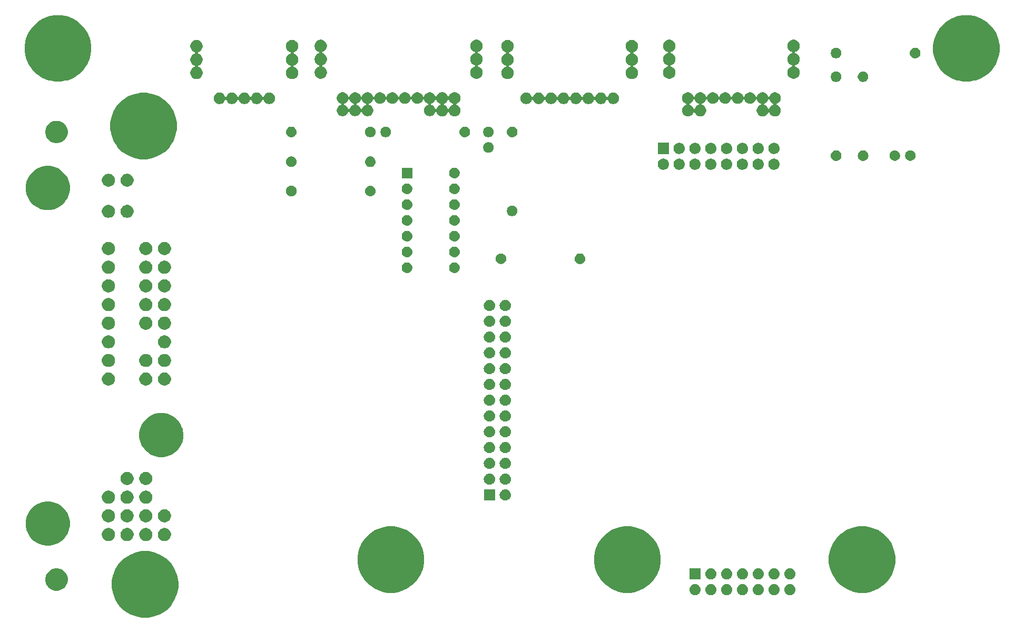
<source format=gbr>
G04 #@! TF.GenerationSoftware,KiCad,Pcbnew,5.0.2-bee76a0~70~ubuntu18.04.1*
G04 #@! TF.CreationDate,2019-06-07T16:13:31+01:00*
G04 #@! TF.ProjectId,leaf_adapter,6c656166-5f61-4646-9170-7465722e6b69,rev?*
G04 #@! TF.SameCoordinates,Original*
G04 #@! TF.FileFunction,Soldermask,Bot*
G04 #@! TF.FilePolarity,Negative*
%FSLAX46Y46*%
G04 Gerber Fmt 4.6, Leading zero omitted, Abs format (unit mm)*
G04 Created by KiCad (PCBNEW 5.0.2-bee76a0~70~ubuntu18.04.1) date Fri 07 Jun 2019 16:13:31 BST*
%MOMM*%
%LPD*%
G01*
G04 APERTURE LIST*
%ADD10C,0.100000*%
G04 APERTURE END LIST*
D10*
G36*
X80216228Y-129786091D02*
X80560829Y-129854636D01*
X81534649Y-130258005D01*
X82167153Y-130680631D01*
X82411067Y-130843609D01*
X83156391Y-131588933D01*
X83156393Y-131588936D01*
X83741995Y-132465351D01*
X84145364Y-133439171D01*
X84196186Y-133694669D01*
X84335965Y-134397384D01*
X84351000Y-134472973D01*
X84351000Y-135527027D01*
X84145364Y-136560829D01*
X83741995Y-137534649D01*
X83398944Y-138048061D01*
X83156391Y-138411067D01*
X82411067Y-139156391D01*
X82411064Y-139156393D01*
X81534649Y-139741995D01*
X80560829Y-140145364D01*
X80216228Y-140213909D01*
X79527029Y-140351000D01*
X78472971Y-140351000D01*
X77783772Y-140213909D01*
X77439171Y-140145364D01*
X76465351Y-139741995D01*
X75588936Y-139156393D01*
X75588933Y-139156391D01*
X74843609Y-138411067D01*
X74601056Y-138048061D01*
X74258005Y-137534649D01*
X73854636Y-136560829D01*
X73649000Y-135527027D01*
X73649000Y-134472973D01*
X73664036Y-134397384D01*
X73803814Y-133694669D01*
X73854636Y-133439171D01*
X74258005Y-132465351D01*
X74843607Y-131588936D01*
X74843609Y-131588933D01*
X75588933Y-130843609D01*
X75832847Y-130680631D01*
X76465351Y-130258005D01*
X77439171Y-129854636D01*
X77783772Y-129786091D01*
X78472971Y-129649000D01*
X79527029Y-129649000D01*
X80216228Y-129786091D01*
X80216228Y-129786091D01*
G37*
G36*
X182750442Y-134945518D02*
X182816627Y-134952037D01*
X182929853Y-134986384D01*
X182986467Y-135003557D01*
X183072127Y-135049344D01*
X183142991Y-135087222D01*
X183178729Y-135116552D01*
X183280186Y-135199814D01*
X183357784Y-135294369D01*
X183392778Y-135337009D01*
X183392779Y-135337011D01*
X183476443Y-135493533D01*
X183476443Y-135493534D01*
X183527963Y-135663373D01*
X183545359Y-135840000D01*
X183527963Y-136016627D01*
X183526636Y-136021000D01*
X183476443Y-136186467D01*
X183402348Y-136325087D01*
X183392778Y-136342991D01*
X183386205Y-136351000D01*
X183280186Y-136480186D01*
X183181922Y-136560828D01*
X183142991Y-136592778D01*
X183142989Y-136592779D01*
X182986467Y-136676443D01*
X182929853Y-136693616D01*
X182816627Y-136727963D01*
X182750442Y-136734482D01*
X182684260Y-136741000D01*
X182595740Y-136741000D01*
X182529558Y-136734482D01*
X182463373Y-136727963D01*
X182350147Y-136693616D01*
X182293533Y-136676443D01*
X182137011Y-136592779D01*
X182137009Y-136592778D01*
X182098078Y-136560828D01*
X181999814Y-136480186D01*
X181893795Y-136351000D01*
X181887222Y-136342991D01*
X181877652Y-136325087D01*
X181803557Y-136186467D01*
X181753364Y-136021000D01*
X181752037Y-136016627D01*
X181734641Y-135840000D01*
X181752037Y-135663373D01*
X181803557Y-135493534D01*
X181803557Y-135493533D01*
X181887221Y-135337011D01*
X181887222Y-135337009D01*
X181922216Y-135294369D01*
X181999814Y-135199814D01*
X182101271Y-135116552D01*
X182137009Y-135087222D01*
X182207873Y-135049344D01*
X182293533Y-135003557D01*
X182350147Y-134986384D01*
X182463373Y-134952037D01*
X182529558Y-134945518D01*
X182595740Y-134939000D01*
X182684260Y-134939000D01*
X182750442Y-134945518D01*
X182750442Y-134945518D01*
G37*
G36*
X167510442Y-134945518D02*
X167576627Y-134952037D01*
X167689853Y-134986384D01*
X167746467Y-135003557D01*
X167832127Y-135049344D01*
X167902991Y-135087222D01*
X167938729Y-135116552D01*
X168040186Y-135199814D01*
X168117784Y-135294369D01*
X168152778Y-135337009D01*
X168152779Y-135337011D01*
X168236443Y-135493533D01*
X168236443Y-135493534D01*
X168287963Y-135663373D01*
X168305359Y-135840000D01*
X168287963Y-136016627D01*
X168286636Y-136021000D01*
X168236443Y-136186467D01*
X168162348Y-136325087D01*
X168152778Y-136342991D01*
X168146205Y-136351000D01*
X168040186Y-136480186D01*
X167941922Y-136560828D01*
X167902991Y-136592778D01*
X167902989Y-136592779D01*
X167746467Y-136676443D01*
X167689853Y-136693616D01*
X167576627Y-136727963D01*
X167510442Y-136734482D01*
X167444260Y-136741000D01*
X167355740Y-136741000D01*
X167289558Y-136734482D01*
X167223373Y-136727963D01*
X167110147Y-136693616D01*
X167053533Y-136676443D01*
X166897011Y-136592779D01*
X166897009Y-136592778D01*
X166858078Y-136560828D01*
X166759814Y-136480186D01*
X166653795Y-136351000D01*
X166647222Y-136342991D01*
X166637652Y-136325087D01*
X166563557Y-136186467D01*
X166513364Y-136021000D01*
X166512037Y-136016627D01*
X166494641Y-135840000D01*
X166512037Y-135663373D01*
X166563557Y-135493534D01*
X166563557Y-135493533D01*
X166647221Y-135337011D01*
X166647222Y-135337009D01*
X166682216Y-135294369D01*
X166759814Y-135199814D01*
X166861271Y-135116552D01*
X166897009Y-135087222D01*
X166967873Y-135049344D01*
X167053533Y-135003557D01*
X167110147Y-134986384D01*
X167223373Y-134952037D01*
X167289558Y-134945518D01*
X167355740Y-134939000D01*
X167444260Y-134939000D01*
X167510442Y-134945518D01*
X167510442Y-134945518D01*
G37*
G36*
X170050442Y-134945518D02*
X170116627Y-134952037D01*
X170229853Y-134986384D01*
X170286467Y-135003557D01*
X170372127Y-135049344D01*
X170442991Y-135087222D01*
X170478729Y-135116552D01*
X170580186Y-135199814D01*
X170657784Y-135294369D01*
X170692778Y-135337009D01*
X170692779Y-135337011D01*
X170776443Y-135493533D01*
X170776443Y-135493534D01*
X170827963Y-135663373D01*
X170845359Y-135840000D01*
X170827963Y-136016627D01*
X170826636Y-136021000D01*
X170776443Y-136186467D01*
X170702348Y-136325087D01*
X170692778Y-136342991D01*
X170686205Y-136351000D01*
X170580186Y-136480186D01*
X170481922Y-136560828D01*
X170442991Y-136592778D01*
X170442989Y-136592779D01*
X170286467Y-136676443D01*
X170229853Y-136693616D01*
X170116627Y-136727963D01*
X170050442Y-136734482D01*
X169984260Y-136741000D01*
X169895740Y-136741000D01*
X169829558Y-136734482D01*
X169763373Y-136727963D01*
X169650147Y-136693616D01*
X169593533Y-136676443D01*
X169437011Y-136592779D01*
X169437009Y-136592778D01*
X169398078Y-136560828D01*
X169299814Y-136480186D01*
X169193795Y-136351000D01*
X169187222Y-136342991D01*
X169177652Y-136325087D01*
X169103557Y-136186467D01*
X169053364Y-136021000D01*
X169052037Y-136016627D01*
X169034641Y-135840000D01*
X169052037Y-135663373D01*
X169103557Y-135493534D01*
X169103557Y-135493533D01*
X169187221Y-135337011D01*
X169187222Y-135337009D01*
X169222216Y-135294369D01*
X169299814Y-135199814D01*
X169401271Y-135116552D01*
X169437009Y-135087222D01*
X169507873Y-135049344D01*
X169593533Y-135003557D01*
X169650147Y-134986384D01*
X169763373Y-134952037D01*
X169829558Y-134945518D01*
X169895740Y-134939000D01*
X169984260Y-134939000D01*
X170050442Y-134945518D01*
X170050442Y-134945518D01*
G37*
G36*
X172590442Y-134945518D02*
X172656627Y-134952037D01*
X172769853Y-134986384D01*
X172826467Y-135003557D01*
X172912127Y-135049344D01*
X172982991Y-135087222D01*
X173018729Y-135116552D01*
X173120186Y-135199814D01*
X173197784Y-135294369D01*
X173232778Y-135337009D01*
X173232779Y-135337011D01*
X173316443Y-135493533D01*
X173316443Y-135493534D01*
X173367963Y-135663373D01*
X173385359Y-135840000D01*
X173367963Y-136016627D01*
X173366636Y-136021000D01*
X173316443Y-136186467D01*
X173242348Y-136325087D01*
X173232778Y-136342991D01*
X173226205Y-136351000D01*
X173120186Y-136480186D01*
X173021922Y-136560828D01*
X172982991Y-136592778D01*
X172982989Y-136592779D01*
X172826467Y-136676443D01*
X172769853Y-136693616D01*
X172656627Y-136727963D01*
X172590442Y-136734482D01*
X172524260Y-136741000D01*
X172435740Y-136741000D01*
X172369558Y-136734482D01*
X172303373Y-136727963D01*
X172190147Y-136693616D01*
X172133533Y-136676443D01*
X171977011Y-136592779D01*
X171977009Y-136592778D01*
X171938078Y-136560828D01*
X171839814Y-136480186D01*
X171733795Y-136351000D01*
X171727222Y-136342991D01*
X171717652Y-136325087D01*
X171643557Y-136186467D01*
X171593364Y-136021000D01*
X171592037Y-136016627D01*
X171574641Y-135840000D01*
X171592037Y-135663373D01*
X171643557Y-135493534D01*
X171643557Y-135493533D01*
X171727221Y-135337011D01*
X171727222Y-135337009D01*
X171762216Y-135294369D01*
X171839814Y-135199814D01*
X171941271Y-135116552D01*
X171977009Y-135087222D01*
X172047873Y-135049344D01*
X172133533Y-135003557D01*
X172190147Y-134986384D01*
X172303373Y-134952037D01*
X172369558Y-134945518D01*
X172435740Y-134939000D01*
X172524260Y-134939000D01*
X172590442Y-134945518D01*
X172590442Y-134945518D01*
G37*
G36*
X175130442Y-134945518D02*
X175196627Y-134952037D01*
X175309853Y-134986384D01*
X175366467Y-135003557D01*
X175452127Y-135049344D01*
X175522991Y-135087222D01*
X175558729Y-135116552D01*
X175660186Y-135199814D01*
X175737784Y-135294369D01*
X175772778Y-135337009D01*
X175772779Y-135337011D01*
X175856443Y-135493533D01*
X175856443Y-135493534D01*
X175907963Y-135663373D01*
X175925359Y-135840000D01*
X175907963Y-136016627D01*
X175906636Y-136021000D01*
X175856443Y-136186467D01*
X175782348Y-136325087D01*
X175772778Y-136342991D01*
X175766205Y-136351000D01*
X175660186Y-136480186D01*
X175561922Y-136560828D01*
X175522991Y-136592778D01*
X175522989Y-136592779D01*
X175366467Y-136676443D01*
X175309853Y-136693616D01*
X175196627Y-136727963D01*
X175130442Y-136734482D01*
X175064260Y-136741000D01*
X174975740Y-136741000D01*
X174909558Y-136734482D01*
X174843373Y-136727963D01*
X174730147Y-136693616D01*
X174673533Y-136676443D01*
X174517011Y-136592779D01*
X174517009Y-136592778D01*
X174478078Y-136560828D01*
X174379814Y-136480186D01*
X174273795Y-136351000D01*
X174267222Y-136342991D01*
X174257652Y-136325087D01*
X174183557Y-136186467D01*
X174133364Y-136021000D01*
X174132037Y-136016627D01*
X174114641Y-135840000D01*
X174132037Y-135663373D01*
X174183557Y-135493534D01*
X174183557Y-135493533D01*
X174267221Y-135337011D01*
X174267222Y-135337009D01*
X174302216Y-135294369D01*
X174379814Y-135199814D01*
X174481271Y-135116552D01*
X174517009Y-135087222D01*
X174587873Y-135049344D01*
X174673533Y-135003557D01*
X174730147Y-134986384D01*
X174843373Y-134952037D01*
X174909558Y-134945518D01*
X174975740Y-134939000D01*
X175064260Y-134939000D01*
X175130442Y-134945518D01*
X175130442Y-134945518D01*
G37*
G36*
X177670442Y-134945518D02*
X177736627Y-134952037D01*
X177849853Y-134986384D01*
X177906467Y-135003557D01*
X177992127Y-135049344D01*
X178062991Y-135087222D01*
X178098729Y-135116552D01*
X178200186Y-135199814D01*
X178277784Y-135294369D01*
X178312778Y-135337009D01*
X178312779Y-135337011D01*
X178396443Y-135493533D01*
X178396443Y-135493534D01*
X178447963Y-135663373D01*
X178465359Y-135840000D01*
X178447963Y-136016627D01*
X178446636Y-136021000D01*
X178396443Y-136186467D01*
X178322348Y-136325087D01*
X178312778Y-136342991D01*
X178306205Y-136351000D01*
X178200186Y-136480186D01*
X178101922Y-136560828D01*
X178062991Y-136592778D01*
X178062989Y-136592779D01*
X177906467Y-136676443D01*
X177849853Y-136693616D01*
X177736627Y-136727963D01*
X177670442Y-136734482D01*
X177604260Y-136741000D01*
X177515740Y-136741000D01*
X177449558Y-136734482D01*
X177383373Y-136727963D01*
X177270147Y-136693616D01*
X177213533Y-136676443D01*
X177057011Y-136592779D01*
X177057009Y-136592778D01*
X177018078Y-136560828D01*
X176919814Y-136480186D01*
X176813795Y-136351000D01*
X176807222Y-136342991D01*
X176797652Y-136325087D01*
X176723557Y-136186467D01*
X176673364Y-136021000D01*
X176672037Y-136016627D01*
X176654641Y-135840000D01*
X176672037Y-135663373D01*
X176723557Y-135493534D01*
X176723557Y-135493533D01*
X176807221Y-135337011D01*
X176807222Y-135337009D01*
X176842216Y-135294369D01*
X176919814Y-135199814D01*
X177021271Y-135116552D01*
X177057009Y-135087222D01*
X177127873Y-135049344D01*
X177213533Y-135003557D01*
X177270147Y-134986384D01*
X177383373Y-134952037D01*
X177449558Y-134945518D01*
X177515740Y-134939000D01*
X177604260Y-134939000D01*
X177670442Y-134945518D01*
X177670442Y-134945518D01*
G37*
G36*
X180210442Y-134945518D02*
X180276627Y-134952037D01*
X180389853Y-134986384D01*
X180446467Y-135003557D01*
X180532127Y-135049344D01*
X180602991Y-135087222D01*
X180638729Y-135116552D01*
X180740186Y-135199814D01*
X180817784Y-135294369D01*
X180852778Y-135337009D01*
X180852779Y-135337011D01*
X180936443Y-135493533D01*
X180936443Y-135493534D01*
X180987963Y-135663373D01*
X181005359Y-135840000D01*
X180987963Y-136016627D01*
X180986636Y-136021000D01*
X180936443Y-136186467D01*
X180862348Y-136325087D01*
X180852778Y-136342991D01*
X180846205Y-136351000D01*
X180740186Y-136480186D01*
X180641922Y-136560828D01*
X180602991Y-136592778D01*
X180602989Y-136592779D01*
X180446467Y-136676443D01*
X180389853Y-136693616D01*
X180276627Y-136727963D01*
X180210442Y-136734482D01*
X180144260Y-136741000D01*
X180055740Y-136741000D01*
X179989558Y-136734482D01*
X179923373Y-136727963D01*
X179810147Y-136693616D01*
X179753533Y-136676443D01*
X179597011Y-136592779D01*
X179597009Y-136592778D01*
X179558078Y-136560828D01*
X179459814Y-136480186D01*
X179353795Y-136351000D01*
X179347222Y-136342991D01*
X179337652Y-136325087D01*
X179263557Y-136186467D01*
X179213364Y-136021000D01*
X179212037Y-136016627D01*
X179194641Y-135840000D01*
X179212037Y-135663373D01*
X179263557Y-135493534D01*
X179263557Y-135493533D01*
X179347221Y-135337011D01*
X179347222Y-135337009D01*
X179382216Y-135294369D01*
X179459814Y-135199814D01*
X179561271Y-135116552D01*
X179597009Y-135087222D01*
X179667873Y-135049344D01*
X179753533Y-135003557D01*
X179810147Y-134986384D01*
X179923373Y-134952037D01*
X179989558Y-134945518D01*
X180055740Y-134939000D01*
X180144260Y-134939000D01*
X180210442Y-134945518D01*
X180210442Y-134945518D01*
G37*
G36*
X195466228Y-125786091D02*
X195810829Y-125854636D01*
X196784649Y-126258005D01*
X197454568Y-126705631D01*
X197661067Y-126843609D01*
X198406391Y-127588933D01*
X198406393Y-127588936D01*
X198991995Y-128465351D01*
X199395364Y-129439171D01*
X199601000Y-130472973D01*
X199601000Y-131527027D01*
X199395364Y-132560829D01*
X198991995Y-133534649D01*
X198648944Y-134048061D01*
X198406391Y-134411067D01*
X197661067Y-135156391D01*
X197661064Y-135156393D01*
X196784649Y-135741995D01*
X195810829Y-136145364D01*
X195604195Y-136186466D01*
X194777029Y-136351000D01*
X193722971Y-136351000D01*
X192895805Y-136186466D01*
X192689171Y-136145364D01*
X191715351Y-135741995D01*
X190838936Y-135156393D01*
X190838933Y-135156391D01*
X190093609Y-134411067D01*
X189851056Y-134048061D01*
X189508005Y-133534649D01*
X189104636Y-132560829D01*
X188899000Y-131527027D01*
X188899000Y-130472973D01*
X189104636Y-129439171D01*
X189508005Y-128465351D01*
X190093607Y-127588936D01*
X190093609Y-127588933D01*
X190838933Y-126843609D01*
X191045432Y-126705631D01*
X191715351Y-126258005D01*
X192689171Y-125854636D01*
X193033772Y-125786091D01*
X193722971Y-125649000D01*
X194777029Y-125649000D01*
X195466228Y-125786091D01*
X195466228Y-125786091D01*
G37*
G36*
X157716228Y-125786091D02*
X158060829Y-125854636D01*
X159034649Y-126258005D01*
X159704568Y-126705631D01*
X159911067Y-126843609D01*
X160656391Y-127588933D01*
X160656393Y-127588936D01*
X161241995Y-128465351D01*
X161645364Y-129439171D01*
X161851000Y-130472973D01*
X161851000Y-131527027D01*
X161645364Y-132560829D01*
X161241995Y-133534649D01*
X160898944Y-134048061D01*
X160656391Y-134411067D01*
X159911067Y-135156391D01*
X159911064Y-135156393D01*
X159034649Y-135741995D01*
X158060829Y-136145364D01*
X157854195Y-136186466D01*
X157027029Y-136351000D01*
X155972971Y-136351000D01*
X155145805Y-136186466D01*
X154939171Y-136145364D01*
X153965351Y-135741995D01*
X153088936Y-135156393D01*
X153088933Y-135156391D01*
X152343609Y-134411067D01*
X152101056Y-134048061D01*
X151758005Y-133534649D01*
X151354636Y-132560829D01*
X151149000Y-131527027D01*
X151149000Y-130472973D01*
X151354636Y-129439171D01*
X151758005Y-128465351D01*
X152343607Y-127588936D01*
X152343609Y-127588933D01*
X153088933Y-126843609D01*
X153295432Y-126705631D01*
X153965351Y-126258005D01*
X154939171Y-125854636D01*
X155283772Y-125786091D01*
X155972971Y-125649000D01*
X157027029Y-125649000D01*
X157716228Y-125786091D01*
X157716228Y-125786091D01*
G37*
G36*
X119716228Y-125786091D02*
X120060829Y-125854636D01*
X121034649Y-126258005D01*
X121704568Y-126705631D01*
X121911067Y-126843609D01*
X122656391Y-127588933D01*
X122656393Y-127588936D01*
X123241995Y-128465351D01*
X123645364Y-129439171D01*
X123851000Y-130472973D01*
X123851000Y-131527027D01*
X123645364Y-132560829D01*
X123241995Y-133534649D01*
X122898944Y-134048061D01*
X122656391Y-134411067D01*
X121911067Y-135156391D01*
X121911064Y-135156393D01*
X121034649Y-135741995D01*
X120060829Y-136145364D01*
X119854195Y-136186466D01*
X119027029Y-136351000D01*
X117972971Y-136351000D01*
X117145805Y-136186466D01*
X116939171Y-136145364D01*
X115965351Y-135741995D01*
X115088936Y-135156393D01*
X115088933Y-135156391D01*
X114343609Y-134411067D01*
X114101056Y-134048061D01*
X113758005Y-133534649D01*
X113354636Y-132560829D01*
X113149000Y-131527027D01*
X113149000Y-130472973D01*
X113354636Y-129439171D01*
X113758005Y-128465351D01*
X114343607Y-127588936D01*
X114343609Y-127588933D01*
X115088933Y-126843609D01*
X115295432Y-126705631D01*
X115965351Y-126258005D01*
X116939171Y-125854636D01*
X117283772Y-125786091D01*
X117972971Y-125649000D01*
X119027029Y-125649000D01*
X119716228Y-125786091D01*
X119716228Y-125786091D01*
G37*
G36*
X65283571Y-132488211D02*
X65611332Y-132623974D01*
X65906313Y-132821074D01*
X66157166Y-133071927D01*
X66354266Y-133366908D01*
X66490029Y-133694669D01*
X66559240Y-134042616D01*
X66559240Y-134397384D01*
X66490029Y-134745331D01*
X66354266Y-135073092D01*
X66157166Y-135368073D01*
X65906313Y-135618926D01*
X65611332Y-135816026D01*
X65283571Y-135951789D01*
X64935624Y-136021000D01*
X64580856Y-136021000D01*
X64232909Y-135951789D01*
X63905148Y-135816026D01*
X63610167Y-135618926D01*
X63359314Y-135368073D01*
X63162214Y-135073092D01*
X63026451Y-134745331D01*
X62957240Y-134397384D01*
X62957240Y-134042616D01*
X63026451Y-133694669D01*
X63162214Y-133366908D01*
X63359314Y-133071927D01*
X63610167Y-132821074D01*
X63905148Y-132623974D01*
X64232909Y-132488211D01*
X64580856Y-132419000D01*
X64935624Y-132419000D01*
X65283571Y-132488211D01*
X65283571Y-132488211D01*
G37*
G36*
X175130443Y-132405519D02*
X175196627Y-132412037D01*
X175309853Y-132446384D01*
X175366467Y-132463557D01*
X175505087Y-132537652D01*
X175522991Y-132547222D01*
X175539571Y-132560829D01*
X175660186Y-132659814D01*
X175743448Y-132761271D01*
X175772778Y-132797009D01*
X175772779Y-132797011D01*
X175856443Y-132953533D01*
X175856443Y-132953534D01*
X175907963Y-133123373D01*
X175925359Y-133300000D01*
X175907963Y-133476627D01*
X175890362Y-133534649D01*
X175856443Y-133646467D01*
X175830678Y-133694669D01*
X175772778Y-133802991D01*
X175743448Y-133838729D01*
X175660186Y-133940186D01*
X175558729Y-134023448D01*
X175522991Y-134052778D01*
X175522989Y-134052779D01*
X175366467Y-134136443D01*
X175309853Y-134153616D01*
X175196627Y-134187963D01*
X175130443Y-134194481D01*
X175064260Y-134201000D01*
X174975740Y-134201000D01*
X174909557Y-134194481D01*
X174843373Y-134187963D01*
X174730147Y-134153616D01*
X174673533Y-134136443D01*
X174517011Y-134052779D01*
X174517009Y-134052778D01*
X174481271Y-134023448D01*
X174379814Y-133940186D01*
X174296552Y-133838729D01*
X174267222Y-133802991D01*
X174209322Y-133694669D01*
X174183557Y-133646467D01*
X174149638Y-133534649D01*
X174132037Y-133476627D01*
X174114641Y-133300000D01*
X174132037Y-133123373D01*
X174183557Y-132953534D01*
X174183557Y-132953533D01*
X174267221Y-132797011D01*
X174267222Y-132797009D01*
X174296552Y-132761271D01*
X174379814Y-132659814D01*
X174500429Y-132560829D01*
X174517009Y-132547222D01*
X174534913Y-132537652D01*
X174673533Y-132463557D01*
X174730147Y-132446384D01*
X174843373Y-132412037D01*
X174909557Y-132405519D01*
X174975740Y-132399000D01*
X175064260Y-132399000D01*
X175130443Y-132405519D01*
X175130443Y-132405519D01*
G37*
G36*
X168301000Y-134201000D02*
X166499000Y-134201000D01*
X166499000Y-132399000D01*
X168301000Y-132399000D01*
X168301000Y-134201000D01*
X168301000Y-134201000D01*
G37*
G36*
X170050443Y-132405519D02*
X170116627Y-132412037D01*
X170229853Y-132446384D01*
X170286467Y-132463557D01*
X170425087Y-132537652D01*
X170442991Y-132547222D01*
X170459571Y-132560829D01*
X170580186Y-132659814D01*
X170663448Y-132761271D01*
X170692778Y-132797009D01*
X170692779Y-132797011D01*
X170776443Y-132953533D01*
X170776443Y-132953534D01*
X170827963Y-133123373D01*
X170845359Y-133300000D01*
X170827963Y-133476627D01*
X170810362Y-133534649D01*
X170776443Y-133646467D01*
X170750678Y-133694669D01*
X170692778Y-133802991D01*
X170663448Y-133838729D01*
X170580186Y-133940186D01*
X170478729Y-134023448D01*
X170442991Y-134052778D01*
X170442989Y-134052779D01*
X170286467Y-134136443D01*
X170229853Y-134153616D01*
X170116627Y-134187963D01*
X170050443Y-134194481D01*
X169984260Y-134201000D01*
X169895740Y-134201000D01*
X169829557Y-134194481D01*
X169763373Y-134187963D01*
X169650147Y-134153616D01*
X169593533Y-134136443D01*
X169437011Y-134052779D01*
X169437009Y-134052778D01*
X169401271Y-134023448D01*
X169299814Y-133940186D01*
X169216552Y-133838729D01*
X169187222Y-133802991D01*
X169129322Y-133694669D01*
X169103557Y-133646467D01*
X169069638Y-133534649D01*
X169052037Y-133476627D01*
X169034641Y-133300000D01*
X169052037Y-133123373D01*
X169103557Y-132953534D01*
X169103557Y-132953533D01*
X169187221Y-132797011D01*
X169187222Y-132797009D01*
X169216552Y-132761271D01*
X169299814Y-132659814D01*
X169420429Y-132560829D01*
X169437009Y-132547222D01*
X169454913Y-132537652D01*
X169593533Y-132463557D01*
X169650147Y-132446384D01*
X169763373Y-132412037D01*
X169829557Y-132405519D01*
X169895740Y-132399000D01*
X169984260Y-132399000D01*
X170050443Y-132405519D01*
X170050443Y-132405519D01*
G37*
G36*
X172590443Y-132405519D02*
X172656627Y-132412037D01*
X172769853Y-132446384D01*
X172826467Y-132463557D01*
X172965087Y-132537652D01*
X172982991Y-132547222D01*
X172999571Y-132560829D01*
X173120186Y-132659814D01*
X173203448Y-132761271D01*
X173232778Y-132797009D01*
X173232779Y-132797011D01*
X173316443Y-132953533D01*
X173316443Y-132953534D01*
X173367963Y-133123373D01*
X173385359Y-133300000D01*
X173367963Y-133476627D01*
X173350362Y-133534649D01*
X173316443Y-133646467D01*
X173290678Y-133694669D01*
X173232778Y-133802991D01*
X173203448Y-133838729D01*
X173120186Y-133940186D01*
X173018729Y-134023448D01*
X172982991Y-134052778D01*
X172982989Y-134052779D01*
X172826467Y-134136443D01*
X172769853Y-134153616D01*
X172656627Y-134187963D01*
X172590443Y-134194481D01*
X172524260Y-134201000D01*
X172435740Y-134201000D01*
X172369557Y-134194481D01*
X172303373Y-134187963D01*
X172190147Y-134153616D01*
X172133533Y-134136443D01*
X171977011Y-134052779D01*
X171977009Y-134052778D01*
X171941271Y-134023448D01*
X171839814Y-133940186D01*
X171756552Y-133838729D01*
X171727222Y-133802991D01*
X171669322Y-133694669D01*
X171643557Y-133646467D01*
X171609638Y-133534649D01*
X171592037Y-133476627D01*
X171574641Y-133300000D01*
X171592037Y-133123373D01*
X171643557Y-132953534D01*
X171643557Y-132953533D01*
X171727221Y-132797011D01*
X171727222Y-132797009D01*
X171756552Y-132761271D01*
X171839814Y-132659814D01*
X171960429Y-132560829D01*
X171977009Y-132547222D01*
X171994913Y-132537652D01*
X172133533Y-132463557D01*
X172190147Y-132446384D01*
X172303373Y-132412037D01*
X172369557Y-132405519D01*
X172435740Y-132399000D01*
X172524260Y-132399000D01*
X172590443Y-132405519D01*
X172590443Y-132405519D01*
G37*
G36*
X177670443Y-132405519D02*
X177736627Y-132412037D01*
X177849853Y-132446384D01*
X177906467Y-132463557D01*
X178045087Y-132537652D01*
X178062991Y-132547222D01*
X178079571Y-132560829D01*
X178200186Y-132659814D01*
X178283448Y-132761271D01*
X178312778Y-132797009D01*
X178312779Y-132797011D01*
X178396443Y-132953533D01*
X178396443Y-132953534D01*
X178447963Y-133123373D01*
X178465359Y-133300000D01*
X178447963Y-133476627D01*
X178430362Y-133534649D01*
X178396443Y-133646467D01*
X178370678Y-133694669D01*
X178312778Y-133802991D01*
X178283448Y-133838729D01*
X178200186Y-133940186D01*
X178098729Y-134023448D01*
X178062991Y-134052778D01*
X178062989Y-134052779D01*
X177906467Y-134136443D01*
X177849853Y-134153616D01*
X177736627Y-134187963D01*
X177670443Y-134194481D01*
X177604260Y-134201000D01*
X177515740Y-134201000D01*
X177449557Y-134194481D01*
X177383373Y-134187963D01*
X177270147Y-134153616D01*
X177213533Y-134136443D01*
X177057011Y-134052779D01*
X177057009Y-134052778D01*
X177021271Y-134023448D01*
X176919814Y-133940186D01*
X176836552Y-133838729D01*
X176807222Y-133802991D01*
X176749322Y-133694669D01*
X176723557Y-133646467D01*
X176689638Y-133534649D01*
X176672037Y-133476627D01*
X176654641Y-133300000D01*
X176672037Y-133123373D01*
X176723557Y-132953534D01*
X176723557Y-132953533D01*
X176807221Y-132797011D01*
X176807222Y-132797009D01*
X176836552Y-132761271D01*
X176919814Y-132659814D01*
X177040429Y-132560829D01*
X177057009Y-132547222D01*
X177074913Y-132537652D01*
X177213533Y-132463557D01*
X177270147Y-132446384D01*
X177383373Y-132412037D01*
X177449557Y-132405519D01*
X177515740Y-132399000D01*
X177604260Y-132399000D01*
X177670443Y-132405519D01*
X177670443Y-132405519D01*
G37*
G36*
X180210443Y-132405519D02*
X180276627Y-132412037D01*
X180389853Y-132446384D01*
X180446467Y-132463557D01*
X180585087Y-132537652D01*
X180602991Y-132547222D01*
X180619571Y-132560829D01*
X180740186Y-132659814D01*
X180823448Y-132761271D01*
X180852778Y-132797009D01*
X180852779Y-132797011D01*
X180936443Y-132953533D01*
X180936443Y-132953534D01*
X180987963Y-133123373D01*
X181005359Y-133300000D01*
X180987963Y-133476627D01*
X180970362Y-133534649D01*
X180936443Y-133646467D01*
X180910678Y-133694669D01*
X180852778Y-133802991D01*
X180823448Y-133838729D01*
X180740186Y-133940186D01*
X180638729Y-134023448D01*
X180602991Y-134052778D01*
X180602989Y-134052779D01*
X180446467Y-134136443D01*
X180389853Y-134153616D01*
X180276627Y-134187963D01*
X180210443Y-134194481D01*
X180144260Y-134201000D01*
X180055740Y-134201000D01*
X179989557Y-134194481D01*
X179923373Y-134187963D01*
X179810147Y-134153616D01*
X179753533Y-134136443D01*
X179597011Y-134052779D01*
X179597009Y-134052778D01*
X179561271Y-134023448D01*
X179459814Y-133940186D01*
X179376552Y-133838729D01*
X179347222Y-133802991D01*
X179289322Y-133694669D01*
X179263557Y-133646467D01*
X179229638Y-133534649D01*
X179212037Y-133476627D01*
X179194641Y-133300000D01*
X179212037Y-133123373D01*
X179263557Y-132953534D01*
X179263557Y-132953533D01*
X179347221Y-132797011D01*
X179347222Y-132797009D01*
X179376552Y-132761271D01*
X179459814Y-132659814D01*
X179580429Y-132560829D01*
X179597009Y-132547222D01*
X179614913Y-132537652D01*
X179753533Y-132463557D01*
X179810147Y-132446384D01*
X179923373Y-132412037D01*
X179989557Y-132405519D01*
X180055740Y-132399000D01*
X180144260Y-132399000D01*
X180210443Y-132405519D01*
X180210443Y-132405519D01*
G37*
G36*
X182750443Y-132405519D02*
X182816627Y-132412037D01*
X182929853Y-132446384D01*
X182986467Y-132463557D01*
X183125087Y-132537652D01*
X183142991Y-132547222D01*
X183159571Y-132560829D01*
X183280186Y-132659814D01*
X183363448Y-132761271D01*
X183392778Y-132797009D01*
X183392779Y-132797011D01*
X183476443Y-132953533D01*
X183476443Y-132953534D01*
X183527963Y-133123373D01*
X183545359Y-133300000D01*
X183527963Y-133476627D01*
X183510362Y-133534649D01*
X183476443Y-133646467D01*
X183450678Y-133694669D01*
X183392778Y-133802991D01*
X183363448Y-133838729D01*
X183280186Y-133940186D01*
X183178729Y-134023448D01*
X183142991Y-134052778D01*
X183142989Y-134052779D01*
X182986467Y-134136443D01*
X182929853Y-134153616D01*
X182816627Y-134187963D01*
X182750443Y-134194481D01*
X182684260Y-134201000D01*
X182595740Y-134201000D01*
X182529557Y-134194481D01*
X182463373Y-134187963D01*
X182350147Y-134153616D01*
X182293533Y-134136443D01*
X182137011Y-134052779D01*
X182137009Y-134052778D01*
X182101271Y-134023448D01*
X181999814Y-133940186D01*
X181916552Y-133838729D01*
X181887222Y-133802991D01*
X181829322Y-133694669D01*
X181803557Y-133646467D01*
X181769638Y-133534649D01*
X181752037Y-133476627D01*
X181734641Y-133300000D01*
X181752037Y-133123373D01*
X181803557Y-132953534D01*
X181803557Y-132953533D01*
X181887221Y-132797011D01*
X181887222Y-132797009D01*
X181916552Y-132761271D01*
X181999814Y-132659814D01*
X182120429Y-132560829D01*
X182137009Y-132547222D01*
X182154913Y-132537652D01*
X182293533Y-132463557D01*
X182350147Y-132446384D01*
X182463373Y-132412037D01*
X182529557Y-132405519D01*
X182595740Y-132399000D01*
X182684260Y-132399000D01*
X182750443Y-132405519D01*
X182750443Y-132405519D01*
G37*
G36*
X64394026Y-121805462D02*
X64394028Y-121805463D01*
X64394029Y-121805463D01*
X65040269Y-122073144D01*
X65040270Y-122073145D01*
X65621874Y-122461760D01*
X66116480Y-122956366D01*
X66116482Y-122956369D01*
X66505096Y-123537971D01*
X66772777Y-124184211D01*
X66772778Y-124184214D01*
X66909240Y-124870256D01*
X66909240Y-125569744D01*
X66793097Y-126153637D01*
X66772777Y-126255789D01*
X66505096Y-126902029D01*
X66254839Y-127276565D01*
X66116480Y-127483634D01*
X65621874Y-127978240D01*
X65621871Y-127978242D01*
X65040269Y-128366856D01*
X64394029Y-128634537D01*
X64394028Y-128634537D01*
X64394026Y-128634538D01*
X63707984Y-128771000D01*
X63008496Y-128771000D01*
X62322454Y-128634538D01*
X62322452Y-128634537D01*
X62322451Y-128634537D01*
X61676211Y-128366856D01*
X61094609Y-127978242D01*
X61094606Y-127978240D01*
X60600000Y-127483634D01*
X60461641Y-127276565D01*
X60211384Y-126902029D01*
X59943703Y-126255789D01*
X59923384Y-126153637D01*
X59807240Y-125569744D01*
X59807240Y-124870256D01*
X59943702Y-124184214D01*
X59943703Y-124184211D01*
X60211384Y-123537971D01*
X60599998Y-122956369D01*
X60600000Y-122956366D01*
X61094606Y-122461760D01*
X61676210Y-122073145D01*
X61676211Y-122073144D01*
X62322451Y-121805463D01*
X62322452Y-121805463D01*
X62322454Y-121805462D01*
X63008496Y-121669000D01*
X63707984Y-121669000D01*
X64394026Y-121805462D01*
X64394026Y-121805462D01*
G37*
G36*
X79414805Y-125959389D02*
X79606074Y-126038615D01*
X79778216Y-126153637D01*
X79924603Y-126300024D01*
X80039625Y-126472166D01*
X80118851Y-126663435D01*
X80159240Y-126866484D01*
X80159240Y-127073516D01*
X80118851Y-127276565D01*
X80039625Y-127467834D01*
X79924603Y-127639976D01*
X79778216Y-127786363D01*
X79606074Y-127901385D01*
X79414805Y-127980611D01*
X79211756Y-128021000D01*
X79004724Y-128021000D01*
X78801675Y-127980611D01*
X78610406Y-127901385D01*
X78438264Y-127786363D01*
X78291877Y-127639976D01*
X78176855Y-127467834D01*
X78097629Y-127276565D01*
X78057240Y-127073516D01*
X78057240Y-126866484D01*
X78097629Y-126663435D01*
X78176855Y-126472166D01*
X78291877Y-126300024D01*
X78438264Y-126153637D01*
X78610406Y-126038615D01*
X78801675Y-125959389D01*
X79004724Y-125919000D01*
X79211756Y-125919000D01*
X79414805Y-125959389D01*
X79414805Y-125959389D01*
G37*
G36*
X82414805Y-125959389D02*
X82606074Y-126038615D01*
X82778216Y-126153637D01*
X82924603Y-126300024D01*
X83039625Y-126472166D01*
X83118851Y-126663435D01*
X83159240Y-126866484D01*
X83159240Y-127073516D01*
X83118851Y-127276565D01*
X83039625Y-127467834D01*
X82924603Y-127639976D01*
X82778216Y-127786363D01*
X82606074Y-127901385D01*
X82414805Y-127980611D01*
X82211756Y-128021000D01*
X82004724Y-128021000D01*
X81801675Y-127980611D01*
X81610406Y-127901385D01*
X81438264Y-127786363D01*
X81291877Y-127639976D01*
X81176855Y-127467834D01*
X81097629Y-127276565D01*
X81057240Y-127073516D01*
X81057240Y-126866484D01*
X81097629Y-126663435D01*
X81176855Y-126472166D01*
X81291877Y-126300024D01*
X81438264Y-126153637D01*
X81610406Y-126038615D01*
X81801675Y-125959389D01*
X82004724Y-125919000D01*
X82211756Y-125919000D01*
X82414805Y-125959389D01*
X82414805Y-125959389D01*
G37*
G36*
X76414805Y-125959389D02*
X76606074Y-126038615D01*
X76778216Y-126153637D01*
X76924603Y-126300024D01*
X77039625Y-126472166D01*
X77118851Y-126663435D01*
X77159240Y-126866484D01*
X77159240Y-127073516D01*
X77118851Y-127276565D01*
X77039625Y-127467834D01*
X76924603Y-127639976D01*
X76778216Y-127786363D01*
X76606074Y-127901385D01*
X76414805Y-127980611D01*
X76211756Y-128021000D01*
X76004724Y-128021000D01*
X75801675Y-127980611D01*
X75610406Y-127901385D01*
X75438264Y-127786363D01*
X75291877Y-127639976D01*
X75176855Y-127467834D01*
X75097629Y-127276565D01*
X75057240Y-127073516D01*
X75057240Y-126866484D01*
X75097629Y-126663435D01*
X75176855Y-126472166D01*
X75291877Y-126300024D01*
X75438264Y-126153637D01*
X75610406Y-126038615D01*
X75801675Y-125959389D01*
X76004724Y-125919000D01*
X76211756Y-125919000D01*
X76414805Y-125959389D01*
X76414805Y-125959389D01*
G37*
G36*
X73414805Y-125959389D02*
X73606074Y-126038615D01*
X73778216Y-126153637D01*
X73924603Y-126300024D01*
X74039625Y-126472166D01*
X74118851Y-126663435D01*
X74159240Y-126866484D01*
X74159240Y-127073516D01*
X74118851Y-127276565D01*
X74039625Y-127467834D01*
X73924603Y-127639976D01*
X73778216Y-127786363D01*
X73606074Y-127901385D01*
X73414805Y-127980611D01*
X73211756Y-128021000D01*
X73004724Y-128021000D01*
X72801675Y-127980611D01*
X72610406Y-127901385D01*
X72438264Y-127786363D01*
X72291877Y-127639976D01*
X72176855Y-127467834D01*
X72097629Y-127276565D01*
X72057240Y-127073516D01*
X72057240Y-126866484D01*
X72097629Y-126663435D01*
X72176855Y-126472166D01*
X72291877Y-126300024D01*
X72438264Y-126153637D01*
X72610406Y-126038615D01*
X72801675Y-125959389D01*
X73004724Y-125919000D01*
X73211756Y-125919000D01*
X73414805Y-125959389D01*
X73414805Y-125959389D01*
G37*
G36*
X76414805Y-122959389D02*
X76606074Y-123038615D01*
X76778216Y-123153637D01*
X76924603Y-123300024D01*
X77039625Y-123472166D01*
X77118851Y-123663435D01*
X77159240Y-123866484D01*
X77159240Y-124073516D01*
X77118851Y-124276565D01*
X77039625Y-124467834D01*
X76924603Y-124639976D01*
X76778216Y-124786363D01*
X76606074Y-124901385D01*
X76414805Y-124980611D01*
X76211756Y-125021000D01*
X76004724Y-125021000D01*
X75801675Y-124980611D01*
X75610406Y-124901385D01*
X75438264Y-124786363D01*
X75291877Y-124639976D01*
X75176855Y-124467834D01*
X75097629Y-124276565D01*
X75057240Y-124073516D01*
X75057240Y-123866484D01*
X75097629Y-123663435D01*
X75176855Y-123472166D01*
X75291877Y-123300024D01*
X75438264Y-123153637D01*
X75610406Y-123038615D01*
X75801675Y-122959389D01*
X76004724Y-122919000D01*
X76211756Y-122919000D01*
X76414805Y-122959389D01*
X76414805Y-122959389D01*
G37*
G36*
X79414805Y-122959389D02*
X79606074Y-123038615D01*
X79778216Y-123153637D01*
X79924603Y-123300024D01*
X80039625Y-123472166D01*
X80118851Y-123663435D01*
X80159240Y-123866484D01*
X80159240Y-124073516D01*
X80118851Y-124276565D01*
X80039625Y-124467834D01*
X79924603Y-124639976D01*
X79778216Y-124786363D01*
X79606074Y-124901385D01*
X79414805Y-124980611D01*
X79211756Y-125021000D01*
X79004724Y-125021000D01*
X78801675Y-124980611D01*
X78610406Y-124901385D01*
X78438264Y-124786363D01*
X78291877Y-124639976D01*
X78176855Y-124467834D01*
X78097629Y-124276565D01*
X78057240Y-124073516D01*
X78057240Y-123866484D01*
X78097629Y-123663435D01*
X78176855Y-123472166D01*
X78291877Y-123300024D01*
X78438264Y-123153637D01*
X78610406Y-123038615D01*
X78801675Y-122959389D01*
X79004724Y-122919000D01*
X79211756Y-122919000D01*
X79414805Y-122959389D01*
X79414805Y-122959389D01*
G37*
G36*
X82414805Y-122959389D02*
X82606074Y-123038615D01*
X82778216Y-123153637D01*
X82924603Y-123300024D01*
X83039625Y-123472166D01*
X83118851Y-123663435D01*
X83159240Y-123866484D01*
X83159240Y-124073516D01*
X83118851Y-124276565D01*
X83039625Y-124467834D01*
X82924603Y-124639976D01*
X82778216Y-124786363D01*
X82606074Y-124901385D01*
X82414805Y-124980611D01*
X82211756Y-125021000D01*
X82004724Y-125021000D01*
X81801675Y-124980611D01*
X81610406Y-124901385D01*
X81438264Y-124786363D01*
X81291877Y-124639976D01*
X81176855Y-124467834D01*
X81097629Y-124276565D01*
X81057240Y-124073516D01*
X81057240Y-123866484D01*
X81097629Y-123663435D01*
X81176855Y-123472166D01*
X81291877Y-123300024D01*
X81438264Y-123153637D01*
X81610406Y-123038615D01*
X81801675Y-122959389D01*
X82004724Y-122919000D01*
X82211756Y-122919000D01*
X82414805Y-122959389D01*
X82414805Y-122959389D01*
G37*
G36*
X73414805Y-122959389D02*
X73606074Y-123038615D01*
X73778216Y-123153637D01*
X73924603Y-123300024D01*
X74039625Y-123472166D01*
X74118851Y-123663435D01*
X74159240Y-123866484D01*
X74159240Y-124073516D01*
X74118851Y-124276565D01*
X74039625Y-124467834D01*
X73924603Y-124639976D01*
X73778216Y-124786363D01*
X73606074Y-124901385D01*
X73414805Y-124980611D01*
X73211756Y-125021000D01*
X73004724Y-125021000D01*
X72801675Y-124980611D01*
X72610406Y-124901385D01*
X72438264Y-124786363D01*
X72291877Y-124639976D01*
X72176855Y-124467834D01*
X72097629Y-124276565D01*
X72057240Y-124073516D01*
X72057240Y-123866484D01*
X72097629Y-123663435D01*
X72176855Y-123472166D01*
X72291877Y-123300024D01*
X72438264Y-123153637D01*
X72610406Y-123038615D01*
X72801675Y-122959389D01*
X73004724Y-122919000D01*
X73211756Y-122919000D01*
X73414805Y-122959389D01*
X73414805Y-122959389D01*
G37*
G36*
X73414805Y-119959389D02*
X73606074Y-120038615D01*
X73778216Y-120153637D01*
X73924603Y-120300024D01*
X74039625Y-120472166D01*
X74118851Y-120663435D01*
X74159240Y-120866484D01*
X74159240Y-121073516D01*
X74118851Y-121276565D01*
X74039625Y-121467834D01*
X73924603Y-121639976D01*
X73778216Y-121786363D01*
X73606074Y-121901385D01*
X73414805Y-121980611D01*
X73211756Y-122021000D01*
X73004724Y-122021000D01*
X72801675Y-121980611D01*
X72610406Y-121901385D01*
X72438264Y-121786363D01*
X72291877Y-121639976D01*
X72176855Y-121467834D01*
X72097629Y-121276565D01*
X72057240Y-121073516D01*
X72057240Y-120866484D01*
X72097629Y-120663435D01*
X72176855Y-120472166D01*
X72291877Y-120300024D01*
X72438264Y-120153637D01*
X72610406Y-120038615D01*
X72801675Y-119959389D01*
X73004724Y-119919000D01*
X73211756Y-119919000D01*
X73414805Y-119959389D01*
X73414805Y-119959389D01*
G37*
G36*
X76414805Y-119959389D02*
X76606074Y-120038615D01*
X76778216Y-120153637D01*
X76924603Y-120300024D01*
X77039625Y-120472166D01*
X77118851Y-120663435D01*
X77159240Y-120866484D01*
X77159240Y-121073516D01*
X77118851Y-121276565D01*
X77039625Y-121467834D01*
X76924603Y-121639976D01*
X76778216Y-121786363D01*
X76606074Y-121901385D01*
X76414805Y-121980611D01*
X76211756Y-122021000D01*
X76004724Y-122021000D01*
X75801675Y-121980611D01*
X75610406Y-121901385D01*
X75438264Y-121786363D01*
X75291877Y-121639976D01*
X75176855Y-121467834D01*
X75097629Y-121276565D01*
X75057240Y-121073516D01*
X75057240Y-120866484D01*
X75097629Y-120663435D01*
X75176855Y-120472166D01*
X75291877Y-120300024D01*
X75438264Y-120153637D01*
X75610406Y-120038615D01*
X75801675Y-119959389D01*
X76004724Y-119919000D01*
X76211756Y-119919000D01*
X76414805Y-119959389D01*
X76414805Y-119959389D01*
G37*
G36*
X79414805Y-119959389D02*
X79606074Y-120038615D01*
X79778216Y-120153637D01*
X79924603Y-120300024D01*
X80039625Y-120472166D01*
X80118851Y-120663435D01*
X80159240Y-120866484D01*
X80159240Y-121073516D01*
X80118851Y-121276565D01*
X80039625Y-121467834D01*
X79924603Y-121639976D01*
X79778216Y-121786363D01*
X79606074Y-121901385D01*
X79414805Y-121980611D01*
X79211756Y-122021000D01*
X79004724Y-122021000D01*
X78801675Y-121980611D01*
X78610406Y-121901385D01*
X78438264Y-121786363D01*
X78291877Y-121639976D01*
X78176855Y-121467834D01*
X78097629Y-121276565D01*
X78057240Y-121073516D01*
X78057240Y-120866484D01*
X78097629Y-120663435D01*
X78176855Y-120472166D01*
X78291877Y-120300024D01*
X78438264Y-120153637D01*
X78610406Y-120038615D01*
X78801675Y-119959389D01*
X79004724Y-119919000D01*
X79211756Y-119919000D01*
X79414805Y-119959389D01*
X79414805Y-119959389D01*
G37*
G36*
X135251000Y-121501000D02*
X133449000Y-121501000D01*
X133449000Y-119699000D01*
X135251000Y-119699000D01*
X135251000Y-121501000D01*
X135251000Y-121501000D01*
G37*
G36*
X137000443Y-119705519D02*
X137066627Y-119712037D01*
X137179853Y-119746384D01*
X137236467Y-119763557D01*
X137375087Y-119837652D01*
X137392991Y-119847222D01*
X137428729Y-119876552D01*
X137530186Y-119959814D01*
X137594855Y-120038615D01*
X137642778Y-120097009D01*
X137642779Y-120097011D01*
X137726443Y-120253533D01*
X137743616Y-120310147D01*
X137777963Y-120423373D01*
X137795359Y-120600000D01*
X137777963Y-120776627D01*
X137743616Y-120889853D01*
X137726443Y-120946467D01*
X137658534Y-121073514D01*
X137642778Y-121102991D01*
X137613448Y-121138729D01*
X137530186Y-121240186D01*
X137428729Y-121323448D01*
X137392991Y-121352778D01*
X137392989Y-121352779D01*
X137236467Y-121436443D01*
X137179853Y-121453616D01*
X137066627Y-121487963D01*
X137000442Y-121494482D01*
X136934260Y-121501000D01*
X136845740Y-121501000D01*
X136779558Y-121494482D01*
X136713373Y-121487963D01*
X136600147Y-121453616D01*
X136543533Y-121436443D01*
X136387011Y-121352779D01*
X136387009Y-121352778D01*
X136351271Y-121323448D01*
X136249814Y-121240186D01*
X136166552Y-121138729D01*
X136137222Y-121102991D01*
X136121466Y-121073514D01*
X136053557Y-120946467D01*
X136036384Y-120889853D01*
X136002037Y-120776627D01*
X135984641Y-120600000D01*
X136002037Y-120423373D01*
X136036384Y-120310147D01*
X136053557Y-120253533D01*
X136137221Y-120097011D01*
X136137222Y-120097009D01*
X136185145Y-120038615D01*
X136249814Y-119959814D01*
X136351271Y-119876552D01*
X136387009Y-119847222D01*
X136404913Y-119837652D01*
X136543533Y-119763557D01*
X136600147Y-119746384D01*
X136713373Y-119712037D01*
X136779557Y-119705519D01*
X136845740Y-119699000D01*
X136934260Y-119699000D01*
X137000443Y-119705519D01*
X137000443Y-119705519D01*
G37*
G36*
X76414805Y-116959389D02*
X76606074Y-117038615D01*
X76778216Y-117153637D01*
X76924603Y-117300024D01*
X77039625Y-117472166D01*
X77118851Y-117663435D01*
X77159240Y-117866484D01*
X77159240Y-118073516D01*
X77118851Y-118276565D01*
X77039625Y-118467834D01*
X76924603Y-118639976D01*
X76778216Y-118786363D01*
X76606074Y-118901385D01*
X76414805Y-118980611D01*
X76211756Y-119021000D01*
X76004724Y-119021000D01*
X75801675Y-118980611D01*
X75610406Y-118901385D01*
X75438264Y-118786363D01*
X75291877Y-118639976D01*
X75176855Y-118467834D01*
X75097629Y-118276565D01*
X75057240Y-118073516D01*
X75057240Y-117866484D01*
X75097629Y-117663435D01*
X75176855Y-117472166D01*
X75291877Y-117300024D01*
X75438264Y-117153637D01*
X75610406Y-117038615D01*
X75801675Y-116959389D01*
X76004724Y-116919000D01*
X76211756Y-116919000D01*
X76414805Y-116959389D01*
X76414805Y-116959389D01*
G37*
G36*
X79414805Y-116959389D02*
X79606074Y-117038615D01*
X79778216Y-117153637D01*
X79924603Y-117300024D01*
X80039625Y-117472166D01*
X80118851Y-117663435D01*
X80159240Y-117866484D01*
X80159240Y-118073516D01*
X80118851Y-118276565D01*
X80039625Y-118467834D01*
X79924603Y-118639976D01*
X79778216Y-118786363D01*
X79606074Y-118901385D01*
X79414805Y-118980611D01*
X79211756Y-119021000D01*
X79004724Y-119021000D01*
X78801675Y-118980611D01*
X78610406Y-118901385D01*
X78438264Y-118786363D01*
X78291877Y-118639976D01*
X78176855Y-118467834D01*
X78097629Y-118276565D01*
X78057240Y-118073516D01*
X78057240Y-117866484D01*
X78097629Y-117663435D01*
X78176855Y-117472166D01*
X78291877Y-117300024D01*
X78438264Y-117153637D01*
X78610406Y-117038615D01*
X78801675Y-116959389D01*
X79004724Y-116919000D01*
X79211756Y-116919000D01*
X79414805Y-116959389D01*
X79414805Y-116959389D01*
G37*
G36*
X134460442Y-117165518D02*
X134526627Y-117172037D01*
X134639853Y-117206384D01*
X134696467Y-117223557D01*
X134835087Y-117297652D01*
X134852991Y-117307222D01*
X134888729Y-117336552D01*
X134990186Y-117419814D01*
X135073448Y-117521271D01*
X135102778Y-117557009D01*
X135102779Y-117557011D01*
X135186443Y-117713533D01*
X135186443Y-117713534D01*
X135237963Y-117883373D01*
X135255359Y-118060000D01*
X135237963Y-118236627D01*
X135225848Y-118276565D01*
X135186443Y-118406467D01*
X135112348Y-118545087D01*
X135102778Y-118562991D01*
X135073448Y-118598729D01*
X134990186Y-118700186D01*
X134888729Y-118783448D01*
X134852991Y-118812778D01*
X134852989Y-118812779D01*
X134696467Y-118896443D01*
X134639853Y-118913616D01*
X134526627Y-118947963D01*
X134460443Y-118954481D01*
X134394260Y-118961000D01*
X134305740Y-118961000D01*
X134239557Y-118954481D01*
X134173373Y-118947963D01*
X134060147Y-118913616D01*
X134003533Y-118896443D01*
X133847011Y-118812779D01*
X133847009Y-118812778D01*
X133811271Y-118783448D01*
X133709814Y-118700186D01*
X133626552Y-118598729D01*
X133597222Y-118562991D01*
X133587652Y-118545087D01*
X133513557Y-118406467D01*
X133474152Y-118276565D01*
X133462037Y-118236627D01*
X133444641Y-118060000D01*
X133462037Y-117883373D01*
X133513557Y-117713534D01*
X133513557Y-117713533D01*
X133597221Y-117557011D01*
X133597222Y-117557009D01*
X133626552Y-117521271D01*
X133709814Y-117419814D01*
X133811271Y-117336552D01*
X133847009Y-117307222D01*
X133864913Y-117297652D01*
X134003533Y-117223557D01*
X134060147Y-117206384D01*
X134173373Y-117172037D01*
X134239558Y-117165518D01*
X134305740Y-117159000D01*
X134394260Y-117159000D01*
X134460442Y-117165518D01*
X134460442Y-117165518D01*
G37*
G36*
X137000442Y-117165518D02*
X137066627Y-117172037D01*
X137179853Y-117206384D01*
X137236467Y-117223557D01*
X137375087Y-117297652D01*
X137392991Y-117307222D01*
X137428729Y-117336552D01*
X137530186Y-117419814D01*
X137613448Y-117521271D01*
X137642778Y-117557009D01*
X137642779Y-117557011D01*
X137726443Y-117713533D01*
X137726443Y-117713534D01*
X137777963Y-117883373D01*
X137795359Y-118060000D01*
X137777963Y-118236627D01*
X137765848Y-118276565D01*
X137726443Y-118406467D01*
X137652348Y-118545087D01*
X137642778Y-118562991D01*
X137613448Y-118598729D01*
X137530186Y-118700186D01*
X137428729Y-118783448D01*
X137392991Y-118812778D01*
X137392989Y-118812779D01*
X137236467Y-118896443D01*
X137179853Y-118913616D01*
X137066627Y-118947963D01*
X137000443Y-118954481D01*
X136934260Y-118961000D01*
X136845740Y-118961000D01*
X136779557Y-118954481D01*
X136713373Y-118947963D01*
X136600147Y-118913616D01*
X136543533Y-118896443D01*
X136387011Y-118812779D01*
X136387009Y-118812778D01*
X136351271Y-118783448D01*
X136249814Y-118700186D01*
X136166552Y-118598729D01*
X136137222Y-118562991D01*
X136127652Y-118545087D01*
X136053557Y-118406467D01*
X136014152Y-118276565D01*
X136002037Y-118236627D01*
X135984641Y-118060000D01*
X136002037Y-117883373D01*
X136053557Y-117713534D01*
X136053557Y-117713533D01*
X136137221Y-117557011D01*
X136137222Y-117557009D01*
X136166552Y-117521271D01*
X136249814Y-117419814D01*
X136351271Y-117336552D01*
X136387009Y-117307222D01*
X136404913Y-117297652D01*
X136543533Y-117223557D01*
X136600147Y-117206384D01*
X136713373Y-117172037D01*
X136779558Y-117165518D01*
X136845740Y-117159000D01*
X136934260Y-117159000D01*
X137000442Y-117165518D01*
X137000442Y-117165518D01*
G37*
G36*
X137000442Y-114625518D02*
X137066627Y-114632037D01*
X137179853Y-114666384D01*
X137236467Y-114683557D01*
X137375087Y-114757652D01*
X137392991Y-114767222D01*
X137428729Y-114796552D01*
X137530186Y-114879814D01*
X137613448Y-114981271D01*
X137642778Y-115017009D01*
X137642779Y-115017011D01*
X137726443Y-115173533D01*
X137726443Y-115173534D01*
X137777963Y-115343373D01*
X137795359Y-115520000D01*
X137777963Y-115696627D01*
X137743616Y-115809853D01*
X137726443Y-115866467D01*
X137652348Y-116005087D01*
X137642778Y-116022991D01*
X137613448Y-116058729D01*
X137530186Y-116160186D01*
X137428729Y-116243448D01*
X137392991Y-116272778D01*
X137392989Y-116272779D01*
X137236467Y-116356443D01*
X137179853Y-116373616D01*
X137066627Y-116407963D01*
X137000442Y-116414482D01*
X136934260Y-116421000D01*
X136845740Y-116421000D01*
X136779558Y-116414482D01*
X136713373Y-116407963D01*
X136600147Y-116373616D01*
X136543533Y-116356443D01*
X136387011Y-116272779D01*
X136387009Y-116272778D01*
X136351271Y-116243448D01*
X136249814Y-116160186D01*
X136166552Y-116058729D01*
X136137222Y-116022991D01*
X136127652Y-116005087D01*
X136053557Y-115866467D01*
X136036384Y-115809853D01*
X136002037Y-115696627D01*
X135984641Y-115520000D01*
X136002037Y-115343373D01*
X136053557Y-115173534D01*
X136053557Y-115173533D01*
X136137221Y-115017011D01*
X136137222Y-115017009D01*
X136166552Y-114981271D01*
X136249814Y-114879814D01*
X136351271Y-114796552D01*
X136387009Y-114767222D01*
X136404913Y-114757652D01*
X136543533Y-114683557D01*
X136600147Y-114666384D01*
X136713373Y-114632037D01*
X136779558Y-114625518D01*
X136845740Y-114619000D01*
X136934260Y-114619000D01*
X137000442Y-114625518D01*
X137000442Y-114625518D01*
G37*
G36*
X134460442Y-114625518D02*
X134526627Y-114632037D01*
X134639853Y-114666384D01*
X134696467Y-114683557D01*
X134835087Y-114757652D01*
X134852991Y-114767222D01*
X134888729Y-114796552D01*
X134990186Y-114879814D01*
X135073448Y-114981271D01*
X135102778Y-115017009D01*
X135102779Y-115017011D01*
X135186443Y-115173533D01*
X135186443Y-115173534D01*
X135237963Y-115343373D01*
X135255359Y-115520000D01*
X135237963Y-115696627D01*
X135203616Y-115809853D01*
X135186443Y-115866467D01*
X135112348Y-116005087D01*
X135102778Y-116022991D01*
X135073448Y-116058729D01*
X134990186Y-116160186D01*
X134888729Y-116243448D01*
X134852991Y-116272778D01*
X134852989Y-116272779D01*
X134696467Y-116356443D01*
X134639853Y-116373616D01*
X134526627Y-116407963D01*
X134460442Y-116414482D01*
X134394260Y-116421000D01*
X134305740Y-116421000D01*
X134239558Y-116414482D01*
X134173373Y-116407963D01*
X134060147Y-116373616D01*
X134003533Y-116356443D01*
X133847011Y-116272779D01*
X133847009Y-116272778D01*
X133811271Y-116243448D01*
X133709814Y-116160186D01*
X133626552Y-116058729D01*
X133597222Y-116022991D01*
X133587652Y-116005087D01*
X133513557Y-115866467D01*
X133496384Y-115809853D01*
X133462037Y-115696627D01*
X133444641Y-115520000D01*
X133462037Y-115343373D01*
X133513557Y-115173534D01*
X133513557Y-115173533D01*
X133597221Y-115017011D01*
X133597222Y-115017009D01*
X133626552Y-114981271D01*
X133709814Y-114879814D01*
X133811271Y-114796552D01*
X133847009Y-114767222D01*
X133864913Y-114757652D01*
X134003533Y-114683557D01*
X134060147Y-114666384D01*
X134173373Y-114632037D01*
X134239558Y-114625518D01*
X134305740Y-114619000D01*
X134394260Y-114619000D01*
X134460442Y-114625518D01*
X134460442Y-114625518D01*
G37*
G36*
X82644026Y-107555462D02*
X82644028Y-107555463D01*
X82644029Y-107555463D01*
X83290269Y-107823144D01*
X83290270Y-107823145D01*
X83871874Y-108211760D01*
X84366480Y-108706366D01*
X84366482Y-108706369D01*
X84755096Y-109287971D01*
X84920471Y-109687222D01*
X85022778Y-109934214D01*
X85088252Y-110263375D01*
X85159240Y-110620257D01*
X85159240Y-111319743D01*
X85022777Y-112005789D01*
X84755096Y-112652029D01*
X84755095Y-112652030D01*
X84366480Y-113233634D01*
X83871874Y-113728240D01*
X83871871Y-113728242D01*
X83290269Y-114116856D01*
X82644029Y-114384537D01*
X82644028Y-114384537D01*
X82644026Y-114384538D01*
X81957984Y-114521000D01*
X81258496Y-114521000D01*
X80572454Y-114384538D01*
X80572452Y-114384537D01*
X80572451Y-114384537D01*
X79926211Y-114116856D01*
X79344609Y-113728242D01*
X79344606Y-113728240D01*
X78850000Y-113233634D01*
X78461385Y-112652030D01*
X78461384Y-112652029D01*
X78193703Y-112005789D01*
X78057240Y-111319743D01*
X78057240Y-110620257D01*
X78128228Y-110263375D01*
X78193702Y-109934214D01*
X78296009Y-109687222D01*
X78461384Y-109287971D01*
X78849998Y-108706369D01*
X78850000Y-108706366D01*
X79344606Y-108211760D01*
X79926210Y-107823145D01*
X79926211Y-107823144D01*
X80572451Y-107555463D01*
X80572452Y-107555463D01*
X80572454Y-107555462D01*
X81258496Y-107419000D01*
X81957984Y-107419000D01*
X82644026Y-107555462D01*
X82644026Y-107555462D01*
G37*
G36*
X137000443Y-112085519D02*
X137066627Y-112092037D01*
X137179853Y-112126384D01*
X137236467Y-112143557D01*
X137375087Y-112217652D01*
X137392991Y-112227222D01*
X137428729Y-112256552D01*
X137530186Y-112339814D01*
X137613448Y-112441271D01*
X137642778Y-112477009D01*
X137642779Y-112477011D01*
X137726443Y-112633533D01*
X137732054Y-112652030D01*
X137777963Y-112803373D01*
X137795359Y-112980000D01*
X137777963Y-113156627D01*
X137754604Y-113233631D01*
X137726443Y-113326467D01*
X137652348Y-113465087D01*
X137642778Y-113482991D01*
X137613448Y-113518729D01*
X137530186Y-113620186D01*
X137428729Y-113703448D01*
X137392991Y-113732778D01*
X137392989Y-113732779D01*
X137236467Y-113816443D01*
X137179853Y-113833616D01*
X137066627Y-113867963D01*
X137000442Y-113874482D01*
X136934260Y-113881000D01*
X136845740Y-113881000D01*
X136779558Y-113874482D01*
X136713373Y-113867963D01*
X136600147Y-113833616D01*
X136543533Y-113816443D01*
X136387011Y-113732779D01*
X136387009Y-113732778D01*
X136351271Y-113703448D01*
X136249814Y-113620186D01*
X136166552Y-113518729D01*
X136137222Y-113482991D01*
X136127652Y-113465087D01*
X136053557Y-113326467D01*
X136025396Y-113233631D01*
X136002037Y-113156627D01*
X135984641Y-112980000D01*
X136002037Y-112803373D01*
X136047946Y-112652030D01*
X136053557Y-112633533D01*
X136137221Y-112477011D01*
X136137222Y-112477009D01*
X136166552Y-112441271D01*
X136249814Y-112339814D01*
X136351271Y-112256552D01*
X136387009Y-112227222D01*
X136404913Y-112217652D01*
X136543533Y-112143557D01*
X136600147Y-112126384D01*
X136713373Y-112092037D01*
X136779557Y-112085519D01*
X136845740Y-112079000D01*
X136934260Y-112079000D01*
X137000443Y-112085519D01*
X137000443Y-112085519D01*
G37*
G36*
X134460443Y-112085519D02*
X134526627Y-112092037D01*
X134639853Y-112126384D01*
X134696467Y-112143557D01*
X134835087Y-112217652D01*
X134852991Y-112227222D01*
X134888729Y-112256552D01*
X134990186Y-112339814D01*
X135073448Y-112441271D01*
X135102778Y-112477009D01*
X135102779Y-112477011D01*
X135186443Y-112633533D01*
X135192054Y-112652030D01*
X135237963Y-112803373D01*
X135255359Y-112980000D01*
X135237963Y-113156627D01*
X135214604Y-113233631D01*
X135186443Y-113326467D01*
X135112348Y-113465087D01*
X135102778Y-113482991D01*
X135073448Y-113518729D01*
X134990186Y-113620186D01*
X134888729Y-113703448D01*
X134852991Y-113732778D01*
X134852989Y-113732779D01*
X134696467Y-113816443D01*
X134639853Y-113833616D01*
X134526627Y-113867963D01*
X134460442Y-113874482D01*
X134394260Y-113881000D01*
X134305740Y-113881000D01*
X134239558Y-113874482D01*
X134173373Y-113867963D01*
X134060147Y-113833616D01*
X134003533Y-113816443D01*
X133847011Y-113732779D01*
X133847009Y-113732778D01*
X133811271Y-113703448D01*
X133709814Y-113620186D01*
X133626552Y-113518729D01*
X133597222Y-113482991D01*
X133587652Y-113465087D01*
X133513557Y-113326467D01*
X133485396Y-113233631D01*
X133462037Y-113156627D01*
X133444641Y-112980000D01*
X133462037Y-112803373D01*
X133507946Y-112652030D01*
X133513557Y-112633533D01*
X133597221Y-112477011D01*
X133597222Y-112477009D01*
X133626552Y-112441271D01*
X133709814Y-112339814D01*
X133811271Y-112256552D01*
X133847009Y-112227222D01*
X133864913Y-112217652D01*
X134003533Y-112143557D01*
X134060147Y-112126384D01*
X134173373Y-112092037D01*
X134239557Y-112085519D01*
X134305740Y-112079000D01*
X134394260Y-112079000D01*
X134460443Y-112085519D01*
X134460443Y-112085519D01*
G37*
G36*
X137000443Y-109545519D02*
X137066627Y-109552037D01*
X137179853Y-109586384D01*
X137236467Y-109603557D01*
X137375087Y-109677652D01*
X137392991Y-109687222D01*
X137428729Y-109716552D01*
X137530186Y-109799814D01*
X137613448Y-109901271D01*
X137642778Y-109937009D01*
X137642779Y-109937011D01*
X137726443Y-110093533D01*
X137726443Y-110093534D01*
X137777963Y-110263373D01*
X137795359Y-110440000D01*
X137777963Y-110616627D01*
X137743616Y-110729853D01*
X137726443Y-110786467D01*
X137652348Y-110925087D01*
X137642778Y-110942991D01*
X137613448Y-110978729D01*
X137530186Y-111080186D01*
X137428729Y-111163448D01*
X137392991Y-111192778D01*
X137392989Y-111192779D01*
X137236467Y-111276443D01*
X137179853Y-111293616D01*
X137066627Y-111327963D01*
X137000443Y-111334481D01*
X136934260Y-111341000D01*
X136845740Y-111341000D01*
X136779557Y-111334481D01*
X136713373Y-111327963D01*
X136600147Y-111293616D01*
X136543533Y-111276443D01*
X136387011Y-111192779D01*
X136387009Y-111192778D01*
X136351271Y-111163448D01*
X136249814Y-111080186D01*
X136166552Y-110978729D01*
X136137222Y-110942991D01*
X136127652Y-110925087D01*
X136053557Y-110786467D01*
X136036384Y-110729853D01*
X136002037Y-110616627D01*
X135984641Y-110440000D01*
X136002037Y-110263373D01*
X136053557Y-110093534D01*
X136053557Y-110093533D01*
X136137221Y-109937011D01*
X136137222Y-109937009D01*
X136166552Y-109901271D01*
X136249814Y-109799814D01*
X136351271Y-109716552D01*
X136387009Y-109687222D01*
X136404913Y-109677652D01*
X136543533Y-109603557D01*
X136600147Y-109586384D01*
X136713373Y-109552037D01*
X136779557Y-109545519D01*
X136845740Y-109539000D01*
X136934260Y-109539000D01*
X137000443Y-109545519D01*
X137000443Y-109545519D01*
G37*
G36*
X134460443Y-109545519D02*
X134526627Y-109552037D01*
X134639853Y-109586384D01*
X134696467Y-109603557D01*
X134835087Y-109677652D01*
X134852991Y-109687222D01*
X134888729Y-109716552D01*
X134990186Y-109799814D01*
X135073448Y-109901271D01*
X135102778Y-109937009D01*
X135102779Y-109937011D01*
X135186443Y-110093533D01*
X135186443Y-110093534D01*
X135237963Y-110263373D01*
X135255359Y-110440000D01*
X135237963Y-110616627D01*
X135203616Y-110729853D01*
X135186443Y-110786467D01*
X135112348Y-110925087D01*
X135102778Y-110942991D01*
X135073448Y-110978729D01*
X134990186Y-111080186D01*
X134888729Y-111163448D01*
X134852991Y-111192778D01*
X134852989Y-111192779D01*
X134696467Y-111276443D01*
X134639853Y-111293616D01*
X134526627Y-111327963D01*
X134460443Y-111334481D01*
X134394260Y-111341000D01*
X134305740Y-111341000D01*
X134239557Y-111334481D01*
X134173373Y-111327963D01*
X134060147Y-111293616D01*
X134003533Y-111276443D01*
X133847011Y-111192779D01*
X133847009Y-111192778D01*
X133811271Y-111163448D01*
X133709814Y-111080186D01*
X133626552Y-110978729D01*
X133597222Y-110942991D01*
X133587652Y-110925087D01*
X133513557Y-110786467D01*
X133496384Y-110729853D01*
X133462037Y-110616627D01*
X133444641Y-110440000D01*
X133462037Y-110263373D01*
X133513557Y-110093534D01*
X133513557Y-110093533D01*
X133597221Y-109937011D01*
X133597222Y-109937009D01*
X133626552Y-109901271D01*
X133709814Y-109799814D01*
X133811271Y-109716552D01*
X133847009Y-109687222D01*
X133864913Y-109677652D01*
X134003533Y-109603557D01*
X134060147Y-109586384D01*
X134173373Y-109552037D01*
X134239557Y-109545519D01*
X134305740Y-109539000D01*
X134394260Y-109539000D01*
X134460443Y-109545519D01*
X134460443Y-109545519D01*
G37*
G36*
X137000442Y-107005518D02*
X137066627Y-107012037D01*
X137179853Y-107046384D01*
X137236467Y-107063557D01*
X137375087Y-107137652D01*
X137392991Y-107147222D01*
X137428729Y-107176552D01*
X137530186Y-107259814D01*
X137613448Y-107361271D01*
X137642778Y-107397009D01*
X137642779Y-107397011D01*
X137726443Y-107553533D01*
X137726443Y-107553534D01*
X137777963Y-107723373D01*
X137795359Y-107900000D01*
X137777963Y-108076627D01*
X137743616Y-108189853D01*
X137726443Y-108246467D01*
X137652348Y-108385087D01*
X137642778Y-108402991D01*
X137613448Y-108438729D01*
X137530186Y-108540186D01*
X137428729Y-108623448D01*
X137392991Y-108652778D01*
X137392989Y-108652779D01*
X137236467Y-108736443D01*
X137179853Y-108753616D01*
X137066627Y-108787963D01*
X137000443Y-108794481D01*
X136934260Y-108801000D01*
X136845740Y-108801000D01*
X136779557Y-108794481D01*
X136713373Y-108787963D01*
X136600147Y-108753616D01*
X136543533Y-108736443D01*
X136387011Y-108652779D01*
X136387009Y-108652778D01*
X136351271Y-108623448D01*
X136249814Y-108540186D01*
X136166552Y-108438729D01*
X136137222Y-108402991D01*
X136127652Y-108385087D01*
X136053557Y-108246467D01*
X136036384Y-108189853D01*
X136002037Y-108076627D01*
X135984641Y-107900000D01*
X136002037Y-107723373D01*
X136053557Y-107553534D01*
X136053557Y-107553533D01*
X136137221Y-107397011D01*
X136137222Y-107397009D01*
X136166552Y-107361271D01*
X136249814Y-107259814D01*
X136351271Y-107176552D01*
X136387009Y-107147222D01*
X136404913Y-107137652D01*
X136543533Y-107063557D01*
X136600147Y-107046384D01*
X136713373Y-107012037D01*
X136779558Y-107005518D01*
X136845740Y-106999000D01*
X136934260Y-106999000D01*
X137000442Y-107005518D01*
X137000442Y-107005518D01*
G37*
G36*
X134460442Y-107005518D02*
X134526627Y-107012037D01*
X134639853Y-107046384D01*
X134696467Y-107063557D01*
X134835087Y-107137652D01*
X134852991Y-107147222D01*
X134888729Y-107176552D01*
X134990186Y-107259814D01*
X135073448Y-107361271D01*
X135102778Y-107397009D01*
X135102779Y-107397011D01*
X135186443Y-107553533D01*
X135186443Y-107553534D01*
X135237963Y-107723373D01*
X135255359Y-107900000D01*
X135237963Y-108076627D01*
X135203616Y-108189853D01*
X135186443Y-108246467D01*
X135112348Y-108385087D01*
X135102778Y-108402991D01*
X135073448Y-108438729D01*
X134990186Y-108540186D01*
X134888729Y-108623448D01*
X134852991Y-108652778D01*
X134852989Y-108652779D01*
X134696467Y-108736443D01*
X134639853Y-108753616D01*
X134526627Y-108787963D01*
X134460443Y-108794481D01*
X134394260Y-108801000D01*
X134305740Y-108801000D01*
X134239557Y-108794481D01*
X134173373Y-108787963D01*
X134060147Y-108753616D01*
X134003533Y-108736443D01*
X133847011Y-108652779D01*
X133847009Y-108652778D01*
X133811271Y-108623448D01*
X133709814Y-108540186D01*
X133626552Y-108438729D01*
X133597222Y-108402991D01*
X133587652Y-108385087D01*
X133513557Y-108246467D01*
X133496384Y-108189853D01*
X133462037Y-108076627D01*
X133444641Y-107900000D01*
X133462037Y-107723373D01*
X133513557Y-107553534D01*
X133513557Y-107553533D01*
X133597221Y-107397011D01*
X133597222Y-107397009D01*
X133626552Y-107361271D01*
X133709814Y-107259814D01*
X133811271Y-107176552D01*
X133847009Y-107147222D01*
X133864913Y-107137652D01*
X134003533Y-107063557D01*
X134060147Y-107046384D01*
X134173373Y-107012037D01*
X134239558Y-107005518D01*
X134305740Y-106999000D01*
X134394260Y-106999000D01*
X134460442Y-107005518D01*
X134460442Y-107005518D01*
G37*
G36*
X134460442Y-104465518D02*
X134526627Y-104472037D01*
X134639853Y-104506384D01*
X134696467Y-104523557D01*
X134835087Y-104597652D01*
X134852991Y-104607222D01*
X134888729Y-104636552D01*
X134990186Y-104719814D01*
X135073448Y-104821271D01*
X135102778Y-104857009D01*
X135102779Y-104857011D01*
X135186443Y-105013533D01*
X135186443Y-105013534D01*
X135237963Y-105183373D01*
X135255359Y-105360000D01*
X135237963Y-105536627D01*
X135203616Y-105649853D01*
X135186443Y-105706467D01*
X135112348Y-105845087D01*
X135102778Y-105862991D01*
X135073448Y-105898729D01*
X134990186Y-106000186D01*
X134888729Y-106083448D01*
X134852991Y-106112778D01*
X134852989Y-106112779D01*
X134696467Y-106196443D01*
X134639853Y-106213616D01*
X134526627Y-106247963D01*
X134460443Y-106254481D01*
X134394260Y-106261000D01*
X134305740Y-106261000D01*
X134239557Y-106254481D01*
X134173373Y-106247963D01*
X134060147Y-106213616D01*
X134003533Y-106196443D01*
X133847011Y-106112779D01*
X133847009Y-106112778D01*
X133811271Y-106083448D01*
X133709814Y-106000186D01*
X133626552Y-105898729D01*
X133597222Y-105862991D01*
X133587652Y-105845087D01*
X133513557Y-105706467D01*
X133496384Y-105649853D01*
X133462037Y-105536627D01*
X133444641Y-105360000D01*
X133462037Y-105183373D01*
X133513557Y-105013534D01*
X133513557Y-105013533D01*
X133597221Y-104857011D01*
X133597222Y-104857009D01*
X133626552Y-104821271D01*
X133709814Y-104719814D01*
X133811271Y-104636552D01*
X133847009Y-104607222D01*
X133864913Y-104597652D01*
X134003533Y-104523557D01*
X134060147Y-104506384D01*
X134173373Y-104472037D01*
X134239558Y-104465518D01*
X134305740Y-104459000D01*
X134394260Y-104459000D01*
X134460442Y-104465518D01*
X134460442Y-104465518D01*
G37*
G36*
X137000442Y-104465518D02*
X137066627Y-104472037D01*
X137179853Y-104506384D01*
X137236467Y-104523557D01*
X137375087Y-104597652D01*
X137392991Y-104607222D01*
X137428729Y-104636552D01*
X137530186Y-104719814D01*
X137613448Y-104821271D01*
X137642778Y-104857009D01*
X137642779Y-104857011D01*
X137726443Y-105013533D01*
X137726443Y-105013534D01*
X137777963Y-105183373D01*
X137795359Y-105360000D01*
X137777963Y-105536627D01*
X137743616Y-105649853D01*
X137726443Y-105706467D01*
X137652348Y-105845087D01*
X137642778Y-105862991D01*
X137613448Y-105898729D01*
X137530186Y-106000186D01*
X137428729Y-106083448D01*
X137392991Y-106112778D01*
X137392989Y-106112779D01*
X137236467Y-106196443D01*
X137179853Y-106213616D01*
X137066627Y-106247963D01*
X137000443Y-106254481D01*
X136934260Y-106261000D01*
X136845740Y-106261000D01*
X136779557Y-106254481D01*
X136713373Y-106247963D01*
X136600147Y-106213616D01*
X136543533Y-106196443D01*
X136387011Y-106112779D01*
X136387009Y-106112778D01*
X136351271Y-106083448D01*
X136249814Y-106000186D01*
X136166552Y-105898729D01*
X136137222Y-105862991D01*
X136127652Y-105845087D01*
X136053557Y-105706467D01*
X136036384Y-105649853D01*
X136002037Y-105536627D01*
X135984641Y-105360000D01*
X136002037Y-105183373D01*
X136053557Y-105013534D01*
X136053557Y-105013533D01*
X136137221Y-104857011D01*
X136137222Y-104857009D01*
X136166552Y-104821271D01*
X136249814Y-104719814D01*
X136351271Y-104636552D01*
X136387009Y-104607222D01*
X136404913Y-104597652D01*
X136543533Y-104523557D01*
X136600147Y-104506384D01*
X136713373Y-104472037D01*
X136779558Y-104465518D01*
X136845740Y-104459000D01*
X136934260Y-104459000D01*
X137000442Y-104465518D01*
X137000442Y-104465518D01*
G37*
G36*
X137000443Y-101925519D02*
X137066627Y-101932037D01*
X137179853Y-101966384D01*
X137236467Y-101983557D01*
X137375087Y-102057652D01*
X137392991Y-102067222D01*
X137400660Y-102073516D01*
X137530186Y-102179814D01*
X137609586Y-102276565D01*
X137642778Y-102317009D01*
X137642779Y-102317011D01*
X137726443Y-102473533D01*
X137726443Y-102473534D01*
X137777963Y-102643373D01*
X137795359Y-102820000D01*
X137777963Y-102996627D01*
X137743616Y-103109853D01*
X137726443Y-103166467D01*
X137652348Y-103305087D01*
X137642778Y-103322991D01*
X137613448Y-103358729D01*
X137530186Y-103460186D01*
X137428729Y-103543448D01*
X137392991Y-103572778D01*
X137392989Y-103572779D01*
X137236467Y-103656443D01*
X137179853Y-103673616D01*
X137066627Y-103707963D01*
X137000442Y-103714482D01*
X136934260Y-103721000D01*
X136845740Y-103721000D01*
X136779558Y-103714482D01*
X136713373Y-103707963D01*
X136600147Y-103673616D01*
X136543533Y-103656443D01*
X136387011Y-103572779D01*
X136387009Y-103572778D01*
X136351271Y-103543448D01*
X136249814Y-103460186D01*
X136166552Y-103358729D01*
X136137222Y-103322991D01*
X136127652Y-103305087D01*
X136053557Y-103166467D01*
X136036384Y-103109853D01*
X136002037Y-102996627D01*
X135984641Y-102820000D01*
X136002037Y-102643373D01*
X136053557Y-102473534D01*
X136053557Y-102473533D01*
X136137221Y-102317011D01*
X136137222Y-102317009D01*
X136170414Y-102276565D01*
X136249814Y-102179814D01*
X136379340Y-102073516D01*
X136387009Y-102067222D01*
X136404913Y-102057652D01*
X136543533Y-101983557D01*
X136600147Y-101966384D01*
X136713373Y-101932037D01*
X136779557Y-101925519D01*
X136845740Y-101919000D01*
X136934260Y-101919000D01*
X137000443Y-101925519D01*
X137000443Y-101925519D01*
G37*
G36*
X134460443Y-101925519D02*
X134526627Y-101932037D01*
X134639853Y-101966384D01*
X134696467Y-101983557D01*
X134835087Y-102057652D01*
X134852991Y-102067222D01*
X134860660Y-102073516D01*
X134990186Y-102179814D01*
X135069586Y-102276565D01*
X135102778Y-102317009D01*
X135102779Y-102317011D01*
X135186443Y-102473533D01*
X135186443Y-102473534D01*
X135237963Y-102643373D01*
X135255359Y-102820000D01*
X135237963Y-102996627D01*
X135203616Y-103109853D01*
X135186443Y-103166467D01*
X135112348Y-103305087D01*
X135102778Y-103322991D01*
X135073448Y-103358729D01*
X134990186Y-103460186D01*
X134888729Y-103543448D01*
X134852991Y-103572778D01*
X134852989Y-103572779D01*
X134696467Y-103656443D01*
X134639853Y-103673616D01*
X134526627Y-103707963D01*
X134460442Y-103714482D01*
X134394260Y-103721000D01*
X134305740Y-103721000D01*
X134239558Y-103714482D01*
X134173373Y-103707963D01*
X134060147Y-103673616D01*
X134003533Y-103656443D01*
X133847011Y-103572779D01*
X133847009Y-103572778D01*
X133811271Y-103543448D01*
X133709814Y-103460186D01*
X133626552Y-103358729D01*
X133597222Y-103322991D01*
X133587652Y-103305087D01*
X133513557Y-103166467D01*
X133496384Y-103109853D01*
X133462037Y-102996627D01*
X133444641Y-102820000D01*
X133462037Y-102643373D01*
X133513557Y-102473534D01*
X133513557Y-102473533D01*
X133597221Y-102317011D01*
X133597222Y-102317009D01*
X133630414Y-102276565D01*
X133709814Y-102179814D01*
X133839340Y-102073516D01*
X133847009Y-102067222D01*
X133864913Y-102057652D01*
X134003533Y-101983557D01*
X134060147Y-101966384D01*
X134173373Y-101932037D01*
X134239557Y-101925519D01*
X134305740Y-101919000D01*
X134394260Y-101919000D01*
X134460443Y-101925519D01*
X134460443Y-101925519D01*
G37*
G36*
X82414805Y-100959389D02*
X82606074Y-101038615D01*
X82778216Y-101153637D01*
X82924603Y-101300024D01*
X83039625Y-101472166D01*
X83118851Y-101663435D01*
X83159240Y-101866484D01*
X83159240Y-102073516D01*
X83118851Y-102276565D01*
X83039625Y-102467834D01*
X82924603Y-102639976D01*
X82778216Y-102786363D01*
X82606074Y-102901385D01*
X82414805Y-102980611D01*
X82211756Y-103021000D01*
X82004724Y-103021000D01*
X81801675Y-102980611D01*
X81610406Y-102901385D01*
X81438264Y-102786363D01*
X81291877Y-102639976D01*
X81176855Y-102467834D01*
X81097629Y-102276565D01*
X81057240Y-102073516D01*
X81057240Y-101866484D01*
X81097629Y-101663435D01*
X81176855Y-101472166D01*
X81291877Y-101300024D01*
X81438264Y-101153637D01*
X81610406Y-101038615D01*
X81801675Y-100959389D01*
X82004724Y-100919000D01*
X82211756Y-100919000D01*
X82414805Y-100959389D01*
X82414805Y-100959389D01*
G37*
G36*
X79414805Y-100959389D02*
X79606074Y-101038615D01*
X79778216Y-101153637D01*
X79924603Y-101300024D01*
X80039625Y-101472166D01*
X80118851Y-101663435D01*
X80159240Y-101866484D01*
X80159240Y-102073516D01*
X80118851Y-102276565D01*
X80039625Y-102467834D01*
X79924603Y-102639976D01*
X79778216Y-102786363D01*
X79606074Y-102901385D01*
X79414805Y-102980611D01*
X79211756Y-103021000D01*
X79004724Y-103021000D01*
X78801675Y-102980611D01*
X78610406Y-102901385D01*
X78438264Y-102786363D01*
X78291877Y-102639976D01*
X78176855Y-102467834D01*
X78097629Y-102276565D01*
X78057240Y-102073516D01*
X78057240Y-101866484D01*
X78097629Y-101663435D01*
X78176855Y-101472166D01*
X78291877Y-101300024D01*
X78438264Y-101153637D01*
X78610406Y-101038615D01*
X78801675Y-100959389D01*
X79004724Y-100919000D01*
X79211756Y-100919000D01*
X79414805Y-100959389D01*
X79414805Y-100959389D01*
G37*
G36*
X73414805Y-100959389D02*
X73606074Y-101038615D01*
X73778216Y-101153637D01*
X73924603Y-101300024D01*
X74039625Y-101472166D01*
X74118851Y-101663435D01*
X74159240Y-101866484D01*
X74159240Y-102073516D01*
X74118851Y-102276565D01*
X74039625Y-102467834D01*
X73924603Y-102639976D01*
X73778216Y-102786363D01*
X73606074Y-102901385D01*
X73414805Y-102980611D01*
X73211756Y-103021000D01*
X73004724Y-103021000D01*
X72801675Y-102980611D01*
X72610406Y-102901385D01*
X72438264Y-102786363D01*
X72291877Y-102639976D01*
X72176855Y-102467834D01*
X72097629Y-102276565D01*
X72057240Y-102073516D01*
X72057240Y-101866484D01*
X72097629Y-101663435D01*
X72176855Y-101472166D01*
X72291877Y-101300024D01*
X72438264Y-101153637D01*
X72610406Y-101038615D01*
X72801675Y-100959389D01*
X73004724Y-100919000D01*
X73211756Y-100919000D01*
X73414805Y-100959389D01*
X73414805Y-100959389D01*
G37*
G36*
X134460443Y-99385519D02*
X134526627Y-99392037D01*
X134639853Y-99426384D01*
X134696467Y-99443557D01*
X134741885Y-99467834D01*
X134852991Y-99527222D01*
X134888729Y-99556552D01*
X134990186Y-99639814D01*
X135073448Y-99741271D01*
X135102778Y-99777009D01*
X135102779Y-99777011D01*
X135186443Y-99933533D01*
X135186443Y-99933534D01*
X135237963Y-100103373D01*
X135255359Y-100280000D01*
X135237963Y-100456627D01*
X135203616Y-100569853D01*
X135186443Y-100626467D01*
X135112348Y-100765087D01*
X135102778Y-100782991D01*
X135073448Y-100818729D01*
X134990186Y-100920186D01*
X134888729Y-101003448D01*
X134852991Y-101032778D01*
X134852989Y-101032779D01*
X134696467Y-101116443D01*
X134639853Y-101133616D01*
X134526627Y-101167963D01*
X134460443Y-101174481D01*
X134394260Y-101181000D01*
X134305740Y-101181000D01*
X134239557Y-101174481D01*
X134173373Y-101167963D01*
X134060147Y-101133616D01*
X134003533Y-101116443D01*
X133847011Y-101032779D01*
X133847009Y-101032778D01*
X133811271Y-101003448D01*
X133709814Y-100920186D01*
X133626552Y-100818729D01*
X133597222Y-100782991D01*
X133587652Y-100765087D01*
X133513557Y-100626467D01*
X133496384Y-100569853D01*
X133462037Y-100456627D01*
X133444641Y-100280000D01*
X133462037Y-100103373D01*
X133513557Y-99933534D01*
X133513557Y-99933533D01*
X133597221Y-99777011D01*
X133597222Y-99777009D01*
X133626552Y-99741271D01*
X133709814Y-99639814D01*
X133811271Y-99556552D01*
X133847009Y-99527222D01*
X133958115Y-99467834D01*
X134003533Y-99443557D01*
X134060147Y-99426384D01*
X134173373Y-99392037D01*
X134239558Y-99385518D01*
X134305740Y-99379000D01*
X134394260Y-99379000D01*
X134460443Y-99385519D01*
X134460443Y-99385519D01*
G37*
G36*
X137000443Y-99385519D02*
X137066627Y-99392037D01*
X137179853Y-99426384D01*
X137236467Y-99443557D01*
X137281885Y-99467834D01*
X137392991Y-99527222D01*
X137428729Y-99556552D01*
X137530186Y-99639814D01*
X137613448Y-99741271D01*
X137642778Y-99777009D01*
X137642779Y-99777011D01*
X137726443Y-99933533D01*
X137726443Y-99933534D01*
X137777963Y-100103373D01*
X137795359Y-100280000D01*
X137777963Y-100456627D01*
X137743616Y-100569853D01*
X137726443Y-100626467D01*
X137652348Y-100765087D01*
X137642778Y-100782991D01*
X137613448Y-100818729D01*
X137530186Y-100920186D01*
X137428729Y-101003448D01*
X137392991Y-101032778D01*
X137392989Y-101032779D01*
X137236467Y-101116443D01*
X137179853Y-101133616D01*
X137066627Y-101167963D01*
X137000443Y-101174481D01*
X136934260Y-101181000D01*
X136845740Y-101181000D01*
X136779557Y-101174481D01*
X136713373Y-101167963D01*
X136600147Y-101133616D01*
X136543533Y-101116443D01*
X136387011Y-101032779D01*
X136387009Y-101032778D01*
X136351271Y-101003448D01*
X136249814Y-100920186D01*
X136166552Y-100818729D01*
X136137222Y-100782991D01*
X136127652Y-100765087D01*
X136053557Y-100626467D01*
X136036384Y-100569853D01*
X136002037Y-100456627D01*
X135984641Y-100280000D01*
X136002037Y-100103373D01*
X136053557Y-99933534D01*
X136053557Y-99933533D01*
X136137221Y-99777011D01*
X136137222Y-99777009D01*
X136166552Y-99741271D01*
X136249814Y-99639814D01*
X136351271Y-99556552D01*
X136387009Y-99527222D01*
X136498115Y-99467834D01*
X136543533Y-99443557D01*
X136600147Y-99426384D01*
X136713373Y-99392037D01*
X136779558Y-99385518D01*
X136845740Y-99379000D01*
X136934260Y-99379000D01*
X137000443Y-99385519D01*
X137000443Y-99385519D01*
G37*
G36*
X82414805Y-97959389D02*
X82606074Y-98038615D01*
X82778216Y-98153637D01*
X82924603Y-98300024D01*
X83039625Y-98472166D01*
X83118851Y-98663435D01*
X83159240Y-98866484D01*
X83159240Y-99073516D01*
X83118851Y-99276565D01*
X83039625Y-99467834D01*
X82924603Y-99639976D01*
X82778216Y-99786363D01*
X82606074Y-99901385D01*
X82414805Y-99980611D01*
X82211756Y-100021000D01*
X82004724Y-100021000D01*
X81801675Y-99980611D01*
X81610406Y-99901385D01*
X81438264Y-99786363D01*
X81291877Y-99639976D01*
X81176855Y-99467834D01*
X81097629Y-99276565D01*
X81057240Y-99073516D01*
X81057240Y-98866484D01*
X81097629Y-98663435D01*
X81176855Y-98472166D01*
X81291877Y-98300024D01*
X81438264Y-98153637D01*
X81610406Y-98038615D01*
X81801675Y-97959389D01*
X82004724Y-97919000D01*
X82211756Y-97919000D01*
X82414805Y-97959389D01*
X82414805Y-97959389D01*
G37*
G36*
X73414805Y-97959389D02*
X73606074Y-98038615D01*
X73778216Y-98153637D01*
X73924603Y-98300024D01*
X74039625Y-98472166D01*
X74118851Y-98663435D01*
X74159240Y-98866484D01*
X74159240Y-99073516D01*
X74118851Y-99276565D01*
X74039625Y-99467834D01*
X73924603Y-99639976D01*
X73778216Y-99786363D01*
X73606074Y-99901385D01*
X73414805Y-99980611D01*
X73211756Y-100021000D01*
X73004724Y-100021000D01*
X72801675Y-99980611D01*
X72610406Y-99901385D01*
X72438264Y-99786363D01*
X72291877Y-99639976D01*
X72176855Y-99467834D01*
X72097629Y-99276565D01*
X72057240Y-99073516D01*
X72057240Y-98866484D01*
X72097629Y-98663435D01*
X72176855Y-98472166D01*
X72291877Y-98300024D01*
X72438264Y-98153637D01*
X72610406Y-98038615D01*
X72801675Y-97959389D01*
X73004724Y-97919000D01*
X73211756Y-97919000D01*
X73414805Y-97959389D01*
X73414805Y-97959389D01*
G37*
G36*
X79414805Y-97959389D02*
X79606074Y-98038615D01*
X79778216Y-98153637D01*
X79924603Y-98300024D01*
X80039625Y-98472166D01*
X80118851Y-98663435D01*
X80159240Y-98866484D01*
X80159240Y-99073516D01*
X80118851Y-99276565D01*
X80039625Y-99467834D01*
X79924603Y-99639976D01*
X79778216Y-99786363D01*
X79606074Y-99901385D01*
X79414805Y-99980611D01*
X79211756Y-100021000D01*
X79004724Y-100021000D01*
X78801675Y-99980611D01*
X78610406Y-99901385D01*
X78438264Y-99786363D01*
X78291877Y-99639976D01*
X78176855Y-99467834D01*
X78097629Y-99276565D01*
X78057240Y-99073516D01*
X78057240Y-98866484D01*
X78097629Y-98663435D01*
X78176855Y-98472166D01*
X78291877Y-98300024D01*
X78438264Y-98153637D01*
X78610406Y-98038615D01*
X78801675Y-97959389D01*
X79004724Y-97919000D01*
X79211756Y-97919000D01*
X79414805Y-97959389D01*
X79414805Y-97959389D01*
G37*
G36*
X134460442Y-96845518D02*
X134526627Y-96852037D01*
X134639853Y-96886384D01*
X134696467Y-96903557D01*
X134835087Y-96977652D01*
X134852991Y-96987222D01*
X134888729Y-97016552D01*
X134990186Y-97099814D01*
X135073448Y-97201271D01*
X135102778Y-97237009D01*
X135102779Y-97237011D01*
X135186443Y-97393533D01*
X135186443Y-97393534D01*
X135237963Y-97563373D01*
X135255359Y-97740000D01*
X135237963Y-97916627D01*
X135237243Y-97919000D01*
X135186443Y-98086467D01*
X135150540Y-98153635D01*
X135102778Y-98242991D01*
X135073448Y-98278729D01*
X134990186Y-98380186D01*
X134888729Y-98463448D01*
X134852991Y-98492778D01*
X134852989Y-98492779D01*
X134696467Y-98576443D01*
X134639853Y-98593616D01*
X134526627Y-98627963D01*
X134460443Y-98634481D01*
X134394260Y-98641000D01*
X134305740Y-98641000D01*
X134239558Y-98634482D01*
X134173373Y-98627963D01*
X134060147Y-98593616D01*
X134003533Y-98576443D01*
X133847011Y-98492779D01*
X133847009Y-98492778D01*
X133811271Y-98463448D01*
X133709814Y-98380186D01*
X133626552Y-98278729D01*
X133597222Y-98242991D01*
X133549460Y-98153635D01*
X133513557Y-98086467D01*
X133462757Y-97919000D01*
X133462037Y-97916627D01*
X133444641Y-97740000D01*
X133462037Y-97563373D01*
X133513557Y-97393534D01*
X133513557Y-97393533D01*
X133597221Y-97237011D01*
X133597222Y-97237009D01*
X133626552Y-97201271D01*
X133709814Y-97099814D01*
X133811271Y-97016552D01*
X133847009Y-96987222D01*
X133864913Y-96977652D01*
X134003533Y-96903557D01*
X134060147Y-96886384D01*
X134173373Y-96852037D01*
X134239558Y-96845518D01*
X134305740Y-96839000D01*
X134394260Y-96839000D01*
X134460442Y-96845518D01*
X134460442Y-96845518D01*
G37*
G36*
X137000442Y-96845518D02*
X137066627Y-96852037D01*
X137179853Y-96886384D01*
X137236467Y-96903557D01*
X137375087Y-96977652D01*
X137392991Y-96987222D01*
X137428729Y-97016552D01*
X137530186Y-97099814D01*
X137613448Y-97201271D01*
X137642778Y-97237009D01*
X137642779Y-97237011D01*
X137726443Y-97393533D01*
X137726443Y-97393534D01*
X137777963Y-97563373D01*
X137795359Y-97740000D01*
X137777963Y-97916627D01*
X137777243Y-97919000D01*
X137726443Y-98086467D01*
X137690540Y-98153635D01*
X137642778Y-98242991D01*
X137613448Y-98278729D01*
X137530186Y-98380186D01*
X137428729Y-98463448D01*
X137392991Y-98492778D01*
X137392989Y-98492779D01*
X137236467Y-98576443D01*
X137179853Y-98593616D01*
X137066627Y-98627963D01*
X137000443Y-98634481D01*
X136934260Y-98641000D01*
X136845740Y-98641000D01*
X136779558Y-98634482D01*
X136713373Y-98627963D01*
X136600147Y-98593616D01*
X136543533Y-98576443D01*
X136387011Y-98492779D01*
X136387009Y-98492778D01*
X136351271Y-98463448D01*
X136249814Y-98380186D01*
X136166552Y-98278729D01*
X136137222Y-98242991D01*
X136089460Y-98153635D01*
X136053557Y-98086467D01*
X136002757Y-97919000D01*
X136002037Y-97916627D01*
X135984641Y-97740000D01*
X136002037Y-97563373D01*
X136053557Y-97393534D01*
X136053557Y-97393533D01*
X136137221Y-97237011D01*
X136137222Y-97237009D01*
X136166552Y-97201271D01*
X136249814Y-97099814D01*
X136351271Y-97016552D01*
X136387009Y-96987222D01*
X136404913Y-96977652D01*
X136543533Y-96903557D01*
X136600147Y-96886384D01*
X136713373Y-96852037D01*
X136779558Y-96845518D01*
X136845740Y-96839000D01*
X136934260Y-96839000D01*
X137000442Y-96845518D01*
X137000442Y-96845518D01*
G37*
G36*
X73414805Y-94959389D02*
X73606074Y-95038615D01*
X73778216Y-95153637D01*
X73924603Y-95300024D01*
X74039625Y-95472166D01*
X74118851Y-95663435D01*
X74159240Y-95866484D01*
X74159240Y-96073516D01*
X74118851Y-96276565D01*
X74039625Y-96467834D01*
X73924603Y-96639976D01*
X73778216Y-96786363D01*
X73606074Y-96901385D01*
X73414805Y-96980611D01*
X73211756Y-97021000D01*
X73004724Y-97021000D01*
X72801675Y-96980611D01*
X72610406Y-96901385D01*
X72438264Y-96786363D01*
X72291877Y-96639976D01*
X72176855Y-96467834D01*
X72097629Y-96276565D01*
X72057240Y-96073516D01*
X72057240Y-95866484D01*
X72097629Y-95663435D01*
X72176855Y-95472166D01*
X72291877Y-95300024D01*
X72438264Y-95153637D01*
X72610406Y-95038615D01*
X72801675Y-94959389D01*
X73004724Y-94919000D01*
X73211756Y-94919000D01*
X73414805Y-94959389D01*
X73414805Y-94959389D01*
G37*
G36*
X82414805Y-94959389D02*
X82606074Y-95038615D01*
X82778216Y-95153637D01*
X82924603Y-95300024D01*
X83039625Y-95472166D01*
X83118851Y-95663435D01*
X83159240Y-95866484D01*
X83159240Y-96073516D01*
X83118851Y-96276565D01*
X83039625Y-96467834D01*
X82924603Y-96639976D01*
X82778216Y-96786363D01*
X82606074Y-96901385D01*
X82414805Y-96980611D01*
X82211756Y-97021000D01*
X82004724Y-97021000D01*
X81801675Y-96980611D01*
X81610406Y-96901385D01*
X81438264Y-96786363D01*
X81291877Y-96639976D01*
X81176855Y-96467834D01*
X81097629Y-96276565D01*
X81057240Y-96073516D01*
X81057240Y-95866484D01*
X81097629Y-95663435D01*
X81176855Y-95472166D01*
X81291877Y-95300024D01*
X81438264Y-95153637D01*
X81610406Y-95038615D01*
X81801675Y-94959389D01*
X82004724Y-94919000D01*
X82211756Y-94919000D01*
X82414805Y-94959389D01*
X82414805Y-94959389D01*
G37*
G36*
X134460443Y-94305519D02*
X134526627Y-94312037D01*
X134639853Y-94346384D01*
X134696467Y-94363557D01*
X134835087Y-94437652D01*
X134852991Y-94447222D01*
X134888729Y-94476552D01*
X134990186Y-94559814D01*
X135073448Y-94661271D01*
X135102778Y-94697009D01*
X135102779Y-94697011D01*
X135186443Y-94853533D01*
X135186443Y-94853534D01*
X135237963Y-95023373D01*
X135255359Y-95200000D01*
X135237963Y-95376627D01*
X135208982Y-95472165D01*
X135186443Y-95546467D01*
X135123921Y-95663435D01*
X135102778Y-95702991D01*
X135073448Y-95738729D01*
X134990186Y-95840186D01*
X134888729Y-95923448D01*
X134852991Y-95952778D01*
X134852989Y-95952779D01*
X134696467Y-96036443D01*
X134639853Y-96053616D01*
X134526627Y-96087963D01*
X134460443Y-96094481D01*
X134394260Y-96101000D01*
X134305740Y-96101000D01*
X134239557Y-96094481D01*
X134173373Y-96087963D01*
X134060147Y-96053616D01*
X134003533Y-96036443D01*
X133847011Y-95952779D01*
X133847009Y-95952778D01*
X133811271Y-95923448D01*
X133709814Y-95840186D01*
X133626552Y-95738729D01*
X133597222Y-95702991D01*
X133576079Y-95663435D01*
X133513557Y-95546467D01*
X133491018Y-95472165D01*
X133462037Y-95376627D01*
X133444641Y-95200000D01*
X133462037Y-95023373D01*
X133513557Y-94853534D01*
X133513557Y-94853533D01*
X133597221Y-94697011D01*
X133597222Y-94697009D01*
X133626552Y-94661271D01*
X133709814Y-94559814D01*
X133811271Y-94476552D01*
X133847009Y-94447222D01*
X133864913Y-94437652D01*
X134003533Y-94363557D01*
X134060147Y-94346384D01*
X134173373Y-94312037D01*
X134239558Y-94305518D01*
X134305740Y-94299000D01*
X134394260Y-94299000D01*
X134460443Y-94305519D01*
X134460443Y-94305519D01*
G37*
G36*
X137000443Y-94305519D02*
X137066627Y-94312037D01*
X137179853Y-94346384D01*
X137236467Y-94363557D01*
X137375087Y-94437652D01*
X137392991Y-94447222D01*
X137428729Y-94476552D01*
X137530186Y-94559814D01*
X137613448Y-94661271D01*
X137642778Y-94697009D01*
X137642779Y-94697011D01*
X137726443Y-94853533D01*
X137726443Y-94853534D01*
X137777963Y-95023373D01*
X137795359Y-95200000D01*
X137777963Y-95376627D01*
X137748982Y-95472165D01*
X137726443Y-95546467D01*
X137663921Y-95663435D01*
X137642778Y-95702991D01*
X137613448Y-95738729D01*
X137530186Y-95840186D01*
X137428729Y-95923448D01*
X137392991Y-95952778D01*
X137392989Y-95952779D01*
X137236467Y-96036443D01*
X137179853Y-96053616D01*
X137066627Y-96087963D01*
X137000443Y-96094481D01*
X136934260Y-96101000D01*
X136845740Y-96101000D01*
X136779557Y-96094481D01*
X136713373Y-96087963D01*
X136600147Y-96053616D01*
X136543533Y-96036443D01*
X136387011Y-95952779D01*
X136387009Y-95952778D01*
X136351271Y-95923448D01*
X136249814Y-95840186D01*
X136166552Y-95738729D01*
X136137222Y-95702991D01*
X136116079Y-95663435D01*
X136053557Y-95546467D01*
X136031018Y-95472165D01*
X136002037Y-95376627D01*
X135984641Y-95200000D01*
X136002037Y-95023373D01*
X136053557Y-94853534D01*
X136053557Y-94853533D01*
X136137221Y-94697011D01*
X136137222Y-94697009D01*
X136166552Y-94661271D01*
X136249814Y-94559814D01*
X136351271Y-94476552D01*
X136387009Y-94447222D01*
X136404913Y-94437652D01*
X136543533Y-94363557D01*
X136600147Y-94346384D01*
X136713373Y-94312037D01*
X136779558Y-94305518D01*
X136845740Y-94299000D01*
X136934260Y-94299000D01*
X137000443Y-94305519D01*
X137000443Y-94305519D01*
G37*
G36*
X73414805Y-91959389D02*
X73606074Y-92038615D01*
X73778216Y-92153637D01*
X73924603Y-92300024D01*
X74039625Y-92472166D01*
X74118851Y-92663435D01*
X74159240Y-92866484D01*
X74159240Y-93073516D01*
X74118851Y-93276565D01*
X74039625Y-93467834D01*
X73924603Y-93639976D01*
X73778216Y-93786363D01*
X73606074Y-93901385D01*
X73414805Y-93980611D01*
X73211756Y-94021000D01*
X73004724Y-94021000D01*
X72801675Y-93980611D01*
X72610406Y-93901385D01*
X72438264Y-93786363D01*
X72291877Y-93639976D01*
X72176855Y-93467834D01*
X72097629Y-93276565D01*
X72057240Y-93073516D01*
X72057240Y-92866484D01*
X72097629Y-92663435D01*
X72176855Y-92472166D01*
X72291877Y-92300024D01*
X72438264Y-92153637D01*
X72610406Y-92038615D01*
X72801675Y-91959389D01*
X73004724Y-91919000D01*
X73211756Y-91919000D01*
X73414805Y-91959389D01*
X73414805Y-91959389D01*
G37*
G36*
X79414805Y-91959389D02*
X79606074Y-92038615D01*
X79778216Y-92153637D01*
X79924603Y-92300024D01*
X80039625Y-92472166D01*
X80118851Y-92663435D01*
X80159240Y-92866484D01*
X80159240Y-93073516D01*
X80118851Y-93276565D01*
X80039625Y-93467834D01*
X79924603Y-93639976D01*
X79778216Y-93786363D01*
X79606074Y-93901385D01*
X79414805Y-93980611D01*
X79211756Y-94021000D01*
X79004724Y-94021000D01*
X78801675Y-93980611D01*
X78610406Y-93901385D01*
X78438264Y-93786363D01*
X78291877Y-93639976D01*
X78176855Y-93467834D01*
X78097629Y-93276565D01*
X78057240Y-93073516D01*
X78057240Y-92866484D01*
X78097629Y-92663435D01*
X78176855Y-92472166D01*
X78291877Y-92300024D01*
X78438264Y-92153637D01*
X78610406Y-92038615D01*
X78801675Y-91959389D01*
X79004724Y-91919000D01*
X79211756Y-91919000D01*
X79414805Y-91959389D01*
X79414805Y-91959389D01*
G37*
G36*
X82414805Y-91959389D02*
X82606074Y-92038615D01*
X82778216Y-92153637D01*
X82924603Y-92300024D01*
X83039625Y-92472166D01*
X83118851Y-92663435D01*
X83159240Y-92866484D01*
X83159240Y-93073516D01*
X83118851Y-93276565D01*
X83039625Y-93467834D01*
X82924603Y-93639976D01*
X82778216Y-93786363D01*
X82606074Y-93901385D01*
X82414805Y-93980611D01*
X82211756Y-94021000D01*
X82004724Y-94021000D01*
X81801675Y-93980611D01*
X81610406Y-93901385D01*
X81438264Y-93786363D01*
X81291877Y-93639976D01*
X81176855Y-93467834D01*
X81097629Y-93276565D01*
X81057240Y-93073516D01*
X81057240Y-92866484D01*
X81097629Y-92663435D01*
X81176855Y-92472166D01*
X81291877Y-92300024D01*
X81438264Y-92153637D01*
X81610406Y-92038615D01*
X81801675Y-91959389D01*
X82004724Y-91919000D01*
X82211756Y-91919000D01*
X82414805Y-91959389D01*
X82414805Y-91959389D01*
G37*
G36*
X137000443Y-91765519D02*
X137066627Y-91772037D01*
X137179853Y-91806384D01*
X137236467Y-91823557D01*
X137375087Y-91897652D01*
X137392991Y-91907222D01*
X137407342Y-91919000D01*
X137530186Y-92019814D01*
X137613448Y-92121271D01*
X137642778Y-92157009D01*
X137642779Y-92157011D01*
X137726443Y-92313533D01*
X137726443Y-92313534D01*
X137777963Y-92483373D01*
X137795359Y-92660000D01*
X137777963Y-92836627D01*
X137768906Y-92866484D01*
X137726443Y-93006467D01*
X137690605Y-93073514D01*
X137642778Y-93162991D01*
X137613448Y-93198729D01*
X137530186Y-93300186D01*
X137428729Y-93383448D01*
X137392991Y-93412778D01*
X137392989Y-93412779D01*
X137236467Y-93496443D01*
X137179853Y-93513616D01*
X137066627Y-93547963D01*
X137000442Y-93554482D01*
X136934260Y-93561000D01*
X136845740Y-93561000D01*
X136779557Y-93554481D01*
X136713373Y-93547963D01*
X136600147Y-93513616D01*
X136543533Y-93496443D01*
X136387011Y-93412779D01*
X136387009Y-93412778D01*
X136351271Y-93383448D01*
X136249814Y-93300186D01*
X136166552Y-93198729D01*
X136137222Y-93162991D01*
X136089395Y-93073514D01*
X136053557Y-93006467D01*
X136011094Y-92866484D01*
X136002037Y-92836627D01*
X135984641Y-92660000D01*
X136002037Y-92483373D01*
X136053557Y-92313534D01*
X136053557Y-92313533D01*
X136137221Y-92157011D01*
X136137222Y-92157009D01*
X136166552Y-92121271D01*
X136249814Y-92019814D01*
X136372658Y-91919000D01*
X136387009Y-91907222D01*
X136404913Y-91897652D01*
X136543533Y-91823557D01*
X136600147Y-91806384D01*
X136713373Y-91772037D01*
X136779557Y-91765519D01*
X136845740Y-91759000D01*
X136934260Y-91759000D01*
X137000443Y-91765519D01*
X137000443Y-91765519D01*
G37*
G36*
X134460443Y-91765519D02*
X134526627Y-91772037D01*
X134639853Y-91806384D01*
X134696467Y-91823557D01*
X134835087Y-91897652D01*
X134852991Y-91907222D01*
X134867342Y-91919000D01*
X134990186Y-92019814D01*
X135073448Y-92121271D01*
X135102778Y-92157009D01*
X135102779Y-92157011D01*
X135186443Y-92313533D01*
X135186443Y-92313534D01*
X135237963Y-92483373D01*
X135255359Y-92660000D01*
X135237963Y-92836627D01*
X135228906Y-92866484D01*
X135186443Y-93006467D01*
X135150605Y-93073514D01*
X135102778Y-93162991D01*
X135073448Y-93198729D01*
X134990186Y-93300186D01*
X134888729Y-93383448D01*
X134852991Y-93412778D01*
X134852989Y-93412779D01*
X134696467Y-93496443D01*
X134639853Y-93513616D01*
X134526627Y-93547963D01*
X134460442Y-93554482D01*
X134394260Y-93561000D01*
X134305740Y-93561000D01*
X134239557Y-93554481D01*
X134173373Y-93547963D01*
X134060147Y-93513616D01*
X134003533Y-93496443D01*
X133847011Y-93412779D01*
X133847009Y-93412778D01*
X133811271Y-93383448D01*
X133709814Y-93300186D01*
X133626552Y-93198729D01*
X133597222Y-93162991D01*
X133549395Y-93073514D01*
X133513557Y-93006467D01*
X133471094Y-92866484D01*
X133462037Y-92836627D01*
X133444641Y-92660000D01*
X133462037Y-92483373D01*
X133513557Y-92313534D01*
X133513557Y-92313533D01*
X133597221Y-92157011D01*
X133597222Y-92157009D01*
X133626552Y-92121271D01*
X133709814Y-92019814D01*
X133832658Y-91919000D01*
X133847009Y-91907222D01*
X133864913Y-91897652D01*
X134003533Y-91823557D01*
X134060147Y-91806384D01*
X134173373Y-91772037D01*
X134239557Y-91765519D01*
X134305740Y-91759000D01*
X134394260Y-91759000D01*
X134460443Y-91765519D01*
X134460443Y-91765519D01*
G37*
G36*
X73414805Y-88959389D02*
X73606074Y-89038615D01*
X73778216Y-89153637D01*
X73924603Y-89300024D01*
X74039625Y-89472166D01*
X74118851Y-89663435D01*
X74159240Y-89866484D01*
X74159240Y-90073516D01*
X74118851Y-90276565D01*
X74039625Y-90467834D01*
X73924603Y-90639976D01*
X73778216Y-90786363D01*
X73606074Y-90901385D01*
X73414805Y-90980611D01*
X73211756Y-91021000D01*
X73004724Y-91021000D01*
X72801675Y-90980611D01*
X72610406Y-90901385D01*
X72438264Y-90786363D01*
X72291877Y-90639976D01*
X72176855Y-90467834D01*
X72097629Y-90276565D01*
X72057240Y-90073516D01*
X72057240Y-89866484D01*
X72097629Y-89663435D01*
X72176855Y-89472166D01*
X72291877Y-89300024D01*
X72438264Y-89153637D01*
X72610406Y-89038615D01*
X72801675Y-88959389D01*
X73004724Y-88919000D01*
X73211756Y-88919000D01*
X73414805Y-88959389D01*
X73414805Y-88959389D01*
G37*
G36*
X137000443Y-89225519D02*
X137066627Y-89232037D01*
X137179853Y-89266384D01*
X137236467Y-89283557D01*
X137375087Y-89357652D01*
X137392991Y-89367222D01*
X137428729Y-89396552D01*
X137530186Y-89479814D01*
X137613448Y-89581271D01*
X137642778Y-89617009D01*
X137642779Y-89617011D01*
X137726443Y-89773533D01*
X137726443Y-89773534D01*
X137777963Y-89943373D01*
X137795359Y-90120000D01*
X137777963Y-90296627D01*
X137743616Y-90409853D01*
X137726443Y-90466467D01*
X137652348Y-90605087D01*
X137642778Y-90622991D01*
X137613448Y-90658729D01*
X137530186Y-90760186D01*
X137428729Y-90843448D01*
X137392991Y-90872778D01*
X137392989Y-90872779D01*
X137236467Y-90956443D01*
X137179853Y-90973616D01*
X137066627Y-91007963D01*
X137000443Y-91014481D01*
X136934260Y-91021000D01*
X136845740Y-91021000D01*
X136779557Y-91014481D01*
X136713373Y-91007963D01*
X136600147Y-90973616D01*
X136543533Y-90956443D01*
X136387011Y-90872779D01*
X136387009Y-90872778D01*
X136351271Y-90843448D01*
X136249814Y-90760186D01*
X136166552Y-90658729D01*
X136137222Y-90622991D01*
X136127652Y-90605087D01*
X136053557Y-90466467D01*
X136036384Y-90409853D01*
X136002037Y-90296627D01*
X135984641Y-90120000D01*
X136002037Y-89943373D01*
X136053557Y-89773534D01*
X136053557Y-89773533D01*
X136137221Y-89617011D01*
X136137222Y-89617009D01*
X136166552Y-89581271D01*
X136249814Y-89479814D01*
X136351271Y-89396552D01*
X136387009Y-89367222D01*
X136404913Y-89357652D01*
X136543533Y-89283557D01*
X136600147Y-89266384D01*
X136713373Y-89232037D01*
X136779557Y-89225519D01*
X136845740Y-89219000D01*
X136934260Y-89219000D01*
X137000443Y-89225519D01*
X137000443Y-89225519D01*
G37*
G36*
X79414805Y-88959389D02*
X79606074Y-89038615D01*
X79778216Y-89153637D01*
X79924603Y-89300024D01*
X80039625Y-89472166D01*
X80118851Y-89663435D01*
X80159240Y-89866484D01*
X80159240Y-90073516D01*
X80118851Y-90276565D01*
X80039625Y-90467834D01*
X79924603Y-90639976D01*
X79778216Y-90786363D01*
X79606074Y-90901385D01*
X79414805Y-90980611D01*
X79211756Y-91021000D01*
X79004724Y-91021000D01*
X78801675Y-90980611D01*
X78610406Y-90901385D01*
X78438264Y-90786363D01*
X78291877Y-90639976D01*
X78176855Y-90467834D01*
X78097629Y-90276565D01*
X78057240Y-90073516D01*
X78057240Y-89866484D01*
X78097629Y-89663435D01*
X78176855Y-89472166D01*
X78291877Y-89300024D01*
X78438264Y-89153637D01*
X78610406Y-89038615D01*
X78801675Y-88959389D01*
X79004724Y-88919000D01*
X79211756Y-88919000D01*
X79414805Y-88959389D01*
X79414805Y-88959389D01*
G37*
G36*
X82414805Y-88959389D02*
X82606074Y-89038615D01*
X82778216Y-89153637D01*
X82924603Y-89300024D01*
X83039625Y-89472166D01*
X83118851Y-89663435D01*
X83159240Y-89866484D01*
X83159240Y-90073516D01*
X83118851Y-90276565D01*
X83039625Y-90467834D01*
X82924603Y-90639976D01*
X82778216Y-90786363D01*
X82606074Y-90901385D01*
X82414805Y-90980611D01*
X82211756Y-91021000D01*
X82004724Y-91021000D01*
X81801675Y-90980611D01*
X81610406Y-90901385D01*
X81438264Y-90786363D01*
X81291877Y-90639976D01*
X81176855Y-90467834D01*
X81097629Y-90276565D01*
X81057240Y-90073516D01*
X81057240Y-89866484D01*
X81097629Y-89663435D01*
X81176855Y-89472166D01*
X81291877Y-89300024D01*
X81438264Y-89153637D01*
X81610406Y-89038615D01*
X81801675Y-88959389D01*
X82004724Y-88919000D01*
X82211756Y-88919000D01*
X82414805Y-88959389D01*
X82414805Y-88959389D01*
G37*
G36*
X134460443Y-89225519D02*
X134526627Y-89232037D01*
X134639853Y-89266384D01*
X134696467Y-89283557D01*
X134835087Y-89357652D01*
X134852991Y-89367222D01*
X134888729Y-89396552D01*
X134990186Y-89479814D01*
X135073448Y-89581271D01*
X135102778Y-89617009D01*
X135102779Y-89617011D01*
X135186443Y-89773533D01*
X135186443Y-89773534D01*
X135237963Y-89943373D01*
X135255359Y-90120000D01*
X135237963Y-90296627D01*
X135203616Y-90409853D01*
X135186443Y-90466467D01*
X135112348Y-90605087D01*
X135102778Y-90622991D01*
X135073448Y-90658729D01*
X134990186Y-90760186D01*
X134888729Y-90843448D01*
X134852991Y-90872778D01*
X134852989Y-90872779D01*
X134696467Y-90956443D01*
X134639853Y-90973616D01*
X134526627Y-91007963D01*
X134460443Y-91014481D01*
X134394260Y-91021000D01*
X134305740Y-91021000D01*
X134239557Y-91014481D01*
X134173373Y-91007963D01*
X134060147Y-90973616D01*
X134003533Y-90956443D01*
X133847011Y-90872779D01*
X133847009Y-90872778D01*
X133811271Y-90843448D01*
X133709814Y-90760186D01*
X133626552Y-90658729D01*
X133597222Y-90622991D01*
X133587652Y-90605087D01*
X133513557Y-90466467D01*
X133496384Y-90409853D01*
X133462037Y-90296627D01*
X133444641Y-90120000D01*
X133462037Y-89943373D01*
X133513557Y-89773534D01*
X133513557Y-89773533D01*
X133597221Y-89617011D01*
X133597222Y-89617009D01*
X133626552Y-89581271D01*
X133709814Y-89479814D01*
X133811271Y-89396552D01*
X133847009Y-89367222D01*
X133864913Y-89357652D01*
X134003533Y-89283557D01*
X134060147Y-89266384D01*
X134173373Y-89232037D01*
X134239557Y-89225519D01*
X134305740Y-89219000D01*
X134394260Y-89219000D01*
X134460443Y-89225519D01*
X134460443Y-89225519D01*
G37*
G36*
X73414805Y-85959389D02*
X73606074Y-86038615D01*
X73778216Y-86153637D01*
X73924603Y-86300024D01*
X74039625Y-86472166D01*
X74118851Y-86663435D01*
X74159240Y-86866484D01*
X74159240Y-87073516D01*
X74118851Y-87276565D01*
X74039625Y-87467834D01*
X73924603Y-87639976D01*
X73778216Y-87786363D01*
X73606074Y-87901385D01*
X73414805Y-87980611D01*
X73211756Y-88021000D01*
X73004724Y-88021000D01*
X72801675Y-87980611D01*
X72610406Y-87901385D01*
X72438264Y-87786363D01*
X72291877Y-87639976D01*
X72176855Y-87467834D01*
X72097629Y-87276565D01*
X72057240Y-87073516D01*
X72057240Y-86866484D01*
X72097629Y-86663435D01*
X72176855Y-86472166D01*
X72291877Y-86300024D01*
X72438264Y-86153637D01*
X72610406Y-86038615D01*
X72801675Y-85959389D01*
X73004724Y-85919000D01*
X73211756Y-85919000D01*
X73414805Y-85959389D01*
X73414805Y-85959389D01*
G37*
G36*
X79414805Y-85959389D02*
X79606074Y-86038615D01*
X79778216Y-86153637D01*
X79924603Y-86300024D01*
X80039625Y-86472166D01*
X80118851Y-86663435D01*
X80159240Y-86866484D01*
X80159240Y-87073516D01*
X80118851Y-87276565D01*
X80039625Y-87467834D01*
X79924603Y-87639976D01*
X79778216Y-87786363D01*
X79606074Y-87901385D01*
X79414805Y-87980611D01*
X79211756Y-88021000D01*
X79004724Y-88021000D01*
X78801675Y-87980611D01*
X78610406Y-87901385D01*
X78438264Y-87786363D01*
X78291877Y-87639976D01*
X78176855Y-87467834D01*
X78097629Y-87276565D01*
X78057240Y-87073516D01*
X78057240Y-86866484D01*
X78097629Y-86663435D01*
X78176855Y-86472166D01*
X78291877Y-86300024D01*
X78438264Y-86153637D01*
X78610406Y-86038615D01*
X78801675Y-85959389D01*
X79004724Y-85919000D01*
X79211756Y-85919000D01*
X79414805Y-85959389D01*
X79414805Y-85959389D01*
G37*
G36*
X82414805Y-85959389D02*
X82606074Y-86038615D01*
X82778216Y-86153637D01*
X82924603Y-86300024D01*
X83039625Y-86472166D01*
X83118851Y-86663435D01*
X83159240Y-86866484D01*
X83159240Y-87073516D01*
X83118851Y-87276565D01*
X83039625Y-87467834D01*
X82924603Y-87639976D01*
X82778216Y-87786363D01*
X82606074Y-87901385D01*
X82414805Y-87980611D01*
X82211756Y-88021000D01*
X82004724Y-88021000D01*
X81801675Y-87980611D01*
X81610406Y-87901385D01*
X81438264Y-87786363D01*
X81291877Y-87639976D01*
X81176855Y-87467834D01*
X81097629Y-87276565D01*
X81057240Y-87073516D01*
X81057240Y-86866484D01*
X81097629Y-86663435D01*
X81176855Y-86472166D01*
X81291877Y-86300024D01*
X81438264Y-86153637D01*
X81610406Y-86038615D01*
X81801675Y-85959389D01*
X82004724Y-85919000D01*
X82211756Y-85919000D01*
X82414805Y-85959389D01*
X82414805Y-85959389D01*
G37*
G36*
X73414805Y-82959389D02*
X73606074Y-83038615D01*
X73778216Y-83153637D01*
X73924603Y-83300024D01*
X74039625Y-83472166D01*
X74118851Y-83663435D01*
X74159240Y-83866484D01*
X74159240Y-84073516D01*
X74118851Y-84276565D01*
X74039625Y-84467834D01*
X73924603Y-84639976D01*
X73778216Y-84786363D01*
X73606074Y-84901385D01*
X73414805Y-84980611D01*
X73211756Y-85021000D01*
X73004724Y-85021000D01*
X72801675Y-84980611D01*
X72610406Y-84901385D01*
X72438264Y-84786363D01*
X72291877Y-84639976D01*
X72176855Y-84467834D01*
X72097629Y-84276565D01*
X72057240Y-84073516D01*
X72057240Y-83866484D01*
X72097629Y-83663435D01*
X72176855Y-83472166D01*
X72291877Y-83300024D01*
X72438264Y-83153637D01*
X72610406Y-83038615D01*
X72801675Y-82959389D01*
X73004724Y-82919000D01*
X73211756Y-82919000D01*
X73414805Y-82959389D01*
X73414805Y-82959389D01*
G37*
G36*
X82414805Y-82959389D02*
X82606074Y-83038615D01*
X82778216Y-83153637D01*
X82924603Y-83300024D01*
X83039625Y-83472166D01*
X83118851Y-83663435D01*
X83159240Y-83866484D01*
X83159240Y-84073516D01*
X83118851Y-84276565D01*
X83039625Y-84467834D01*
X82924603Y-84639976D01*
X82778216Y-84786363D01*
X82606074Y-84901385D01*
X82414805Y-84980611D01*
X82211756Y-85021000D01*
X82004724Y-85021000D01*
X81801675Y-84980611D01*
X81610406Y-84901385D01*
X81438264Y-84786363D01*
X81291877Y-84639976D01*
X81176855Y-84467834D01*
X81097629Y-84276565D01*
X81057240Y-84073516D01*
X81057240Y-83866484D01*
X81097629Y-83663435D01*
X81176855Y-83472166D01*
X81291877Y-83300024D01*
X81438264Y-83153637D01*
X81610406Y-83038615D01*
X81801675Y-82959389D01*
X82004724Y-82919000D01*
X82211756Y-82919000D01*
X82414805Y-82959389D01*
X82414805Y-82959389D01*
G37*
G36*
X79414805Y-82959389D02*
X79606074Y-83038615D01*
X79778216Y-83153637D01*
X79924603Y-83300024D01*
X80039625Y-83472166D01*
X80118851Y-83663435D01*
X80159240Y-83866484D01*
X80159240Y-84073516D01*
X80118851Y-84276565D01*
X80039625Y-84467834D01*
X79924603Y-84639976D01*
X79778216Y-84786363D01*
X79606074Y-84901385D01*
X79414805Y-84980611D01*
X79211756Y-85021000D01*
X79004724Y-85021000D01*
X78801675Y-84980611D01*
X78610406Y-84901385D01*
X78438264Y-84786363D01*
X78291877Y-84639976D01*
X78176855Y-84467834D01*
X78097629Y-84276565D01*
X78057240Y-84073516D01*
X78057240Y-83866484D01*
X78097629Y-83663435D01*
X78176855Y-83472166D01*
X78291877Y-83300024D01*
X78438264Y-83153637D01*
X78610406Y-83038615D01*
X78801675Y-82959389D01*
X79004724Y-82919000D01*
X79211756Y-82919000D01*
X79414805Y-82959389D01*
X79414805Y-82959389D01*
G37*
G36*
X121266821Y-83201313D02*
X121266824Y-83201314D01*
X121266825Y-83201314D01*
X121427239Y-83249975D01*
X121427241Y-83249976D01*
X121427244Y-83249977D01*
X121575078Y-83328995D01*
X121704659Y-83435341D01*
X121811005Y-83564922D01*
X121890023Y-83712756D01*
X121938687Y-83873179D01*
X121955117Y-84040000D01*
X121938687Y-84206821D01*
X121938686Y-84206824D01*
X121938686Y-84206825D01*
X121917531Y-84276565D01*
X121890023Y-84367244D01*
X121811005Y-84515078D01*
X121704659Y-84644659D01*
X121575078Y-84751005D01*
X121427244Y-84830023D01*
X121427241Y-84830024D01*
X121427239Y-84830025D01*
X121266825Y-84878686D01*
X121266824Y-84878686D01*
X121266821Y-84878687D01*
X121141804Y-84891000D01*
X121058196Y-84891000D01*
X120933179Y-84878687D01*
X120933176Y-84878686D01*
X120933175Y-84878686D01*
X120772761Y-84830025D01*
X120772759Y-84830024D01*
X120772756Y-84830023D01*
X120624922Y-84751005D01*
X120495341Y-84644659D01*
X120388995Y-84515078D01*
X120309977Y-84367244D01*
X120282470Y-84276565D01*
X120261314Y-84206825D01*
X120261314Y-84206824D01*
X120261313Y-84206821D01*
X120244883Y-84040000D01*
X120261313Y-83873179D01*
X120309977Y-83712756D01*
X120388995Y-83564922D01*
X120495341Y-83435341D01*
X120624922Y-83328995D01*
X120772756Y-83249977D01*
X120772759Y-83249976D01*
X120772761Y-83249975D01*
X120933175Y-83201314D01*
X120933176Y-83201314D01*
X120933179Y-83201313D01*
X121058196Y-83189000D01*
X121141804Y-83189000D01*
X121266821Y-83201313D01*
X121266821Y-83201313D01*
G37*
G36*
X128886821Y-83201313D02*
X128886824Y-83201314D01*
X128886825Y-83201314D01*
X129047239Y-83249975D01*
X129047241Y-83249976D01*
X129047244Y-83249977D01*
X129195078Y-83328995D01*
X129324659Y-83435341D01*
X129431005Y-83564922D01*
X129510023Y-83712756D01*
X129558687Y-83873179D01*
X129575117Y-84040000D01*
X129558687Y-84206821D01*
X129558686Y-84206824D01*
X129558686Y-84206825D01*
X129537531Y-84276565D01*
X129510023Y-84367244D01*
X129431005Y-84515078D01*
X129324659Y-84644659D01*
X129195078Y-84751005D01*
X129047244Y-84830023D01*
X129047241Y-84830024D01*
X129047239Y-84830025D01*
X128886825Y-84878686D01*
X128886824Y-84878686D01*
X128886821Y-84878687D01*
X128761804Y-84891000D01*
X128678196Y-84891000D01*
X128553179Y-84878687D01*
X128553176Y-84878686D01*
X128553175Y-84878686D01*
X128392761Y-84830025D01*
X128392759Y-84830024D01*
X128392756Y-84830023D01*
X128244922Y-84751005D01*
X128115341Y-84644659D01*
X128008995Y-84515078D01*
X127929977Y-84367244D01*
X127902470Y-84276565D01*
X127881314Y-84206825D01*
X127881314Y-84206824D01*
X127881313Y-84206821D01*
X127864883Y-84040000D01*
X127881313Y-83873179D01*
X127929977Y-83712756D01*
X128008995Y-83564922D01*
X128115341Y-83435341D01*
X128244922Y-83328995D01*
X128392756Y-83249977D01*
X128392759Y-83249976D01*
X128392761Y-83249975D01*
X128553175Y-83201314D01*
X128553176Y-83201314D01*
X128553179Y-83201313D01*
X128678196Y-83189000D01*
X128761804Y-83189000D01*
X128886821Y-83201313D01*
X128886821Y-83201313D01*
G37*
G36*
X149066821Y-81761313D02*
X149066824Y-81761314D01*
X149066825Y-81761314D01*
X149227239Y-81809975D01*
X149227241Y-81809976D01*
X149227244Y-81809977D01*
X149375078Y-81888995D01*
X149504659Y-81995341D01*
X149611005Y-82124922D01*
X149690023Y-82272756D01*
X149690024Y-82272759D01*
X149690025Y-82272761D01*
X149738686Y-82433175D01*
X149738687Y-82433179D01*
X149755117Y-82600000D01*
X149738687Y-82766821D01*
X149738686Y-82766824D01*
X149738686Y-82766825D01*
X149713993Y-82848228D01*
X149690023Y-82927244D01*
X149611005Y-83075078D01*
X149504659Y-83204659D01*
X149375078Y-83311005D01*
X149227244Y-83390023D01*
X149227241Y-83390024D01*
X149227239Y-83390025D01*
X149066825Y-83438686D01*
X149066824Y-83438686D01*
X149066821Y-83438687D01*
X148941804Y-83451000D01*
X148858196Y-83451000D01*
X148733179Y-83438687D01*
X148733176Y-83438686D01*
X148733175Y-83438686D01*
X148572761Y-83390025D01*
X148572759Y-83390024D01*
X148572756Y-83390023D01*
X148424922Y-83311005D01*
X148295341Y-83204659D01*
X148188995Y-83075078D01*
X148109977Y-82927244D01*
X148086008Y-82848228D01*
X148061314Y-82766825D01*
X148061314Y-82766824D01*
X148061313Y-82766821D01*
X148044883Y-82600000D01*
X148061313Y-82433179D01*
X148061314Y-82433175D01*
X148109975Y-82272761D01*
X148109976Y-82272759D01*
X148109977Y-82272756D01*
X148188995Y-82124922D01*
X148295341Y-81995341D01*
X148424922Y-81888995D01*
X148572756Y-81809977D01*
X148572759Y-81809976D01*
X148572761Y-81809975D01*
X148733175Y-81761314D01*
X148733176Y-81761314D01*
X148733179Y-81761313D01*
X148858196Y-81749000D01*
X148941804Y-81749000D01*
X149066821Y-81761313D01*
X149066821Y-81761313D01*
G37*
G36*
X136448228Y-81781703D02*
X136603100Y-81845853D01*
X136742481Y-81938985D01*
X136861015Y-82057519D01*
X136954147Y-82196900D01*
X137018297Y-82351772D01*
X137051000Y-82516184D01*
X137051000Y-82683816D01*
X137018297Y-82848228D01*
X136954147Y-83003100D01*
X136861015Y-83142481D01*
X136742481Y-83261015D01*
X136603100Y-83354147D01*
X136448228Y-83418297D01*
X136283816Y-83451000D01*
X136116184Y-83451000D01*
X135951772Y-83418297D01*
X135796900Y-83354147D01*
X135657519Y-83261015D01*
X135538985Y-83142481D01*
X135445853Y-83003100D01*
X135381703Y-82848228D01*
X135349000Y-82683816D01*
X135349000Y-82516184D01*
X135381703Y-82351772D01*
X135445853Y-82196900D01*
X135538985Y-82057519D01*
X135657519Y-81938985D01*
X135796900Y-81845853D01*
X135951772Y-81781703D01*
X136116184Y-81749000D01*
X136283816Y-81749000D01*
X136448228Y-81781703D01*
X136448228Y-81781703D01*
G37*
G36*
X121266821Y-80661313D02*
X121266824Y-80661314D01*
X121266825Y-80661314D01*
X121427239Y-80709975D01*
X121427241Y-80709976D01*
X121427244Y-80709977D01*
X121575078Y-80788995D01*
X121704659Y-80895341D01*
X121811005Y-81024922D01*
X121890023Y-81172756D01*
X121890024Y-81172759D01*
X121890025Y-81172761D01*
X121938686Y-81333175D01*
X121938687Y-81333179D01*
X121955117Y-81500000D01*
X121938687Y-81666821D01*
X121938686Y-81666824D01*
X121938686Y-81666825D01*
X121902425Y-81786363D01*
X121890023Y-81827244D01*
X121811005Y-81975078D01*
X121704659Y-82104659D01*
X121575078Y-82211005D01*
X121427244Y-82290023D01*
X121427241Y-82290024D01*
X121427239Y-82290025D01*
X121266825Y-82338686D01*
X121266824Y-82338686D01*
X121266821Y-82338687D01*
X121141804Y-82351000D01*
X121058196Y-82351000D01*
X120933179Y-82338687D01*
X120933176Y-82338686D01*
X120933175Y-82338686D01*
X120772761Y-82290025D01*
X120772759Y-82290024D01*
X120772756Y-82290023D01*
X120624922Y-82211005D01*
X120495341Y-82104659D01*
X120388995Y-81975078D01*
X120309977Y-81827244D01*
X120297576Y-81786363D01*
X120261314Y-81666825D01*
X120261314Y-81666824D01*
X120261313Y-81666821D01*
X120244883Y-81500000D01*
X120261313Y-81333179D01*
X120261314Y-81333175D01*
X120309975Y-81172761D01*
X120309976Y-81172759D01*
X120309977Y-81172756D01*
X120388995Y-81024922D01*
X120495341Y-80895341D01*
X120624922Y-80788995D01*
X120772756Y-80709977D01*
X120772759Y-80709976D01*
X120772761Y-80709975D01*
X120933175Y-80661314D01*
X120933176Y-80661314D01*
X120933179Y-80661313D01*
X121058196Y-80649000D01*
X121141804Y-80649000D01*
X121266821Y-80661313D01*
X121266821Y-80661313D01*
G37*
G36*
X128886821Y-80661313D02*
X128886824Y-80661314D01*
X128886825Y-80661314D01*
X129047239Y-80709975D01*
X129047241Y-80709976D01*
X129047244Y-80709977D01*
X129195078Y-80788995D01*
X129324659Y-80895341D01*
X129431005Y-81024922D01*
X129510023Y-81172756D01*
X129510024Y-81172759D01*
X129510025Y-81172761D01*
X129558686Y-81333175D01*
X129558687Y-81333179D01*
X129575117Y-81500000D01*
X129558687Y-81666821D01*
X129558686Y-81666824D01*
X129558686Y-81666825D01*
X129522425Y-81786363D01*
X129510023Y-81827244D01*
X129431005Y-81975078D01*
X129324659Y-82104659D01*
X129195078Y-82211005D01*
X129047244Y-82290023D01*
X129047241Y-82290024D01*
X129047239Y-82290025D01*
X128886825Y-82338686D01*
X128886824Y-82338686D01*
X128886821Y-82338687D01*
X128761804Y-82351000D01*
X128678196Y-82351000D01*
X128553179Y-82338687D01*
X128553176Y-82338686D01*
X128553175Y-82338686D01*
X128392761Y-82290025D01*
X128392759Y-82290024D01*
X128392756Y-82290023D01*
X128244922Y-82211005D01*
X128115341Y-82104659D01*
X128008995Y-81975078D01*
X127929977Y-81827244D01*
X127917576Y-81786363D01*
X127881314Y-81666825D01*
X127881314Y-81666824D01*
X127881313Y-81666821D01*
X127864883Y-81500000D01*
X127881313Y-81333179D01*
X127881314Y-81333175D01*
X127929975Y-81172761D01*
X127929976Y-81172759D01*
X127929977Y-81172756D01*
X128008995Y-81024922D01*
X128115341Y-80895341D01*
X128244922Y-80788995D01*
X128392756Y-80709977D01*
X128392759Y-80709976D01*
X128392761Y-80709975D01*
X128553175Y-80661314D01*
X128553176Y-80661314D01*
X128553179Y-80661313D01*
X128678196Y-80649000D01*
X128761804Y-80649000D01*
X128886821Y-80661313D01*
X128886821Y-80661313D01*
G37*
G36*
X79414805Y-79959389D02*
X79606074Y-80038615D01*
X79778216Y-80153637D01*
X79924603Y-80300024D01*
X80039625Y-80472166D01*
X80118851Y-80663435D01*
X80159240Y-80866484D01*
X80159240Y-81073516D01*
X80118851Y-81276565D01*
X80039625Y-81467834D01*
X79924603Y-81639976D01*
X79778216Y-81786363D01*
X79606074Y-81901385D01*
X79414805Y-81980611D01*
X79211756Y-82021000D01*
X79004724Y-82021000D01*
X78801675Y-81980611D01*
X78610406Y-81901385D01*
X78438264Y-81786363D01*
X78291877Y-81639976D01*
X78176855Y-81467834D01*
X78097629Y-81276565D01*
X78057240Y-81073516D01*
X78057240Y-80866484D01*
X78097629Y-80663435D01*
X78176855Y-80472166D01*
X78291877Y-80300024D01*
X78438264Y-80153637D01*
X78610406Y-80038615D01*
X78801675Y-79959389D01*
X79004724Y-79919000D01*
X79211756Y-79919000D01*
X79414805Y-79959389D01*
X79414805Y-79959389D01*
G37*
G36*
X82414805Y-79959389D02*
X82606074Y-80038615D01*
X82778216Y-80153637D01*
X82924603Y-80300024D01*
X83039625Y-80472166D01*
X83118851Y-80663435D01*
X83159240Y-80866484D01*
X83159240Y-81073516D01*
X83118851Y-81276565D01*
X83039625Y-81467834D01*
X82924603Y-81639976D01*
X82778216Y-81786363D01*
X82606074Y-81901385D01*
X82414805Y-81980611D01*
X82211756Y-82021000D01*
X82004724Y-82021000D01*
X81801675Y-81980611D01*
X81610406Y-81901385D01*
X81438264Y-81786363D01*
X81291877Y-81639976D01*
X81176855Y-81467834D01*
X81097629Y-81276565D01*
X81057240Y-81073516D01*
X81057240Y-80866484D01*
X81097629Y-80663435D01*
X81176855Y-80472166D01*
X81291877Y-80300024D01*
X81438264Y-80153637D01*
X81610406Y-80038615D01*
X81801675Y-79959389D01*
X82004724Y-79919000D01*
X82211756Y-79919000D01*
X82414805Y-79959389D01*
X82414805Y-79959389D01*
G37*
G36*
X73414805Y-79959389D02*
X73606074Y-80038615D01*
X73778216Y-80153637D01*
X73924603Y-80300024D01*
X74039625Y-80472166D01*
X74118851Y-80663435D01*
X74159240Y-80866484D01*
X74159240Y-81073516D01*
X74118851Y-81276565D01*
X74039625Y-81467834D01*
X73924603Y-81639976D01*
X73778216Y-81786363D01*
X73606074Y-81901385D01*
X73414805Y-81980611D01*
X73211756Y-82021000D01*
X73004724Y-82021000D01*
X72801675Y-81980611D01*
X72610406Y-81901385D01*
X72438264Y-81786363D01*
X72291877Y-81639976D01*
X72176855Y-81467834D01*
X72097629Y-81276565D01*
X72057240Y-81073516D01*
X72057240Y-80866484D01*
X72097629Y-80663435D01*
X72176855Y-80472166D01*
X72291877Y-80300024D01*
X72438264Y-80153637D01*
X72610406Y-80038615D01*
X72801675Y-79959389D01*
X73004724Y-79919000D01*
X73211756Y-79919000D01*
X73414805Y-79959389D01*
X73414805Y-79959389D01*
G37*
G36*
X128886821Y-78121313D02*
X128886824Y-78121314D01*
X128886825Y-78121314D01*
X129047239Y-78169975D01*
X129047241Y-78169976D01*
X129047244Y-78169977D01*
X129195078Y-78248995D01*
X129324659Y-78355341D01*
X129431005Y-78484922D01*
X129510023Y-78632756D01*
X129558687Y-78793179D01*
X129575117Y-78960000D01*
X129558687Y-79126821D01*
X129510023Y-79287244D01*
X129431005Y-79435078D01*
X129324659Y-79564659D01*
X129195078Y-79671005D01*
X129047244Y-79750023D01*
X129047241Y-79750024D01*
X129047239Y-79750025D01*
X128886825Y-79798686D01*
X128886824Y-79798686D01*
X128886821Y-79798687D01*
X128761804Y-79811000D01*
X128678196Y-79811000D01*
X128553179Y-79798687D01*
X128553176Y-79798686D01*
X128553175Y-79798686D01*
X128392761Y-79750025D01*
X128392759Y-79750024D01*
X128392756Y-79750023D01*
X128244922Y-79671005D01*
X128115341Y-79564659D01*
X128008995Y-79435078D01*
X127929977Y-79287244D01*
X127881313Y-79126821D01*
X127864883Y-78960000D01*
X127881313Y-78793179D01*
X127929977Y-78632756D01*
X128008995Y-78484922D01*
X128115341Y-78355341D01*
X128244922Y-78248995D01*
X128392756Y-78169977D01*
X128392759Y-78169976D01*
X128392761Y-78169975D01*
X128553175Y-78121314D01*
X128553176Y-78121314D01*
X128553179Y-78121313D01*
X128678196Y-78109000D01*
X128761804Y-78109000D01*
X128886821Y-78121313D01*
X128886821Y-78121313D01*
G37*
G36*
X121266821Y-78121313D02*
X121266824Y-78121314D01*
X121266825Y-78121314D01*
X121427239Y-78169975D01*
X121427241Y-78169976D01*
X121427244Y-78169977D01*
X121575078Y-78248995D01*
X121704659Y-78355341D01*
X121811005Y-78484922D01*
X121890023Y-78632756D01*
X121938687Y-78793179D01*
X121955117Y-78960000D01*
X121938687Y-79126821D01*
X121890023Y-79287244D01*
X121811005Y-79435078D01*
X121704659Y-79564659D01*
X121575078Y-79671005D01*
X121427244Y-79750023D01*
X121427241Y-79750024D01*
X121427239Y-79750025D01*
X121266825Y-79798686D01*
X121266824Y-79798686D01*
X121266821Y-79798687D01*
X121141804Y-79811000D01*
X121058196Y-79811000D01*
X120933179Y-79798687D01*
X120933176Y-79798686D01*
X120933175Y-79798686D01*
X120772761Y-79750025D01*
X120772759Y-79750024D01*
X120772756Y-79750023D01*
X120624922Y-79671005D01*
X120495341Y-79564659D01*
X120388995Y-79435078D01*
X120309977Y-79287244D01*
X120261313Y-79126821D01*
X120244883Y-78960000D01*
X120261313Y-78793179D01*
X120309977Y-78632756D01*
X120388995Y-78484922D01*
X120495341Y-78355341D01*
X120624922Y-78248995D01*
X120772756Y-78169977D01*
X120772759Y-78169976D01*
X120772761Y-78169975D01*
X120933175Y-78121314D01*
X120933176Y-78121314D01*
X120933179Y-78121313D01*
X121058196Y-78109000D01*
X121141804Y-78109000D01*
X121266821Y-78121313D01*
X121266821Y-78121313D01*
G37*
G36*
X121266821Y-75581313D02*
X121266824Y-75581314D01*
X121266825Y-75581314D01*
X121427239Y-75629975D01*
X121427241Y-75629976D01*
X121427244Y-75629977D01*
X121575078Y-75708995D01*
X121704659Y-75815341D01*
X121811005Y-75944922D01*
X121890023Y-76092756D01*
X121938687Y-76253179D01*
X121955117Y-76420000D01*
X121938687Y-76586821D01*
X121890023Y-76747244D01*
X121811005Y-76895078D01*
X121704659Y-77024659D01*
X121575078Y-77131005D01*
X121427244Y-77210023D01*
X121427241Y-77210024D01*
X121427239Y-77210025D01*
X121266825Y-77258686D01*
X121266824Y-77258686D01*
X121266821Y-77258687D01*
X121141804Y-77271000D01*
X121058196Y-77271000D01*
X120933179Y-77258687D01*
X120933176Y-77258686D01*
X120933175Y-77258686D01*
X120772761Y-77210025D01*
X120772759Y-77210024D01*
X120772756Y-77210023D01*
X120624922Y-77131005D01*
X120495341Y-77024659D01*
X120388995Y-76895078D01*
X120309977Y-76747244D01*
X120261313Y-76586821D01*
X120244883Y-76420000D01*
X120261313Y-76253179D01*
X120309977Y-76092756D01*
X120388995Y-75944922D01*
X120495341Y-75815341D01*
X120624922Y-75708995D01*
X120772756Y-75629977D01*
X120772759Y-75629976D01*
X120772761Y-75629975D01*
X120933175Y-75581314D01*
X120933176Y-75581314D01*
X120933179Y-75581313D01*
X121058196Y-75569000D01*
X121141804Y-75569000D01*
X121266821Y-75581313D01*
X121266821Y-75581313D01*
G37*
G36*
X128886821Y-75581313D02*
X128886824Y-75581314D01*
X128886825Y-75581314D01*
X129047239Y-75629975D01*
X129047241Y-75629976D01*
X129047244Y-75629977D01*
X129195078Y-75708995D01*
X129324659Y-75815341D01*
X129431005Y-75944922D01*
X129510023Y-76092756D01*
X129558687Y-76253179D01*
X129575117Y-76420000D01*
X129558687Y-76586821D01*
X129510023Y-76747244D01*
X129431005Y-76895078D01*
X129324659Y-77024659D01*
X129195078Y-77131005D01*
X129047244Y-77210023D01*
X129047241Y-77210024D01*
X129047239Y-77210025D01*
X128886825Y-77258686D01*
X128886824Y-77258686D01*
X128886821Y-77258687D01*
X128761804Y-77271000D01*
X128678196Y-77271000D01*
X128553179Y-77258687D01*
X128553176Y-77258686D01*
X128553175Y-77258686D01*
X128392761Y-77210025D01*
X128392759Y-77210024D01*
X128392756Y-77210023D01*
X128244922Y-77131005D01*
X128115341Y-77024659D01*
X128008995Y-76895078D01*
X127929977Y-76747244D01*
X127881313Y-76586821D01*
X127864883Y-76420000D01*
X127881313Y-76253179D01*
X127929977Y-76092756D01*
X128008995Y-75944922D01*
X128115341Y-75815341D01*
X128244922Y-75708995D01*
X128392756Y-75629977D01*
X128392759Y-75629976D01*
X128392761Y-75629975D01*
X128553175Y-75581314D01*
X128553176Y-75581314D01*
X128553179Y-75581313D01*
X128678196Y-75569000D01*
X128761804Y-75569000D01*
X128886821Y-75581313D01*
X128886821Y-75581313D01*
G37*
G36*
X73414805Y-73959389D02*
X73606074Y-74038615D01*
X73778216Y-74153637D01*
X73924603Y-74300024D01*
X74039625Y-74472166D01*
X74118851Y-74663435D01*
X74159240Y-74866484D01*
X74159240Y-75073516D01*
X74118851Y-75276565D01*
X74039625Y-75467834D01*
X73924603Y-75639976D01*
X73778216Y-75786363D01*
X73606074Y-75901385D01*
X73414805Y-75980611D01*
X73211756Y-76021000D01*
X73004724Y-76021000D01*
X72801675Y-75980611D01*
X72610406Y-75901385D01*
X72438264Y-75786363D01*
X72291877Y-75639976D01*
X72176855Y-75467834D01*
X72097629Y-75276565D01*
X72057240Y-75073516D01*
X72057240Y-74866484D01*
X72097629Y-74663435D01*
X72176855Y-74472166D01*
X72291877Y-74300024D01*
X72438264Y-74153637D01*
X72610406Y-74038615D01*
X72801675Y-73959389D01*
X73004724Y-73919000D01*
X73211756Y-73919000D01*
X73414805Y-73959389D01*
X73414805Y-73959389D01*
G37*
G36*
X76414805Y-73959389D02*
X76606074Y-74038615D01*
X76778216Y-74153637D01*
X76924603Y-74300024D01*
X77039625Y-74472166D01*
X77118851Y-74663435D01*
X77159240Y-74866484D01*
X77159240Y-75073516D01*
X77118851Y-75276565D01*
X77039625Y-75467834D01*
X76924603Y-75639976D01*
X76778216Y-75786363D01*
X76606074Y-75901385D01*
X76414805Y-75980611D01*
X76211756Y-76021000D01*
X76004724Y-76021000D01*
X75801675Y-75980611D01*
X75610406Y-75901385D01*
X75438264Y-75786363D01*
X75291877Y-75639976D01*
X75176855Y-75467834D01*
X75097629Y-75276565D01*
X75057240Y-75073516D01*
X75057240Y-74866484D01*
X75097629Y-74663435D01*
X75176855Y-74472166D01*
X75291877Y-74300024D01*
X75438264Y-74153637D01*
X75610406Y-74038615D01*
X75801675Y-73959389D01*
X76004724Y-73919000D01*
X76211756Y-73919000D01*
X76414805Y-73959389D01*
X76414805Y-73959389D01*
G37*
G36*
X138238228Y-74081703D02*
X138393100Y-74145853D01*
X138532481Y-74238985D01*
X138651015Y-74357519D01*
X138744147Y-74496900D01*
X138808297Y-74651772D01*
X138841000Y-74816184D01*
X138841000Y-74983816D01*
X138808297Y-75148228D01*
X138744147Y-75303100D01*
X138651015Y-75442481D01*
X138532481Y-75561015D01*
X138393100Y-75654147D01*
X138238228Y-75718297D01*
X138073816Y-75751000D01*
X137906184Y-75751000D01*
X137741772Y-75718297D01*
X137586900Y-75654147D01*
X137447519Y-75561015D01*
X137328985Y-75442481D01*
X137235853Y-75303100D01*
X137171703Y-75148228D01*
X137139000Y-74983816D01*
X137139000Y-74816184D01*
X137171703Y-74651772D01*
X137235853Y-74496900D01*
X137328985Y-74357519D01*
X137447519Y-74238985D01*
X137586900Y-74145853D01*
X137741772Y-74081703D01*
X137906184Y-74049000D01*
X138073816Y-74049000D01*
X138238228Y-74081703D01*
X138238228Y-74081703D01*
G37*
G36*
X64394026Y-67805462D02*
X64394028Y-67805463D01*
X64394029Y-67805463D01*
X65040269Y-68073144D01*
X65417081Y-68324922D01*
X65621874Y-68461760D01*
X66116480Y-68956366D01*
X66116482Y-68956369D01*
X66505096Y-69537971D01*
X66772777Y-70184211D01*
X66772778Y-70184214D01*
X66909240Y-70870256D01*
X66909240Y-71569744D01*
X66775425Y-72242481D01*
X66772777Y-72255789D01*
X66505096Y-72902029D01*
X66379513Y-73089977D01*
X66116480Y-73483634D01*
X65621874Y-73978240D01*
X65621871Y-73978242D01*
X65040269Y-74366856D01*
X64394029Y-74634537D01*
X64394028Y-74634537D01*
X64394026Y-74634538D01*
X63707984Y-74771000D01*
X63008496Y-74771000D01*
X62322454Y-74634538D01*
X62322452Y-74634537D01*
X62322451Y-74634537D01*
X61676211Y-74366856D01*
X61094609Y-73978242D01*
X61094606Y-73978240D01*
X60600000Y-73483634D01*
X60336967Y-73089977D01*
X60211384Y-72902029D01*
X59943703Y-72255789D01*
X59941056Y-72242481D01*
X59807240Y-71569744D01*
X59807240Y-70870256D01*
X59943702Y-70184214D01*
X59943703Y-70184211D01*
X60211384Y-69537971D01*
X60599998Y-68956369D01*
X60600000Y-68956366D01*
X61094606Y-68461760D01*
X61299399Y-68324922D01*
X61676211Y-68073144D01*
X62322451Y-67805463D01*
X62322452Y-67805463D01*
X62322454Y-67805462D01*
X63008496Y-67669000D01*
X63707984Y-67669000D01*
X64394026Y-67805462D01*
X64394026Y-67805462D01*
G37*
G36*
X121266821Y-73041313D02*
X121266824Y-73041314D01*
X121266825Y-73041314D01*
X121427239Y-73089975D01*
X121427241Y-73089976D01*
X121427244Y-73089977D01*
X121575078Y-73168995D01*
X121704659Y-73275341D01*
X121811005Y-73404922D01*
X121890023Y-73552756D01*
X121938687Y-73713179D01*
X121955117Y-73880000D01*
X121938687Y-74046821D01*
X121938686Y-74046824D01*
X121938686Y-74046825D01*
X121906286Y-74153635D01*
X121890023Y-74207244D01*
X121811005Y-74355078D01*
X121704659Y-74484659D01*
X121575078Y-74591005D01*
X121427244Y-74670023D01*
X121427241Y-74670024D01*
X121427239Y-74670025D01*
X121266825Y-74718686D01*
X121266824Y-74718686D01*
X121266821Y-74718687D01*
X121141804Y-74731000D01*
X121058196Y-74731000D01*
X120933179Y-74718687D01*
X120933176Y-74718686D01*
X120933175Y-74718686D01*
X120772761Y-74670025D01*
X120772759Y-74670024D01*
X120772756Y-74670023D01*
X120624922Y-74591005D01*
X120495341Y-74484659D01*
X120388995Y-74355078D01*
X120309977Y-74207244D01*
X120293715Y-74153635D01*
X120261314Y-74046825D01*
X120261314Y-74046824D01*
X120261313Y-74046821D01*
X120244883Y-73880000D01*
X120261313Y-73713179D01*
X120309977Y-73552756D01*
X120388995Y-73404922D01*
X120495341Y-73275341D01*
X120624922Y-73168995D01*
X120772756Y-73089977D01*
X120772759Y-73089976D01*
X120772761Y-73089975D01*
X120933175Y-73041314D01*
X120933176Y-73041314D01*
X120933179Y-73041313D01*
X121058196Y-73029000D01*
X121141804Y-73029000D01*
X121266821Y-73041313D01*
X121266821Y-73041313D01*
G37*
G36*
X128886821Y-73041313D02*
X128886824Y-73041314D01*
X128886825Y-73041314D01*
X129047239Y-73089975D01*
X129047241Y-73089976D01*
X129047244Y-73089977D01*
X129195078Y-73168995D01*
X129324659Y-73275341D01*
X129431005Y-73404922D01*
X129510023Y-73552756D01*
X129558687Y-73713179D01*
X129575117Y-73880000D01*
X129558687Y-74046821D01*
X129558686Y-74046824D01*
X129558686Y-74046825D01*
X129526286Y-74153635D01*
X129510023Y-74207244D01*
X129431005Y-74355078D01*
X129324659Y-74484659D01*
X129195078Y-74591005D01*
X129047244Y-74670023D01*
X129047241Y-74670024D01*
X129047239Y-74670025D01*
X128886825Y-74718686D01*
X128886824Y-74718686D01*
X128886821Y-74718687D01*
X128761804Y-74731000D01*
X128678196Y-74731000D01*
X128553179Y-74718687D01*
X128553176Y-74718686D01*
X128553175Y-74718686D01*
X128392761Y-74670025D01*
X128392759Y-74670024D01*
X128392756Y-74670023D01*
X128244922Y-74591005D01*
X128115341Y-74484659D01*
X128008995Y-74355078D01*
X127929977Y-74207244D01*
X127913715Y-74153635D01*
X127881314Y-74046825D01*
X127881314Y-74046824D01*
X127881313Y-74046821D01*
X127864883Y-73880000D01*
X127881313Y-73713179D01*
X127929977Y-73552756D01*
X128008995Y-73404922D01*
X128115341Y-73275341D01*
X128244922Y-73168995D01*
X128392756Y-73089977D01*
X128392759Y-73089976D01*
X128392761Y-73089975D01*
X128553175Y-73041314D01*
X128553176Y-73041314D01*
X128553179Y-73041313D01*
X128678196Y-73029000D01*
X128761804Y-73029000D01*
X128886821Y-73041313D01*
X128886821Y-73041313D01*
G37*
G36*
X115366821Y-70861313D02*
X115366824Y-70861314D01*
X115366825Y-70861314D01*
X115527239Y-70909975D01*
X115527241Y-70909976D01*
X115527244Y-70909977D01*
X115675078Y-70988995D01*
X115804659Y-71095341D01*
X115911005Y-71224922D01*
X115990023Y-71372756D01*
X115990024Y-71372759D01*
X115990025Y-71372761D01*
X116030693Y-71506825D01*
X116038687Y-71533179D01*
X116055117Y-71700000D01*
X116038687Y-71866821D01*
X116038686Y-71866824D01*
X116038686Y-71866825D01*
X116013993Y-71948228D01*
X115990023Y-72027244D01*
X115911005Y-72175078D01*
X115804659Y-72304659D01*
X115675078Y-72411005D01*
X115527244Y-72490023D01*
X115527241Y-72490024D01*
X115527239Y-72490025D01*
X115366825Y-72538686D01*
X115366824Y-72538686D01*
X115366821Y-72538687D01*
X115241804Y-72551000D01*
X115158196Y-72551000D01*
X115033179Y-72538687D01*
X115033176Y-72538686D01*
X115033175Y-72538686D01*
X114872761Y-72490025D01*
X114872759Y-72490024D01*
X114872756Y-72490023D01*
X114724922Y-72411005D01*
X114595341Y-72304659D01*
X114488995Y-72175078D01*
X114409977Y-72027244D01*
X114386008Y-71948228D01*
X114361314Y-71866825D01*
X114361314Y-71866824D01*
X114361313Y-71866821D01*
X114344883Y-71700000D01*
X114361313Y-71533179D01*
X114369307Y-71506825D01*
X114409975Y-71372761D01*
X114409976Y-71372759D01*
X114409977Y-71372756D01*
X114488995Y-71224922D01*
X114595341Y-71095341D01*
X114724922Y-70988995D01*
X114872756Y-70909977D01*
X114872759Y-70909976D01*
X114872761Y-70909975D01*
X115033175Y-70861314D01*
X115033176Y-70861314D01*
X115033179Y-70861313D01*
X115158196Y-70849000D01*
X115241804Y-70849000D01*
X115366821Y-70861313D01*
X115366821Y-70861313D01*
G37*
G36*
X102748228Y-70881703D02*
X102903100Y-70945853D01*
X103042481Y-71038985D01*
X103161015Y-71157519D01*
X103254147Y-71296900D01*
X103318297Y-71451772D01*
X103351000Y-71616184D01*
X103351000Y-71783816D01*
X103318297Y-71948228D01*
X103254147Y-72103100D01*
X103161015Y-72242481D01*
X103042481Y-72361015D01*
X102903100Y-72454147D01*
X102748228Y-72518297D01*
X102583816Y-72551000D01*
X102416184Y-72551000D01*
X102251772Y-72518297D01*
X102096900Y-72454147D01*
X101957519Y-72361015D01*
X101838985Y-72242481D01*
X101745853Y-72103100D01*
X101681703Y-71948228D01*
X101649000Y-71783816D01*
X101649000Y-71616184D01*
X101681703Y-71451772D01*
X101745853Y-71296900D01*
X101838985Y-71157519D01*
X101957519Y-71038985D01*
X102096900Y-70945853D01*
X102251772Y-70881703D01*
X102416184Y-70849000D01*
X102583816Y-70849000D01*
X102748228Y-70881703D01*
X102748228Y-70881703D01*
G37*
G36*
X121266821Y-70501313D02*
X121266824Y-70501314D01*
X121266825Y-70501314D01*
X121427239Y-70549975D01*
X121427241Y-70549976D01*
X121427244Y-70549977D01*
X121575078Y-70628995D01*
X121704659Y-70735341D01*
X121811005Y-70864922D01*
X121890023Y-71012756D01*
X121938687Y-71173179D01*
X121955117Y-71340000D01*
X121938687Y-71506821D01*
X121938686Y-71506824D01*
X121938686Y-71506825D01*
X121919600Y-71569744D01*
X121890023Y-71667244D01*
X121811005Y-71815078D01*
X121704659Y-71944659D01*
X121575078Y-72051005D01*
X121427244Y-72130023D01*
X121427241Y-72130024D01*
X121427239Y-72130025D01*
X121266825Y-72178686D01*
X121266824Y-72178686D01*
X121266821Y-72178687D01*
X121141804Y-72191000D01*
X121058196Y-72191000D01*
X120933179Y-72178687D01*
X120933176Y-72178686D01*
X120933175Y-72178686D01*
X120772761Y-72130025D01*
X120772759Y-72130024D01*
X120772756Y-72130023D01*
X120624922Y-72051005D01*
X120495341Y-71944659D01*
X120388995Y-71815078D01*
X120309977Y-71667244D01*
X120280401Y-71569744D01*
X120261314Y-71506825D01*
X120261314Y-71506824D01*
X120261313Y-71506821D01*
X120244883Y-71340000D01*
X120261313Y-71173179D01*
X120309977Y-71012756D01*
X120388995Y-70864922D01*
X120495341Y-70735341D01*
X120624922Y-70628995D01*
X120772756Y-70549977D01*
X120772759Y-70549976D01*
X120772761Y-70549975D01*
X120933175Y-70501314D01*
X120933176Y-70501314D01*
X120933179Y-70501313D01*
X121058196Y-70489000D01*
X121141804Y-70489000D01*
X121266821Y-70501313D01*
X121266821Y-70501313D01*
G37*
G36*
X128886821Y-70501313D02*
X128886824Y-70501314D01*
X128886825Y-70501314D01*
X129047239Y-70549975D01*
X129047241Y-70549976D01*
X129047244Y-70549977D01*
X129195078Y-70628995D01*
X129324659Y-70735341D01*
X129431005Y-70864922D01*
X129510023Y-71012756D01*
X129558687Y-71173179D01*
X129575117Y-71340000D01*
X129558687Y-71506821D01*
X129558686Y-71506824D01*
X129558686Y-71506825D01*
X129539600Y-71569744D01*
X129510023Y-71667244D01*
X129431005Y-71815078D01*
X129324659Y-71944659D01*
X129195078Y-72051005D01*
X129047244Y-72130023D01*
X129047241Y-72130024D01*
X129047239Y-72130025D01*
X128886825Y-72178686D01*
X128886824Y-72178686D01*
X128886821Y-72178687D01*
X128761804Y-72191000D01*
X128678196Y-72191000D01*
X128553179Y-72178687D01*
X128553176Y-72178686D01*
X128553175Y-72178686D01*
X128392761Y-72130025D01*
X128392759Y-72130024D01*
X128392756Y-72130023D01*
X128244922Y-72051005D01*
X128115341Y-71944659D01*
X128008995Y-71815078D01*
X127929977Y-71667244D01*
X127900401Y-71569744D01*
X127881314Y-71506825D01*
X127881314Y-71506824D01*
X127881313Y-71506821D01*
X127864883Y-71340000D01*
X127881313Y-71173179D01*
X127929977Y-71012756D01*
X128008995Y-70864922D01*
X128115341Y-70735341D01*
X128244922Y-70628995D01*
X128392756Y-70549977D01*
X128392759Y-70549976D01*
X128392761Y-70549975D01*
X128553175Y-70501314D01*
X128553176Y-70501314D01*
X128553179Y-70501313D01*
X128678196Y-70489000D01*
X128761804Y-70489000D01*
X128886821Y-70501313D01*
X128886821Y-70501313D01*
G37*
G36*
X73414805Y-68959389D02*
X73606074Y-69038615D01*
X73778216Y-69153637D01*
X73924603Y-69300024D01*
X74039625Y-69472166D01*
X74118851Y-69663435D01*
X74159240Y-69866484D01*
X74159240Y-70073516D01*
X74118851Y-70276565D01*
X74039625Y-70467834D01*
X73924603Y-70639976D01*
X73778216Y-70786363D01*
X73606074Y-70901385D01*
X73414805Y-70980611D01*
X73211756Y-71021000D01*
X73004724Y-71021000D01*
X72801675Y-70980611D01*
X72610406Y-70901385D01*
X72438264Y-70786363D01*
X72291877Y-70639976D01*
X72176855Y-70467834D01*
X72097629Y-70276565D01*
X72057240Y-70073516D01*
X72057240Y-69866484D01*
X72097629Y-69663435D01*
X72176855Y-69472166D01*
X72291877Y-69300024D01*
X72438264Y-69153637D01*
X72610406Y-69038615D01*
X72801675Y-68959389D01*
X73004724Y-68919000D01*
X73211756Y-68919000D01*
X73414805Y-68959389D01*
X73414805Y-68959389D01*
G37*
G36*
X76414805Y-68959389D02*
X76606074Y-69038615D01*
X76778216Y-69153637D01*
X76924603Y-69300024D01*
X77039625Y-69472166D01*
X77118851Y-69663435D01*
X77159240Y-69866484D01*
X77159240Y-70073516D01*
X77118851Y-70276565D01*
X77039625Y-70467834D01*
X76924603Y-70639976D01*
X76778216Y-70786363D01*
X76606074Y-70901385D01*
X76414805Y-70980611D01*
X76211756Y-71021000D01*
X76004724Y-71021000D01*
X75801675Y-70980611D01*
X75610406Y-70901385D01*
X75438264Y-70786363D01*
X75291877Y-70639976D01*
X75176855Y-70467834D01*
X75097629Y-70276565D01*
X75057240Y-70073516D01*
X75057240Y-69866484D01*
X75097629Y-69663435D01*
X75176855Y-69472166D01*
X75291877Y-69300024D01*
X75438264Y-69153637D01*
X75610406Y-69038615D01*
X75801675Y-68959389D01*
X76004724Y-68919000D01*
X76211756Y-68919000D01*
X76414805Y-68959389D01*
X76414805Y-68959389D01*
G37*
G36*
X121951000Y-69651000D02*
X120249000Y-69651000D01*
X120249000Y-67949000D01*
X121951000Y-67949000D01*
X121951000Y-69651000D01*
X121951000Y-69651000D01*
G37*
G36*
X128886821Y-67961313D02*
X128886824Y-67961314D01*
X128886825Y-67961314D01*
X129047239Y-68009975D01*
X129047241Y-68009976D01*
X129047244Y-68009977D01*
X129195078Y-68088995D01*
X129324659Y-68195341D01*
X129431005Y-68324922D01*
X129510023Y-68472756D01*
X129558687Y-68633179D01*
X129575117Y-68800000D01*
X129558687Y-68966821D01*
X129558686Y-68966824D01*
X129558686Y-68966825D01*
X129536909Y-69038615D01*
X129510023Y-69127244D01*
X129431005Y-69275078D01*
X129324659Y-69404659D01*
X129195078Y-69511005D01*
X129047244Y-69590023D01*
X129047241Y-69590024D01*
X129047239Y-69590025D01*
X128886825Y-69638686D01*
X128886824Y-69638686D01*
X128886821Y-69638687D01*
X128761804Y-69651000D01*
X128678196Y-69651000D01*
X128553179Y-69638687D01*
X128553176Y-69638686D01*
X128553175Y-69638686D01*
X128392761Y-69590025D01*
X128392759Y-69590024D01*
X128392756Y-69590023D01*
X128244922Y-69511005D01*
X128115341Y-69404659D01*
X128008995Y-69275078D01*
X127929977Y-69127244D01*
X127903092Y-69038615D01*
X127881314Y-68966825D01*
X127881314Y-68966824D01*
X127881313Y-68966821D01*
X127864883Y-68800000D01*
X127881313Y-68633179D01*
X127929977Y-68472756D01*
X128008995Y-68324922D01*
X128115341Y-68195341D01*
X128244922Y-68088995D01*
X128392756Y-68009977D01*
X128392759Y-68009976D01*
X128392761Y-68009975D01*
X128553175Y-67961314D01*
X128553176Y-67961314D01*
X128553179Y-67961313D01*
X128678196Y-67949000D01*
X128761804Y-67949000D01*
X128886821Y-67961313D01*
X128886821Y-67961313D01*
G37*
G36*
X170030443Y-66495519D02*
X170096627Y-66502037D01*
X170209853Y-66536384D01*
X170266467Y-66553557D01*
X170355225Y-66601000D01*
X170422991Y-66637222D01*
X170451981Y-66661014D01*
X170560186Y-66749814D01*
X170628601Y-66833179D01*
X170672778Y-66887009D01*
X170672779Y-66887011D01*
X170756443Y-67043533D01*
X170756443Y-67043534D01*
X170807963Y-67213373D01*
X170825359Y-67390000D01*
X170807963Y-67566627D01*
X170773616Y-67679853D01*
X170756443Y-67736467D01*
X170727816Y-67790023D01*
X170672778Y-67892991D01*
X170643448Y-67928729D01*
X170560186Y-68030186D01*
X170458729Y-68113448D01*
X170422991Y-68142778D01*
X170422989Y-68142779D01*
X170266467Y-68226443D01*
X170209853Y-68243616D01*
X170096627Y-68277963D01*
X170030443Y-68284481D01*
X169964260Y-68291000D01*
X169875740Y-68291000D01*
X169809557Y-68284481D01*
X169743373Y-68277963D01*
X169630147Y-68243616D01*
X169573533Y-68226443D01*
X169417011Y-68142779D01*
X169417009Y-68142778D01*
X169381271Y-68113448D01*
X169279814Y-68030186D01*
X169196552Y-67928729D01*
X169167222Y-67892991D01*
X169112184Y-67790023D01*
X169083557Y-67736467D01*
X169066384Y-67679853D01*
X169032037Y-67566627D01*
X169014641Y-67390000D01*
X169032037Y-67213373D01*
X169083557Y-67043534D01*
X169083557Y-67043533D01*
X169167221Y-66887011D01*
X169167222Y-66887009D01*
X169211399Y-66833179D01*
X169279814Y-66749814D01*
X169388019Y-66661014D01*
X169417009Y-66637222D01*
X169484775Y-66601000D01*
X169573533Y-66553557D01*
X169630147Y-66536384D01*
X169743373Y-66502037D01*
X169809557Y-66495519D01*
X169875740Y-66489000D01*
X169964260Y-66489000D01*
X170030443Y-66495519D01*
X170030443Y-66495519D01*
G37*
G36*
X162410443Y-66495519D02*
X162476627Y-66502037D01*
X162589853Y-66536384D01*
X162646467Y-66553557D01*
X162735225Y-66601000D01*
X162802991Y-66637222D01*
X162831981Y-66661014D01*
X162940186Y-66749814D01*
X163008601Y-66833179D01*
X163052778Y-66887009D01*
X163052779Y-66887011D01*
X163136443Y-67043533D01*
X163136443Y-67043534D01*
X163187963Y-67213373D01*
X163205359Y-67390000D01*
X163187963Y-67566627D01*
X163153616Y-67679853D01*
X163136443Y-67736467D01*
X163107816Y-67790023D01*
X163052778Y-67892991D01*
X163023448Y-67928729D01*
X162940186Y-68030186D01*
X162838729Y-68113448D01*
X162802991Y-68142778D01*
X162802989Y-68142779D01*
X162646467Y-68226443D01*
X162589853Y-68243616D01*
X162476627Y-68277963D01*
X162410443Y-68284481D01*
X162344260Y-68291000D01*
X162255740Y-68291000D01*
X162189557Y-68284481D01*
X162123373Y-68277963D01*
X162010147Y-68243616D01*
X161953533Y-68226443D01*
X161797011Y-68142779D01*
X161797009Y-68142778D01*
X161761271Y-68113448D01*
X161659814Y-68030186D01*
X161576552Y-67928729D01*
X161547222Y-67892991D01*
X161492184Y-67790023D01*
X161463557Y-67736467D01*
X161446384Y-67679853D01*
X161412037Y-67566627D01*
X161394641Y-67390000D01*
X161412037Y-67213373D01*
X161463557Y-67043534D01*
X161463557Y-67043533D01*
X161547221Y-66887011D01*
X161547222Y-66887009D01*
X161591399Y-66833179D01*
X161659814Y-66749814D01*
X161768019Y-66661014D01*
X161797009Y-66637222D01*
X161864775Y-66601000D01*
X161953533Y-66553557D01*
X162010147Y-66536384D01*
X162123373Y-66502037D01*
X162189557Y-66495519D01*
X162255740Y-66489000D01*
X162344260Y-66489000D01*
X162410443Y-66495519D01*
X162410443Y-66495519D01*
G37*
G36*
X167490443Y-66495519D02*
X167556627Y-66502037D01*
X167669853Y-66536384D01*
X167726467Y-66553557D01*
X167815225Y-66601000D01*
X167882991Y-66637222D01*
X167911981Y-66661014D01*
X168020186Y-66749814D01*
X168088601Y-66833179D01*
X168132778Y-66887009D01*
X168132779Y-66887011D01*
X168216443Y-67043533D01*
X168216443Y-67043534D01*
X168267963Y-67213373D01*
X168285359Y-67390000D01*
X168267963Y-67566627D01*
X168233616Y-67679853D01*
X168216443Y-67736467D01*
X168187816Y-67790023D01*
X168132778Y-67892991D01*
X168103448Y-67928729D01*
X168020186Y-68030186D01*
X167918729Y-68113448D01*
X167882991Y-68142778D01*
X167882989Y-68142779D01*
X167726467Y-68226443D01*
X167669853Y-68243616D01*
X167556627Y-68277963D01*
X167490443Y-68284481D01*
X167424260Y-68291000D01*
X167335740Y-68291000D01*
X167269557Y-68284481D01*
X167203373Y-68277963D01*
X167090147Y-68243616D01*
X167033533Y-68226443D01*
X166877011Y-68142779D01*
X166877009Y-68142778D01*
X166841271Y-68113448D01*
X166739814Y-68030186D01*
X166656552Y-67928729D01*
X166627222Y-67892991D01*
X166572184Y-67790023D01*
X166543557Y-67736467D01*
X166526384Y-67679853D01*
X166492037Y-67566627D01*
X166474641Y-67390000D01*
X166492037Y-67213373D01*
X166543557Y-67043534D01*
X166543557Y-67043533D01*
X166627221Y-66887011D01*
X166627222Y-66887009D01*
X166671399Y-66833179D01*
X166739814Y-66749814D01*
X166848019Y-66661014D01*
X166877009Y-66637222D01*
X166944775Y-66601000D01*
X167033533Y-66553557D01*
X167090147Y-66536384D01*
X167203373Y-66502037D01*
X167269557Y-66495519D01*
X167335740Y-66489000D01*
X167424260Y-66489000D01*
X167490443Y-66495519D01*
X167490443Y-66495519D01*
G37*
G36*
X177650443Y-66495519D02*
X177716627Y-66502037D01*
X177829853Y-66536384D01*
X177886467Y-66553557D01*
X177975225Y-66601000D01*
X178042991Y-66637222D01*
X178071981Y-66661014D01*
X178180186Y-66749814D01*
X178248601Y-66833179D01*
X178292778Y-66887009D01*
X178292779Y-66887011D01*
X178376443Y-67043533D01*
X178376443Y-67043534D01*
X178427963Y-67213373D01*
X178445359Y-67390000D01*
X178427963Y-67566627D01*
X178393616Y-67679853D01*
X178376443Y-67736467D01*
X178347816Y-67790023D01*
X178292778Y-67892991D01*
X178263448Y-67928729D01*
X178180186Y-68030186D01*
X178078729Y-68113448D01*
X178042991Y-68142778D01*
X178042989Y-68142779D01*
X177886467Y-68226443D01*
X177829853Y-68243616D01*
X177716627Y-68277963D01*
X177650443Y-68284481D01*
X177584260Y-68291000D01*
X177495740Y-68291000D01*
X177429557Y-68284481D01*
X177363373Y-68277963D01*
X177250147Y-68243616D01*
X177193533Y-68226443D01*
X177037011Y-68142779D01*
X177037009Y-68142778D01*
X177001271Y-68113448D01*
X176899814Y-68030186D01*
X176816552Y-67928729D01*
X176787222Y-67892991D01*
X176732184Y-67790023D01*
X176703557Y-67736467D01*
X176686384Y-67679853D01*
X176652037Y-67566627D01*
X176634641Y-67390000D01*
X176652037Y-67213373D01*
X176703557Y-67043534D01*
X176703557Y-67043533D01*
X176787221Y-66887011D01*
X176787222Y-66887009D01*
X176831399Y-66833179D01*
X176899814Y-66749814D01*
X177008019Y-66661014D01*
X177037009Y-66637222D01*
X177104775Y-66601000D01*
X177193533Y-66553557D01*
X177250147Y-66536384D01*
X177363373Y-66502037D01*
X177429557Y-66495519D01*
X177495740Y-66489000D01*
X177584260Y-66489000D01*
X177650443Y-66495519D01*
X177650443Y-66495519D01*
G37*
G36*
X164950443Y-66495519D02*
X165016627Y-66502037D01*
X165129853Y-66536384D01*
X165186467Y-66553557D01*
X165275225Y-66601000D01*
X165342991Y-66637222D01*
X165371981Y-66661014D01*
X165480186Y-66749814D01*
X165548601Y-66833179D01*
X165592778Y-66887009D01*
X165592779Y-66887011D01*
X165676443Y-67043533D01*
X165676443Y-67043534D01*
X165727963Y-67213373D01*
X165745359Y-67390000D01*
X165727963Y-67566627D01*
X165693616Y-67679853D01*
X165676443Y-67736467D01*
X165647816Y-67790023D01*
X165592778Y-67892991D01*
X165563448Y-67928729D01*
X165480186Y-68030186D01*
X165378729Y-68113448D01*
X165342991Y-68142778D01*
X165342989Y-68142779D01*
X165186467Y-68226443D01*
X165129853Y-68243616D01*
X165016627Y-68277963D01*
X164950443Y-68284481D01*
X164884260Y-68291000D01*
X164795740Y-68291000D01*
X164729557Y-68284481D01*
X164663373Y-68277963D01*
X164550147Y-68243616D01*
X164493533Y-68226443D01*
X164337011Y-68142779D01*
X164337009Y-68142778D01*
X164301271Y-68113448D01*
X164199814Y-68030186D01*
X164116552Y-67928729D01*
X164087222Y-67892991D01*
X164032184Y-67790023D01*
X164003557Y-67736467D01*
X163986384Y-67679853D01*
X163952037Y-67566627D01*
X163934641Y-67390000D01*
X163952037Y-67213373D01*
X164003557Y-67043534D01*
X164003557Y-67043533D01*
X164087221Y-66887011D01*
X164087222Y-66887009D01*
X164131399Y-66833179D01*
X164199814Y-66749814D01*
X164308019Y-66661014D01*
X164337009Y-66637222D01*
X164404775Y-66601000D01*
X164493533Y-66553557D01*
X164550147Y-66536384D01*
X164663373Y-66502037D01*
X164729557Y-66495519D01*
X164795740Y-66489000D01*
X164884260Y-66489000D01*
X164950443Y-66495519D01*
X164950443Y-66495519D01*
G37*
G36*
X172570443Y-66495519D02*
X172636627Y-66502037D01*
X172749853Y-66536384D01*
X172806467Y-66553557D01*
X172895225Y-66601000D01*
X172962991Y-66637222D01*
X172991981Y-66661014D01*
X173100186Y-66749814D01*
X173168601Y-66833179D01*
X173212778Y-66887009D01*
X173212779Y-66887011D01*
X173296443Y-67043533D01*
X173296443Y-67043534D01*
X173347963Y-67213373D01*
X173365359Y-67390000D01*
X173347963Y-67566627D01*
X173313616Y-67679853D01*
X173296443Y-67736467D01*
X173267816Y-67790023D01*
X173212778Y-67892991D01*
X173183448Y-67928729D01*
X173100186Y-68030186D01*
X172998729Y-68113448D01*
X172962991Y-68142778D01*
X172962989Y-68142779D01*
X172806467Y-68226443D01*
X172749853Y-68243616D01*
X172636627Y-68277963D01*
X172570443Y-68284481D01*
X172504260Y-68291000D01*
X172415740Y-68291000D01*
X172349557Y-68284481D01*
X172283373Y-68277963D01*
X172170147Y-68243616D01*
X172113533Y-68226443D01*
X171957011Y-68142779D01*
X171957009Y-68142778D01*
X171921271Y-68113448D01*
X171819814Y-68030186D01*
X171736552Y-67928729D01*
X171707222Y-67892991D01*
X171652184Y-67790023D01*
X171623557Y-67736467D01*
X171606384Y-67679853D01*
X171572037Y-67566627D01*
X171554641Y-67390000D01*
X171572037Y-67213373D01*
X171623557Y-67043534D01*
X171623557Y-67043533D01*
X171707221Y-66887011D01*
X171707222Y-66887009D01*
X171751399Y-66833179D01*
X171819814Y-66749814D01*
X171928019Y-66661014D01*
X171957009Y-66637222D01*
X172024775Y-66601000D01*
X172113533Y-66553557D01*
X172170147Y-66536384D01*
X172283373Y-66502037D01*
X172349557Y-66495519D01*
X172415740Y-66489000D01*
X172504260Y-66489000D01*
X172570443Y-66495519D01*
X172570443Y-66495519D01*
G37*
G36*
X180190443Y-66495519D02*
X180256627Y-66502037D01*
X180369853Y-66536384D01*
X180426467Y-66553557D01*
X180515225Y-66601000D01*
X180582991Y-66637222D01*
X180611981Y-66661014D01*
X180720186Y-66749814D01*
X180788601Y-66833179D01*
X180832778Y-66887009D01*
X180832779Y-66887011D01*
X180916443Y-67043533D01*
X180916443Y-67043534D01*
X180967963Y-67213373D01*
X180985359Y-67390000D01*
X180967963Y-67566627D01*
X180933616Y-67679853D01*
X180916443Y-67736467D01*
X180887816Y-67790023D01*
X180832778Y-67892991D01*
X180803448Y-67928729D01*
X180720186Y-68030186D01*
X180618729Y-68113448D01*
X180582991Y-68142778D01*
X180582989Y-68142779D01*
X180426467Y-68226443D01*
X180369853Y-68243616D01*
X180256627Y-68277963D01*
X180190443Y-68284481D01*
X180124260Y-68291000D01*
X180035740Y-68291000D01*
X179969557Y-68284481D01*
X179903373Y-68277963D01*
X179790147Y-68243616D01*
X179733533Y-68226443D01*
X179577011Y-68142779D01*
X179577009Y-68142778D01*
X179541271Y-68113448D01*
X179439814Y-68030186D01*
X179356552Y-67928729D01*
X179327222Y-67892991D01*
X179272184Y-67790023D01*
X179243557Y-67736467D01*
X179226384Y-67679853D01*
X179192037Y-67566627D01*
X179174641Y-67390000D01*
X179192037Y-67213373D01*
X179243557Y-67043534D01*
X179243557Y-67043533D01*
X179327221Y-66887011D01*
X179327222Y-66887009D01*
X179371399Y-66833179D01*
X179439814Y-66749814D01*
X179548019Y-66661014D01*
X179577009Y-66637222D01*
X179644775Y-66601000D01*
X179733533Y-66553557D01*
X179790147Y-66536384D01*
X179903373Y-66502037D01*
X179969557Y-66495519D01*
X180035740Y-66489000D01*
X180124260Y-66489000D01*
X180190443Y-66495519D01*
X180190443Y-66495519D01*
G37*
G36*
X175110443Y-66495519D02*
X175176627Y-66502037D01*
X175289853Y-66536384D01*
X175346467Y-66553557D01*
X175435225Y-66601000D01*
X175502991Y-66637222D01*
X175531981Y-66661014D01*
X175640186Y-66749814D01*
X175708601Y-66833179D01*
X175752778Y-66887009D01*
X175752779Y-66887011D01*
X175836443Y-67043533D01*
X175836443Y-67043534D01*
X175887963Y-67213373D01*
X175905359Y-67390000D01*
X175887963Y-67566627D01*
X175853616Y-67679853D01*
X175836443Y-67736467D01*
X175807816Y-67790023D01*
X175752778Y-67892991D01*
X175723448Y-67928729D01*
X175640186Y-68030186D01*
X175538729Y-68113448D01*
X175502991Y-68142778D01*
X175502989Y-68142779D01*
X175346467Y-68226443D01*
X175289853Y-68243616D01*
X175176627Y-68277963D01*
X175110443Y-68284481D01*
X175044260Y-68291000D01*
X174955740Y-68291000D01*
X174889557Y-68284481D01*
X174823373Y-68277963D01*
X174710147Y-68243616D01*
X174653533Y-68226443D01*
X174497011Y-68142779D01*
X174497009Y-68142778D01*
X174461271Y-68113448D01*
X174359814Y-68030186D01*
X174276552Y-67928729D01*
X174247222Y-67892991D01*
X174192184Y-67790023D01*
X174163557Y-67736467D01*
X174146384Y-67679853D01*
X174112037Y-67566627D01*
X174094641Y-67390000D01*
X174112037Y-67213373D01*
X174163557Y-67043534D01*
X174163557Y-67043533D01*
X174247221Y-66887011D01*
X174247222Y-66887009D01*
X174291399Y-66833179D01*
X174359814Y-66749814D01*
X174468019Y-66661014D01*
X174497009Y-66637222D01*
X174564775Y-66601000D01*
X174653533Y-66553557D01*
X174710147Y-66536384D01*
X174823373Y-66502037D01*
X174889557Y-66495519D01*
X174955740Y-66489000D01*
X175044260Y-66489000D01*
X175110443Y-66495519D01*
X175110443Y-66495519D01*
G37*
G36*
X115366821Y-66161313D02*
X115366824Y-66161314D01*
X115366825Y-66161314D01*
X115527239Y-66209975D01*
X115527241Y-66209976D01*
X115527244Y-66209977D01*
X115675078Y-66288995D01*
X115804659Y-66395341D01*
X115911005Y-66524922D01*
X115990023Y-66672756D01*
X115990024Y-66672759D01*
X115990025Y-66672761D01*
X116034173Y-66818297D01*
X116038687Y-66833179D01*
X116055117Y-67000000D01*
X116038687Y-67166821D01*
X116038686Y-67166824D01*
X116038686Y-67166825D01*
X116013993Y-67248228D01*
X115990023Y-67327244D01*
X115911005Y-67475078D01*
X115804659Y-67604659D01*
X115675078Y-67711005D01*
X115527244Y-67790023D01*
X115527241Y-67790024D01*
X115527239Y-67790025D01*
X115366825Y-67838686D01*
X115366824Y-67838686D01*
X115366821Y-67838687D01*
X115241804Y-67851000D01*
X115158196Y-67851000D01*
X115033179Y-67838687D01*
X115033176Y-67838686D01*
X115033175Y-67838686D01*
X114872761Y-67790025D01*
X114872759Y-67790024D01*
X114872756Y-67790023D01*
X114724922Y-67711005D01*
X114595341Y-67604659D01*
X114488995Y-67475078D01*
X114409977Y-67327244D01*
X114386008Y-67248228D01*
X114361314Y-67166825D01*
X114361314Y-67166824D01*
X114361313Y-67166821D01*
X114344883Y-67000000D01*
X114361313Y-66833179D01*
X114365827Y-66818297D01*
X114409975Y-66672761D01*
X114409976Y-66672759D01*
X114409977Y-66672756D01*
X114488995Y-66524922D01*
X114595341Y-66395341D01*
X114724922Y-66288995D01*
X114872756Y-66209977D01*
X114872759Y-66209976D01*
X114872761Y-66209975D01*
X115033175Y-66161314D01*
X115033176Y-66161314D01*
X115033179Y-66161313D01*
X115158196Y-66149000D01*
X115241804Y-66149000D01*
X115366821Y-66161313D01*
X115366821Y-66161313D01*
G37*
G36*
X102748228Y-66181703D02*
X102903100Y-66245853D01*
X103042481Y-66338985D01*
X103161015Y-66457519D01*
X103254147Y-66596900D01*
X103318297Y-66751772D01*
X103351000Y-66916184D01*
X103351000Y-67083816D01*
X103318297Y-67248228D01*
X103254147Y-67403100D01*
X103161015Y-67542481D01*
X103042481Y-67661015D01*
X102903100Y-67754147D01*
X102748228Y-67818297D01*
X102583816Y-67851000D01*
X102416184Y-67851000D01*
X102251772Y-67818297D01*
X102096900Y-67754147D01*
X101957519Y-67661015D01*
X101838985Y-67542481D01*
X101745853Y-67403100D01*
X101681703Y-67248228D01*
X101649000Y-67083816D01*
X101649000Y-66916184D01*
X101681703Y-66751772D01*
X101745853Y-66596900D01*
X101838985Y-66457519D01*
X101957519Y-66338985D01*
X102096900Y-66245853D01*
X102251772Y-66181703D01*
X102416184Y-66149000D01*
X102583816Y-66149000D01*
X102748228Y-66181703D01*
X102748228Y-66181703D01*
G37*
G36*
X194566821Y-65171313D02*
X194566824Y-65171314D01*
X194566825Y-65171314D01*
X194727239Y-65219975D01*
X194727241Y-65219976D01*
X194727244Y-65219977D01*
X194875078Y-65298995D01*
X195004659Y-65405341D01*
X195111005Y-65534922D01*
X195190023Y-65682756D01*
X195190024Y-65682759D01*
X195190025Y-65682761D01*
X195197301Y-65706747D01*
X195238687Y-65843179D01*
X195255117Y-66010000D01*
X195238687Y-66176821D01*
X195238686Y-66176824D01*
X195238686Y-66176825D01*
X195204660Y-66288995D01*
X195190023Y-66337244D01*
X195111005Y-66485078D01*
X195004659Y-66614659D01*
X194875078Y-66721005D01*
X194727244Y-66800023D01*
X194727241Y-66800024D01*
X194727239Y-66800025D01*
X194566825Y-66848686D01*
X194566824Y-66848686D01*
X194566821Y-66848687D01*
X194441804Y-66861000D01*
X194358196Y-66861000D01*
X194233179Y-66848687D01*
X194233176Y-66848686D01*
X194233175Y-66848686D01*
X194072761Y-66800025D01*
X194072759Y-66800024D01*
X194072756Y-66800023D01*
X193924922Y-66721005D01*
X193795341Y-66614659D01*
X193688995Y-66485078D01*
X193609977Y-66337244D01*
X193595341Y-66288995D01*
X193561314Y-66176825D01*
X193561314Y-66176824D01*
X193561313Y-66176821D01*
X193544883Y-66010000D01*
X193561313Y-65843179D01*
X193602699Y-65706747D01*
X193609975Y-65682761D01*
X193609976Y-65682759D01*
X193609977Y-65682756D01*
X193688995Y-65534922D01*
X193795341Y-65405341D01*
X193924922Y-65298995D01*
X194072756Y-65219977D01*
X194072759Y-65219976D01*
X194072761Y-65219975D01*
X194233175Y-65171314D01*
X194233176Y-65171314D01*
X194233179Y-65171313D01*
X194358196Y-65159000D01*
X194441804Y-65159000D01*
X194566821Y-65171313D01*
X194566821Y-65171313D01*
G37*
G36*
X190226821Y-65171313D02*
X190226824Y-65171314D01*
X190226825Y-65171314D01*
X190387239Y-65219975D01*
X190387241Y-65219976D01*
X190387244Y-65219977D01*
X190535078Y-65298995D01*
X190664659Y-65405341D01*
X190771005Y-65534922D01*
X190850023Y-65682756D01*
X190850024Y-65682759D01*
X190850025Y-65682761D01*
X190857301Y-65706747D01*
X190898687Y-65843179D01*
X190915117Y-66010000D01*
X190898687Y-66176821D01*
X190898686Y-66176824D01*
X190898686Y-66176825D01*
X190864660Y-66288995D01*
X190850023Y-66337244D01*
X190771005Y-66485078D01*
X190664659Y-66614659D01*
X190535078Y-66721005D01*
X190387244Y-66800023D01*
X190387241Y-66800024D01*
X190387239Y-66800025D01*
X190226825Y-66848686D01*
X190226824Y-66848686D01*
X190226821Y-66848687D01*
X190101804Y-66861000D01*
X190018196Y-66861000D01*
X189893179Y-66848687D01*
X189893176Y-66848686D01*
X189893175Y-66848686D01*
X189732761Y-66800025D01*
X189732759Y-66800024D01*
X189732756Y-66800023D01*
X189584922Y-66721005D01*
X189455341Y-66614659D01*
X189348995Y-66485078D01*
X189269977Y-66337244D01*
X189255341Y-66288995D01*
X189221314Y-66176825D01*
X189221314Y-66176824D01*
X189221313Y-66176821D01*
X189204883Y-66010000D01*
X189221313Y-65843179D01*
X189262699Y-65706747D01*
X189269975Y-65682761D01*
X189269976Y-65682759D01*
X189269977Y-65682756D01*
X189348995Y-65534922D01*
X189455341Y-65405341D01*
X189584922Y-65298995D01*
X189732756Y-65219977D01*
X189732759Y-65219976D01*
X189732761Y-65219975D01*
X189893175Y-65171314D01*
X189893176Y-65171314D01*
X189893179Y-65171313D01*
X190018196Y-65159000D01*
X190101804Y-65159000D01*
X190226821Y-65171313D01*
X190226821Y-65171313D01*
G37*
G36*
X199748228Y-65181703D02*
X199903100Y-65245853D01*
X200042481Y-65338985D01*
X200161015Y-65457519D01*
X200254147Y-65596900D01*
X200318297Y-65751772D01*
X200351000Y-65916184D01*
X200351000Y-66083816D01*
X200318297Y-66248228D01*
X200254147Y-66403100D01*
X200161015Y-66542481D01*
X200042481Y-66661015D01*
X199903100Y-66754147D01*
X199748228Y-66818297D01*
X199583816Y-66851000D01*
X199416184Y-66851000D01*
X199251772Y-66818297D01*
X199096900Y-66754147D01*
X198957519Y-66661015D01*
X198838985Y-66542481D01*
X198745853Y-66403100D01*
X198681703Y-66248228D01*
X198649000Y-66083816D01*
X198649000Y-65916184D01*
X198681703Y-65751772D01*
X198745853Y-65596900D01*
X198838985Y-65457519D01*
X198957519Y-65338985D01*
X199096900Y-65245853D01*
X199251772Y-65181703D01*
X199416184Y-65149000D01*
X199583816Y-65149000D01*
X199748228Y-65181703D01*
X199748228Y-65181703D01*
G37*
G36*
X202248228Y-65181703D02*
X202403100Y-65245853D01*
X202542481Y-65338985D01*
X202661015Y-65457519D01*
X202754147Y-65596900D01*
X202818297Y-65751772D01*
X202851000Y-65916184D01*
X202851000Y-66083816D01*
X202818297Y-66248228D01*
X202754147Y-66403100D01*
X202661015Y-66542481D01*
X202542481Y-66661015D01*
X202403100Y-66754147D01*
X202248228Y-66818297D01*
X202083816Y-66851000D01*
X201916184Y-66851000D01*
X201751772Y-66818297D01*
X201596900Y-66754147D01*
X201457519Y-66661015D01*
X201338985Y-66542481D01*
X201245853Y-66403100D01*
X201181703Y-66248228D01*
X201149000Y-66083816D01*
X201149000Y-65916184D01*
X201181703Y-65751772D01*
X201245853Y-65596900D01*
X201338985Y-65457519D01*
X201457519Y-65338985D01*
X201596900Y-65245853D01*
X201751772Y-65181703D01*
X201916184Y-65149000D01*
X202083816Y-65149000D01*
X202248228Y-65181703D01*
X202248228Y-65181703D01*
G37*
G36*
X79850194Y-56013010D02*
X80310829Y-56104636D01*
X81284649Y-56508005D01*
X82090251Y-57046291D01*
X82161067Y-57093609D01*
X82906391Y-57838933D01*
X82906393Y-57838936D01*
X83491995Y-58715351D01*
X83895364Y-59689171D01*
X83895364Y-59689172D01*
X84101000Y-60722971D01*
X84101000Y-61777029D01*
X83983683Y-62366821D01*
X83895364Y-62810829D01*
X83491995Y-63784649D01*
X83094115Y-64380118D01*
X82906391Y-64661067D01*
X82161067Y-65406391D01*
X82161064Y-65406393D01*
X81284649Y-65991995D01*
X80310829Y-66395364D01*
X79998355Y-66457519D01*
X79277029Y-66601000D01*
X78222971Y-66601000D01*
X77501645Y-66457519D01*
X77189171Y-66395364D01*
X76215351Y-65991995D01*
X75338936Y-65406393D01*
X75338933Y-65406391D01*
X74593609Y-64661067D01*
X74405885Y-64380118D01*
X74008005Y-63784649D01*
X73604636Y-62810829D01*
X73516317Y-62366821D01*
X73399000Y-61777029D01*
X73399000Y-60722971D01*
X73604636Y-59689172D01*
X73604636Y-59689171D01*
X74008005Y-58715351D01*
X74593607Y-57838936D01*
X74593609Y-57838933D01*
X75338933Y-57093609D01*
X75409749Y-57046291D01*
X76215351Y-56508005D01*
X77189171Y-56104636D01*
X77649806Y-56013010D01*
X78222971Y-55899000D01*
X79277029Y-55899000D01*
X79850194Y-56013010D01*
X79850194Y-56013010D01*
G37*
G36*
X163201000Y-65751000D02*
X161399000Y-65751000D01*
X161399000Y-63949000D01*
X163201000Y-63949000D01*
X163201000Y-65751000D01*
X163201000Y-65751000D01*
G37*
G36*
X164950443Y-63955519D02*
X165016627Y-63962037D01*
X165129853Y-63996384D01*
X165186467Y-64013557D01*
X165325087Y-64087652D01*
X165342991Y-64097222D01*
X165358674Y-64110093D01*
X165480186Y-64209814D01*
X165552607Y-64298061D01*
X165592778Y-64347009D01*
X165592779Y-64347011D01*
X165676443Y-64503533D01*
X165688262Y-64542496D01*
X165727963Y-64673373D01*
X165745359Y-64850000D01*
X165727963Y-65026627D01*
X165712117Y-65078864D01*
X165676443Y-65196467D01*
X165634816Y-65274344D01*
X165592778Y-65352991D01*
X165563448Y-65388729D01*
X165480186Y-65490186D01*
X165378729Y-65573448D01*
X165342991Y-65602778D01*
X165342989Y-65602779D01*
X165186467Y-65686443D01*
X165129853Y-65703616D01*
X165016627Y-65737963D01*
X164950442Y-65744482D01*
X164884260Y-65751000D01*
X164795740Y-65751000D01*
X164729558Y-65744482D01*
X164663373Y-65737963D01*
X164550147Y-65703616D01*
X164493533Y-65686443D01*
X164337011Y-65602779D01*
X164337009Y-65602778D01*
X164301271Y-65573448D01*
X164199814Y-65490186D01*
X164116552Y-65388729D01*
X164087222Y-65352991D01*
X164045184Y-65274344D01*
X164003557Y-65196467D01*
X163967883Y-65078864D01*
X163952037Y-65026627D01*
X163934641Y-64850000D01*
X163952037Y-64673373D01*
X163991738Y-64542496D01*
X164003557Y-64503533D01*
X164087221Y-64347011D01*
X164087222Y-64347009D01*
X164127393Y-64298061D01*
X164199814Y-64209814D01*
X164321326Y-64110093D01*
X164337009Y-64097222D01*
X164354913Y-64087652D01*
X164493533Y-64013557D01*
X164550147Y-63996384D01*
X164663373Y-63962037D01*
X164729557Y-63955519D01*
X164795740Y-63949000D01*
X164884260Y-63949000D01*
X164950443Y-63955519D01*
X164950443Y-63955519D01*
G37*
G36*
X167490443Y-63955519D02*
X167556627Y-63962037D01*
X167669853Y-63996384D01*
X167726467Y-64013557D01*
X167865087Y-64087652D01*
X167882991Y-64097222D01*
X167898674Y-64110093D01*
X168020186Y-64209814D01*
X168092607Y-64298061D01*
X168132778Y-64347009D01*
X168132779Y-64347011D01*
X168216443Y-64503533D01*
X168228262Y-64542496D01*
X168267963Y-64673373D01*
X168285359Y-64850000D01*
X168267963Y-65026627D01*
X168252117Y-65078864D01*
X168216443Y-65196467D01*
X168174816Y-65274344D01*
X168132778Y-65352991D01*
X168103448Y-65388729D01*
X168020186Y-65490186D01*
X167918729Y-65573448D01*
X167882991Y-65602778D01*
X167882989Y-65602779D01*
X167726467Y-65686443D01*
X167669853Y-65703616D01*
X167556627Y-65737963D01*
X167490442Y-65744482D01*
X167424260Y-65751000D01*
X167335740Y-65751000D01*
X167269558Y-65744482D01*
X167203373Y-65737963D01*
X167090147Y-65703616D01*
X167033533Y-65686443D01*
X166877011Y-65602779D01*
X166877009Y-65602778D01*
X166841271Y-65573448D01*
X166739814Y-65490186D01*
X166656552Y-65388729D01*
X166627222Y-65352991D01*
X166585184Y-65274344D01*
X166543557Y-65196467D01*
X166507883Y-65078864D01*
X166492037Y-65026627D01*
X166474641Y-64850000D01*
X166492037Y-64673373D01*
X166531738Y-64542496D01*
X166543557Y-64503533D01*
X166627221Y-64347011D01*
X166627222Y-64347009D01*
X166667393Y-64298061D01*
X166739814Y-64209814D01*
X166861326Y-64110093D01*
X166877009Y-64097222D01*
X166894913Y-64087652D01*
X167033533Y-64013557D01*
X167090147Y-63996384D01*
X167203373Y-63962037D01*
X167269557Y-63955519D01*
X167335740Y-63949000D01*
X167424260Y-63949000D01*
X167490443Y-63955519D01*
X167490443Y-63955519D01*
G37*
G36*
X172570443Y-63955519D02*
X172636627Y-63962037D01*
X172749853Y-63996384D01*
X172806467Y-64013557D01*
X172945087Y-64087652D01*
X172962991Y-64097222D01*
X172978674Y-64110093D01*
X173100186Y-64209814D01*
X173172607Y-64298061D01*
X173212778Y-64347009D01*
X173212779Y-64347011D01*
X173296443Y-64503533D01*
X173308262Y-64542496D01*
X173347963Y-64673373D01*
X173365359Y-64850000D01*
X173347963Y-65026627D01*
X173332117Y-65078864D01*
X173296443Y-65196467D01*
X173254816Y-65274344D01*
X173212778Y-65352991D01*
X173183448Y-65388729D01*
X173100186Y-65490186D01*
X172998729Y-65573448D01*
X172962991Y-65602778D01*
X172962989Y-65602779D01*
X172806467Y-65686443D01*
X172749853Y-65703616D01*
X172636627Y-65737963D01*
X172570442Y-65744482D01*
X172504260Y-65751000D01*
X172415740Y-65751000D01*
X172349558Y-65744482D01*
X172283373Y-65737963D01*
X172170147Y-65703616D01*
X172113533Y-65686443D01*
X171957011Y-65602779D01*
X171957009Y-65602778D01*
X171921271Y-65573448D01*
X171819814Y-65490186D01*
X171736552Y-65388729D01*
X171707222Y-65352991D01*
X171665184Y-65274344D01*
X171623557Y-65196467D01*
X171587883Y-65078864D01*
X171572037Y-65026627D01*
X171554641Y-64850000D01*
X171572037Y-64673373D01*
X171611738Y-64542496D01*
X171623557Y-64503533D01*
X171707221Y-64347011D01*
X171707222Y-64347009D01*
X171747393Y-64298061D01*
X171819814Y-64209814D01*
X171941326Y-64110093D01*
X171957009Y-64097222D01*
X171974913Y-64087652D01*
X172113533Y-64013557D01*
X172170147Y-63996384D01*
X172283373Y-63962037D01*
X172349557Y-63955519D01*
X172415740Y-63949000D01*
X172504260Y-63949000D01*
X172570443Y-63955519D01*
X172570443Y-63955519D01*
G37*
G36*
X177650443Y-63955519D02*
X177716627Y-63962037D01*
X177829853Y-63996384D01*
X177886467Y-64013557D01*
X178025087Y-64087652D01*
X178042991Y-64097222D01*
X178058674Y-64110093D01*
X178180186Y-64209814D01*
X178252607Y-64298061D01*
X178292778Y-64347009D01*
X178292779Y-64347011D01*
X178376443Y-64503533D01*
X178388262Y-64542496D01*
X178427963Y-64673373D01*
X178445359Y-64850000D01*
X178427963Y-65026627D01*
X178412117Y-65078864D01*
X178376443Y-65196467D01*
X178334816Y-65274344D01*
X178292778Y-65352991D01*
X178263448Y-65388729D01*
X178180186Y-65490186D01*
X178078729Y-65573448D01*
X178042991Y-65602778D01*
X178042989Y-65602779D01*
X177886467Y-65686443D01*
X177829853Y-65703616D01*
X177716627Y-65737963D01*
X177650442Y-65744482D01*
X177584260Y-65751000D01*
X177495740Y-65751000D01*
X177429558Y-65744482D01*
X177363373Y-65737963D01*
X177250147Y-65703616D01*
X177193533Y-65686443D01*
X177037011Y-65602779D01*
X177037009Y-65602778D01*
X177001271Y-65573448D01*
X176899814Y-65490186D01*
X176816552Y-65388729D01*
X176787222Y-65352991D01*
X176745184Y-65274344D01*
X176703557Y-65196467D01*
X176667883Y-65078864D01*
X176652037Y-65026627D01*
X176634641Y-64850000D01*
X176652037Y-64673373D01*
X176691738Y-64542496D01*
X176703557Y-64503533D01*
X176787221Y-64347011D01*
X176787222Y-64347009D01*
X176827393Y-64298061D01*
X176899814Y-64209814D01*
X177021326Y-64110093D01*
X177037009Y-64097222D01*
X177054913Y-64087652D01*
X177193533Y-64013557D01*
X177250147Y-63996384D01*
X177363373Y-63962037D01*
X177429557Y-63955519D01*
X177495740Y-63949000D01*
X177584260Y-63949000D01*
X177650443Y-63955519D01*
X177650443Y-63955519D01*
G37*
G36*
X175110443Y-63955519D02*
X175176627Y-63962037D01*
X175289853Y-63996384D01*
X175346467Y-64013557D01*
X175485087Y-64087652D01*
X175502991Y-64097222D01*
X175518674Y-64110093D01*
X175640186Y-64209814D01*
X175712607Y-64298061D01*
X175752778Y-64347009D01*
X175752779Y-64347011D01*
X175836443Y-64503533D01*
X175848262Y-64542496D01*
X175887963Y-64673373D01*
X175905359Y-64850000D01*
X175887963Y-65026627D01*
X175872117Y-65078864D01*
X175836443Y-65196467D01*
X175794816Y-65274344D01*
X175752778Y-65352991D01*
X175723448Y-65388729D01*
X175640186Y-65490186D01*
X175538729Y-65573448D01*
X175502991Y-65602778D01*
X175502989Y-65602779D01*
X175346467Y-65686443D01*
X175289853Y-65703616D01*
X175176627Y-65737963D01*
X175110442Y-65744482D01*
X175044260Y-65751000D01*
X174955740Y-65751000D01*
X174889558Y-65744482D01*
X174823373Y-65737963D01*
X174710147Y-65703616D01*
X174653533Y-65686443D01*
X174497011Y-65602779D01*
X174497009Y-65602778D01*
X174461271Y-65573448D01*
X174359814Y-65490186D01*
X174276552Y-65388729D01*
X174247222Y-65352991D01*
X174205184Y-65274344D01*
X174163557Y-65196467D01*
X174127883Y-65078864D01*
X174112037Y-65026627D01*
X174094641Y-64850000D01*
X174112037Y-64673373D01*
X174151738Y-64542496D01*
X174163557Y-64503533D01*
X174247221Y-64347011D01*
X174247222Y-64347009D01*
X174287393Y-64298061D01*
X174359814Y-64209814D01*
X174481326Y-64110093D01*
X174497009Y-64097222D01*
X174514913Y-64087652D01*
X174653533Y-64013557D01*
X174710147Y-63996384D01*
X174823373Y-63962037D01*
X174889557Y-63955519D01*
X174955740Y-63949000D01*
X175044260Y-63949000D01*
X175110443Y-63955519D01*
X175110443Y-63955519D01*
G37*
G36*
X170030443Y-63955519D02*
X170096627Y-63962037D01*
X170209853Y-63996384D01*
X170266467Y-64013557D01*
X170405087Y-64087652D01*
X170422991Y-64097222D01*
X170438674Y-64110093D01*
X170560186Y-64209814D01*
X170632607Y-64298061D01*
X170672778Y-64347009D01*
X170672779Y-64347011D01*
X170756443Y-64503533D01*
X170768262Y-64542496D01*
X170807963Y-64673373D01*
X170825359Y-64850000D01*
X170807963Y-65026627D01*
X170792117Y-65078864D01*
X170756443Y-65196467D01*
X170714816Y-65274344D01*
X170672778Y-65352991D01*
X170643448Y-65388729D01*
X170560186Y-65490186D01*
X170458729Y-65573448D01*
X170422991Y-65602778D01*
X170422989Y-65602779D01*
X170266467Y-65686443D01*
X170209853Y-65703616D01*
X170096627Y-65737963D01*
X170030442Y-65744482D01*
X169964260Y-65751000D01*
X169875740Y-65751000D01*
X169809558Y-65744482D01*
X169743373Y-65737963D01*
X169630147Y-65703616D01*
X169573533Y-65686443D01*
X169417011Y-65602779D01*
X169417009Y-65602778D01*
X169381271Y-65573448D01*
X169279814Y-65490186D01*
X169196552Y-65388729D01*
X169167222Y-65352991D01*
X169125184Y-65274344D01*
X169083557Y-65196467D01*
X169047883Y-65078864D01*
X169032037Y-65026627D01*
X169014641Y-64850000D01*
X169032037Y-64673373D01*
X169071738Y-64542496D01*
X169083557Y-64503533D01*
X169167221Y-64347011D01*
X169167222Y-64347009D01*
X169207393Y-64298061D01*
X169279814Y-64209814D01*
X169401326Y-64110093D01*
X169417009Y-64097222D01*
X169434913Y-64087652D01*
X169573533Y-64013557D01*
X169630147Y-63996384D01*
X169743373Y-63962037D01*
X169809557Y-63955519D01*
X169875740Y-63949000D01*
X169964260Y-63949000D01*
X170030443Y-63955519D01*
X170030443Y-63955519D01*
G37*
G36*
X180190443Y-63955519D02*
X180256627Y-63962037D01*
X180369853Y-63996384D01*
X180426467Y-64013557D01*
X180565087Y-64087652D01*
X180582991Y-64097222D01*
X180598674Y-64110093D01*
X180720186Y-64209814D01*
X180792607Y-64298061D01*
X180832778Y-64347009D01*
X180832779Y-64347011D01*
X180916443Y-64503533D01*
X180928262Y-64542496D01*
X180967963Y-64673373D01*
X180985359Y-64850000D01*
X180967963Y-65026627D01*
X180952117Y-65078864D01*
X180916443Y-65196467D01*
X180874816Y-65274344D01*
X180832778Y-65352991D01*
X180803448Y-65388729D01*
X180720186Y-65490186D01*
X180618729Y-65573448D01*
X180582991Y-65602778D01*
X180582989Y-65602779D01*
X180426467Y-65686443D01*
X180369853Y-65703616D01*
X180256627Y-65737963D01*
X180190442Y-65744482D01*
X180124260Y-65751000D01*
X180035740Y-65751000D01*
X179969558Y-65744482D01*
X179903373Y-65737963D01*
X179790147Y-65703616D01*
X179733533Y-65686443D01*
X179577011Y-65602779D01*
X179577009Y-65602778D01*
X179541271Y-65573448D01*
X179439814Y-65490186D01*
X179356552Y-65388729D01*
X179327222Y-65352991D01*
X179285184Y-65274344D01*
X179243557Y-65196467D01*
X179207883Y-65078864D01*
X179192037Y-65026627D01*
X179174641Y-64850000D01*
X179192037Y-64673373D01*
X179231738Y-64542496D01*
X179243557Y-64503533D01*
X179327221Y-64347011D01*
X179327222Y-64347009D01*
X179367393Y-64298061D01*
X179439814Y-64209814D01*
X179561326Y-64110093D01*
X179577009Y-64097222D01*
X179594913Y-64087652D01*
X179733533Y-64013557D01*
X179790147Y-63996384D01*
X179903373Y-63962037D01*
X179969557Y-63955519D01*
X180035740Y-63949000D01*
X180124260Y-63949000D01*
X180190443Y-63955519D01*
X180190443Y-63955519D01*
G37*
G36*
X134428228Y-63881703D02*
X134583100Y-63945853D01*
X134722481Y-64038985D01*
X134841015Y-64157519D01*
X134934147Y-64296900D01*
X134998297Y-64451772D01*
X135031000Y-64616184D01*
X135031000Y-64783816D01*
X134998297Y-64948228D01*
X134934147Y-65103100D01*
X134841015Y-65242481D01*
X134722481Y-65361015D01*
X134583100Y-65454147D01*
X134428228Y-65518297D01*
X134263816Y-65551000D01*
X134096184Y-65551000D01*
X133931772Y-65518297D01*
X133776900Y-65454147D01*
X133637519Y-65361015D01*
X133518985Y-65242481D01*
X133425853Y-65103100D01*
X133361703Y-64948228D01*
X133329000Y-64783816D01*
X133329000Y-64616184D01*
X133361703Y-64451772D01*
X133425853Y-64296900D01*
X133518985Y-64157519D01*
X133637519Y-64038985D01*
X133776900Y-63945853D01*
X133931772Y-63881703D01*
X134096184Y-63849000D01*
X134263816Y-63849000D01*
X134428228Y-63881703D01*
X134428228Y-63881703D01*
G37*
G36*
X65283571Y-60488211D02*
X65611332Y-60623974D01*
X65906313Y-60821074D01*
X66157166Y-61071927D01*
X66354266Y-61366908D01*
X66490029Y-61694669D01*
X66559240Y-62042616D01*
X66559240Y-62397384D01*
X66490029Y-62745331D01*
X66354266Y-63073092D01*
X66157166Y-63368073D01*
X65906313Y-63618926D01*
X65611332Y-63816026D01*
X65283571Y-63951789D01*
X64935624Y-64021000D01*
X64580856Y-64021000D01*
X64232909Y-63951789D01*
X63905148Y-63816026D01*
X63610167Y-63618926D01*
X63359314Y-63368073D01*
X63162214Y-63073092D01*
X63026451Y-62745331D01*
X62957240Y-62397384D01*
X62957240Y-62042616D01*
X63026451Y-61694669D01*
X63162214Y-61366908D01*
X63359314Y-61071927D01*
X63610167Y-60821074D01*
X63905148Y-60623974D01*
X64232909Y-60488211D01*
X64580856Y-60419000D01*
X64935624Y-60419000D01*
X65283571Y-60488211D01*
X65283571Y-60488211D01*
G37*
G36*
X138156821Y-61361313D02*
X138156824Y-61361314D01*
X138156825Y-61361314D01*
X138317239Y-61409975D01*
X138317241Y-61409976D01*
X138317244Y-61409977D01*
X138465078Y-61488995D01*
X138594659Y-61595341D01*
X138701005Y-61724922D01*
X138780023Y-61872756D01*
X138780024Y-61872759D01*
X138780025Y-61872761D01*
X138828686Y-62033175D01*
X138828687Y-62033179D01*
X138845117Y-62200000D01*
X138828687Y-62366821D01*
X138828686Y-62366824D01*
X138828686Y-62366825D01*
X138803993Y-62448228D01*
X138780023Y-62527244D01*
X138701005Y-62675078D01*
X138594659Y-62804659D01*
X138465078Y-62911005D01*
X138317244Y-62990023D01*
X138317241Y-62990024D01*
X138317239Y-62990025D01*
X138156825Y-63038686D01*
X138156824Y-63038686D01*
X138156821Y-63038687D01*
X138031804Y-63051000D01*
X137948196Y-63051000D01*
X137823179Y-63038687D01*
X137823176Y-63038686D01*
X137823175Y-63038686D01*
X137662761Y-62990025D01*
X137662759Y-62990024D01*
X137662756Y-62990023D01*
X137514922Y-62911005D01*
X137385341Y-62804659D01*
X137278995Y-62675078D01*
X137199977Y-62527244D01*
X137176008Y-62448228D01*
X137151314Y-62366825D01*
X137151314Y-62366824D01*
X137151313Y-62366821D01*
X137134883Y-62200000D01*
X137151313Y-62033179D01*
X137151314Y-62033175D01*
X137199975Y-61872761D01*
X137199976Y-61872759D01*
X137199977Y-61872756D01*
X137278995Y-61724922D01*
X137385341Y-61595341D01*
X137514922Y-61488995D01*
X137662756Y-61409977D01*
X137662759Y-61409976D01*
X137662761Y-61409975D01*
X137823175Y-61361314D01*
X137823176Y-61361314D01*
X137823179Y-61361313D01*
X137948196Y-61349000D01*
X138031804Y-61349000D01*
X138156821Y-61361313D01*
X138156821Y-61361313D01*
G37*
G36*
X130536821Y-61361313D02*
X130536824Y-61361314D01*
X130536825Y-61361314D01*
X130697239Y-61409975D01*
X130697241Y-61409976D01*
X130697244Y-61409977D01*
X130845078Y-61488995D01*
X130974659Y-61595341D01*
X131081005Y-61724922D01*
X131160023Y-61872756D01*
X131160024Y-61872759D01*
X131160025Y-61872761D01*
X131208686Y-62033175D01*
X131208687Y-62033179D01*
X131225117Y-62200000D01*
X131208687Y-62366821D01*
X131208686Y-62366824D01*
X131208686Y-62366825D01*
X131183993Y-62448228D01*
X131160023Y-62527244D01*
X131081005Y-62675078D01*
X130974659Y-62804659D01*
X130845078Y-62911005D01*
X130697244Y-62990023D01*
X130697241Y-62990024D01*
X130697239Y-62990025D01*
X130536825Y-63038686D01*
X130536824Y-63038686D01*
X130536821Y-63038687D01*
X130411804Y-63051000D01*
X130328196Y-63051000D01*
X130203179Y-63038687D01*
X130203176Y-63038686D01*
X130203175Y-63038686D01*
X130042761Y-62990025D01*
X130042759Y-62990024D01*
X130042756Y-62990023D01*
X129894922Y-62911005D01*
X129765341Y-62804659D01*
X129658995Y-62675078D01*
X129579977Y-62527244D01*
X129556008Y-62448228D01*
X129531314Y-62366825D01*
X129531314Y-62366824D01*
X129531313Y-62366821D01*
X129514883Y-62200000D01*
X129531313Y-62033179D01*
X129531314Y-62033175D01*
X129579975Y-61872761D01*
X129579976Y-61872759D01*
X129579977Y-61872756D01*
X129658995Y-61724922D01*
X129765341Y-61595341D01*
X129894922Y-61488995D01*
X130042756Y-61409977D01*
X130042759Y-61409976D01*
X130042761Y-61409975D01*
X130203175Y-61361314D01*
X130203176Y-61361314D01*
X130203179Y-61361313D01*
X130328196Y-61349000D01*
X130411804Y-61349000D01*
X130536821Y-61361313D01*
X130536821Y-61361313D01*
G37*
G36*
X117918228Y-61381703D02*
X118073100Y-61445853D01*
X118212481Y-61538985D01*
X118331015Y-61657519D01*
X118424147Y-61796900D01*
X118488297Y-61951772D01*
X118521000Y-62116184D01*
X118521000Y-62283816D01*
X118488297Y-62448228D01*
X118424147Y-62603100D01*
X118331015Y-62742481D01*
X118212481Y-62861015D01*
X118073100Y-62954147D01*
X117918228Y-63018297D01*
X117753816Y-63051000D01*
X117586184Y-63051000D01*
X117421772Y-63018297D01*
X117266900Y-62954147D01*
X117127519Y-62861015D01*
X117008985Y-62742481D01*
X116915853Y-62603100D01*
X116851703Y-62448228D01*
X116819000Y-62283816D01*
X116819000Y-62116184D01*
X116851703Y-61951772D01*
X116915853Y-61796900D01*
X117008985Y-61657519D01*
X117127519Y-61538985D01*
X117266900Y-61445853D01*
X117421772Y-61381703D01*
X117586184Y-61349000D01*
X117753816Y-61349000D01*
X117918228Y-61381703D01*
X117918228Y-61381703D01*
G37*
G36*
X134428228Y-61381703D02*
X134583100Y-61445853D01*
X134722481Y-61538985D01*
X134841015Y-61657519D01*
X134934147Y-61796900D01*
X134998297Y-61951772D01*
X135031000Y-62116184D01*
X135031000Y-62283816D01*
X134998297Y-62448228D01*
X134934147Y-62603100D01*
X134841015Y-62742481D01*
X134722481Y-62861015D01*
X134583100Y-62954147D01*
X134428228Y-63018297D01*
X134263816Y-63051000D01*
X134096184Y-63051000D01*
X133931772Y-63018297D01*
X133776900Y-62954147D01*
X133637519Y-62861015D01*
X133518985Y-62742481D01*
X133425853Y-62603100D01*
X133361703Y-62448228D01*
X133329000Y-62283816D01*
X133329000Y-62116184D01*
X133361703Y-61951772D01*
X133425853Y-61796900D01*
X133518985Y-61657519D01*
X133637519Y-61538985D01*
X133776900Y-61445853D01*
X133931772Y-61381703D01*
X134096184Y-61349000D01*
X134263816Y-61349000D01*
X134428228Y-61381703D01*
X134428228Y-61381703D01*
G37*
G36*
X102666821Y-61361313D02*
X102666824Y-61361314D01*
X102666825Y-61361314D01*
X102827239Y-61409975D01*
X102827241Y-61409976D01*
X102827244Y-61409977D01*
X102975078Y-61488995D01*
X103104659Y-61595341D01*
X103211005Y-61724922D01*
X103290023Y-61872756D01*
X103290024Y-61872759D01*
X103290025Y-61872761D01*
X103338686Y-62033175D01*
X103338687Y-62033179D01*
X103355117Y-62200000D01*
X103338687Y-62366821D01*
X103338686Y-62366824D01*
X103338686Y-62366825D01*
X103313993Y-62448228D01*
X103290023Y-62527244D01*
X103211005Y-62675078D01*
X103104659Y-62804659D01*
X102975078Y-62911005D01*
X102827244Y-62990023D01*
X102827241Y-62990024D01*
X102827239Y-62990025D01*
X102666825Y-63038686D01*
X102666824Y-63038686D01*
X102666821Y-63038687D01*
X102541804Y-63051000D01*
X102458196Y-63051000D01*
X102333179Y-63038687D01*
X102333176Y-63038686D01*
X102333175Y-63038686D01*
X102172761Y-62990025D01*
X102172759Y-62990024D01*
X102172756Y-62990023D01*
X102024922Y-62911005D01*
X101895341Y-62804659D01*
X101788995Y-62675078D01*
X101709977Y-62527244D01*
X101686008Y-62448228D01*
X101661314Y-62366825D01*
X101661314Y-62366824D01*
X101661313Y-62366821D01*
X101644883Y-62200000D01*
X101661313Y-62033179D01*
X101661314Y-62033175D01*
X101709975Y-61872761D01*
X101709976Y-61872759D01*
X101709977Y-61872756D01*
X101788995Y-61724922D01*
X101895341Y-61595341D01*
X102024922Y-61488995D01*
X102172756Y-61409977D01*
X102172759Y-61409976D01*
X102172761Y-61409975D01*
X102333175Y-61361314D01*
X102333176Y-61361314D01*
X102333179Y-61361313D01*
X102458196Y-61349000D01*
X102541804Y-61349000D01*
X102666821Y-61361313D01*
X102666821Y-61361313D01*
G37*
G36*
X115448228Y-61381703D02*
X115603100Y-61445853D01*
X115742481Y-61538985D01*
X115861015Y-61657519D01*
X115954147Y-61796900D01*
X116018297Y-61951772D01*
X116051000Y-62116184D01*
X116051000Y-62283816D01*
X116018297Y-62448228D01*
X115954147Y-62603100D01*
X115861015Y-62742481D01*
X115742481Y-62861015D01*
X115603100Y-62954147D01*
X115448228Y-63018297D01*
X115283816Y-63051000D01*
X115116184Y-63051000D01*
X114951772Y-63018297D01*
X114796900Y-62954147D01*
X114657519Y-62861015D01*
X114538985Y-62742481D01*
X114445853Y-62603100D01*
X114381703Y-62448228D01*
X114349000Y-62283816D01*
X114349000Y-62116184D01*
X114381703Y-61951772D01*
X114445853Y-61796900D01*
X114538985Y-61657519D01*
X114657519Y-61538985D01*
X114796900Y-61445853D01*
X114951772Y-61381703D01*
X115116184Y-61349000D01*
X115283816Y-61349000D01*
X115448228Y-61381703D01*
X115448228Y-61381703D01*
G37*
G36*
X166509984Y-55861285D02*
X166678506Y-55931089D01*
X166830171Y-56032428D01*
X166959152Y-56161409D01*
X167060491Y-56313074D01*
X167124400Y-56467365D01*
X167135946Y-56488966D01*
X167151491Y-56507908D01*
X167170433Y-56523454D01*
X167192044Y-56535005D01*
X167215493Y-56542118D01*
X167239880Y-56544520D01*
X167264266Y-56542118D01*
X167287715Y-56535005D01*
X167309326Y-56523454D01*
X167328268Y-56507909D01*
X167343814Y-56488967D01*
X167355360Y-56467365D01*
X167419269Y-56313074D01*
X167520608Y-56161409D01*
X167649589Y-56032428D01*
X167801254Y-55931089D01*
X167969776Y-55861285D01*
X168148677Y-55825700D01*
X168331083Y-55825700D01*
X168509984Y-55861285D01*
X168678506Y-55931089D01*
X168830171Y-56032428D01*
X168959152Y-56161409D01*
X169060491Y-56313074D01*
X169124400Y-56467365D01*
X169135946Y-56488966D01*
X169151491Y-56507908D01*
X169170433Y-56523454D01*
X169192044Y-56535005D01*
X169215493Y-56542118D01*
X169239880Y-56544520D01*
X169264266Y-56542118D01*
X169287715Y-56535005D01*
X169309326Y-56523454D01*
X169328268Y-56507909D01*
X169343814Y-56488967D01*
X169355360Y-56467365D01*
X169419269Y-56313074D01*
X169520608Y-56161409D01*
X169649589Y-56032428D01*
X169801254Y-55931089D01*
X169969776Y-55861285D01*
X170148677Y-55825700D01*
X170331083Y-55825700D01*
X170509984Y-55861285D01*
X170678506Y-55931089D01*
X170830171Y-56032428D01*
X170959152Y-56161409D01*
X171060491Y-56313074D01*
X171124400Y-56467365D01*
X171135946Y-56488966D01*
X171151491Y-56507908D01*
X171170433Y-56523454D01*
X171192044Y-56535005D01*
X171215493Y-56542118D01*
X171239880Y-56544520D01*
X171264266Y-56542118D01*
X171287715Y-56535005D01*
X171309326Y-56523454D01*
X171328268Y-56507909D01*
X171343814Y-56488967D01*
X171355360Y-56467365D01*
X171419269Y-56313074D01*
X171520608Y-56161409D01*
X171649589Y-56032428D01*
X171801254Y-55931089D01*
X171969776Y-55861285D01*
X172148677Y-55825700D01*
X172331083Y-55825700D01*
X172509984Y-55861285D01*
X172678506Y-55931089D01*
X172830171Y-56032428D01*
X172959152Y-56161409D01*
X173060491Y-56313074D01*
X173124400Y-56467365D01*
X173135946Y-56488966D01*
X173151491Y-56507908D01*
X173170433Y-56523454D01*
X173192044Y-56535005D01*
X173215493Y-56542118D01*
X173239880Y-56544520D01*
X173264266Y-56542118D01*
X173287715Y-56535005D01*
X173309326Y-56523454D01*
X173328268Y-56507909D01*
X173343814Y-56488967D01*
X173355360Y-56467365D01*
X173419269Y-56313074D01*
X173520608Y-56161409D01*
X173649589Y-56032428D01*
X173801254Y-55931089D01*
X173969776Y-55861285D01*
X174148677Y-55825700D01*
X174331083Y-55825700D01*
X174509984Y-55861285D01*
X174678506Y-55931089D01*
X174830171Y-56032428D01*
X174959152Y-56161409D01*
X175060491Y-56313074D01*
X175124400Y-56467365D01*
X175135946Y-56488966D01*
X175151491Y-56507908D01*
X175170433Y-56523454D01*
X175192044Y-56535005D01*
X175215493Y-56542118D01*
X175239880Y-56544520D01*
X175264266Y-56542118D01*
X175287715Y-56535005D01*
X175309326Y-56523454D01*
X175328268Y-56507909D01*
X175343814Y-56488967D01*
X175355360Y-56467365D01*
X175419269Y-56313074D01*
X175520608Y-56161409D01*
X175649589Y-56032428D01*
X175801254Y-55931089D01*
X175969776Y-55861285D01*
X176148677Y-55825700D01*
X176331083Y-55825700D01*
X176509984Y-55861285D01*
X176678506Y-55931089D01*
X176830171Y-56032428D01*
X176959152Y-56161409D01*
X177060491Y-56313074D01*
X177124400Y-56467365D01*
X177135946Y-56488966D01*
X177151491Y-56507908D01*
X177170433Y-56523454D01*
X177192044Y-56535005D01*
X177215493Y-56542118D01*
X177239880Y-56544520D01*
X177264266Y-56542118D01*
X177287715Y-56535005D01*
X177309326Y-56523454D01*
X177328268Y-56507909D01*
X177343814Y-56488967D01*
X177355360Y-56467365D01*
X177419269Y-56313074D01*
X177520608Y-56161409D01*
X177649589Y-56032428D01*
X177801254Y-55931089D01*
X177969776Y-55861285D01*
X178148677Y-55825700D01*
X178331083Y-55825700D01*
X178509984Y-55861285D01*
X178678506Y-55931089D01*
X178830171Y-56032428D01*
X178959152Y-56161409D01*
X179060491Y-56313074D01*
X179124400Y-56467365D01*
X179135946Y-56488966D01*
X179151491Y-56507908D01*
X179170433Y-56523454D01*
X179192044Y-56535005D01*
X179215493Y-56542118D01*
X179239880Y-56544520D01*
X179264266Y-56542118D01*
X179287715Y-56535005D01*
X179309326Y-56523454D01*
X179328268Y-56507909D01*
X179343814Y-56488967D01*
X179355360Y-56467365D01*
X179419269Y-56313074D01*
X179520608Y-56161409D01*
X179649589Y-56032428D01*
X179801254Y-55931089D01*
X179969776Y-55861285D01*
X180148677Y-55825700D01*
X180331083Y-55825700D01*
X180509984Y-55861285D01*
X180678506Y-55931089D01*
X180830171Y-56032428D01*
X180959152Y-56161409D01*
X181060491Y-56313074D01*
X181130295Y-56481596D01*
X181165880Y-56660497D01*
X181165880Y-56842903D01*
X181130295Y-57021804D01*
X181060491Y-57190326D01*
X180959152Y-57341991D01*
X180830171Y-57470972D01*
X180678506Y-57572311D01*
X180556882Y-57622689D01*
X180535279Y-57634236D01*
X180516337Y-57649782D01*
X180500791Y-57668724D01*
X180489240Y-57690334D01*
X180482127Y-57713784D01*
X180479725Y-57738170D01*
X180482127Y-57762556D01*
X180489240Y-57786005D01*
X180500791Y-57807616D01*
X180516337Y-57826558D01*
X180535279Y-57842104D01*
X180556890Y-57853655D01*
X180690347Y-57908934D01*
X180846110Y-58013012D01*
X180978568Y-58145470D01*
X181082646Y-58301234D01*
X181154334Y-58474304D01*
X181190880Y-58658033D01*
X181190880Y-58845367D01*
X181154334Y-59029096D01*
X181082646Y-59202166D01*
X180978568Y-59357930D01*
X180846110Y-59490388D01*
X180690346Y-59594466D01*
X180517276Y-59666154D01*
X180333547Y-59702700D01*
X180146213Y-59702700D01*
X179962484Y-59666154D01*
X179789414Y-59594466D01*
X179633650Y-59490388D01*
X179501192Y-59357930D01*
X179397114Y-59202166D01*
X179355365Y-59101375D01*
X179343814Y-59079764D01*
X179328268Y-59060822D01*
X179309326Y-59045276D01*
X179287716Y-59033725D01*
X179264266Y-59026612D01*
X179239880Y-59024210D01*
X179215494Y-59026612D01*
X179192045Y-59033725D01*
X179170434Y-59045276D01*
X179151492Y-59060822D01*
X179135946Y-59079764D01*
X179124395Y-59101375D01*
X179082646Y-59202166D01*
X178978568Y-59357930D01*
X178846110Y-59490388D01*
X178690346Y-59594466D01*
X178517276Y-59666154D01*
X178333547Y-59702700D01*
X178146213Y-59702700D01*
X177962484Y-59666154D01*
X177789414Y-59594466D01*
X177633650Y-59490388D01*
X177501192Y-59357930D01*
X177397114Y-59202166D01*
X177325426Y-59029096D01*
X177288880Y-58845367D01*
X177288880Y-58658033D01*
X177325426Y-58474304D01*
X177397114Y-58301234D01*
X177501192Y-58145470D01*
X177633650Y-58013012D01*
X177789413Y-57908934D01*
X177922870Y-57853655D01*
X177944481Y-57842104D01*
X177963423Y-57826559D01*
X177978969Y-57807617D01*
X177990520Y-57786006D01*
X177997633Y-57762557D01*
X178000035Y-57738170D01*
X178479725Y-57738170D01*
X178482127Y-57762556D01*
X178489240Y-57786005D01*
X178500791Y-57807616D01*
X178516337Y-57826558D01*
X178535279Y-57842104D01*
X178556890Y-57853655D01*
X178690347Y-57908934D01*
X178846110Y-58013012D01*
X178978568Y-58145470D01*
X179082646Y-58301234D01*
X179124395Y-58402025D01*
X179135946Y-58423636D01*
X179151492Y-58442578D01*
X179170434Y-58458124D01*
X179192044Y-58469675D01*
X179215494Y-58476788D01*
X179239880Y-58479190D01*
X179264266Y-58476788D01*
X179287715Y-58469675D01*
X179309326Y-58458124D01*
X179328268Y-58442578D01*
X179343814Y-58423636D01*
X179355365Y-58402025D01*
X179397114Y-58301234D01*
X179501192Y-58145470D01*
X179633650Y-58013012D01*
X179789413Y-57908934D01*
X179922870Y-57853655D01*
X179944481Y-57842104D01*
X179963423Y-57826559D01*
X179978969Y-57807617D01*
X179990520Y-57786006D01*
X179997633Y-57762557D01*
X180000035Y-57738170D01*
X179997633Y-57713784D01*
X179990520Y-57690335D01*
X179978969Y-57668724D01*
X179963424Y-57649782D01*
X179944482Y-57634236D01*
X179922878Y-57622689D01*
X179801254Y-57572311D01*
X179649589Y-57470972D01*
X179520608Y-57341991D01*
X179419269Y-57190326D01*
X179355360Y-57036035D01*
X179343814Y-57014434D01*
X179328269Y-56995492D01*
X179309327Y-56979946D01*
X179287716Y-56968395D01*
X179264267Y-56961282D01*
X179239880Y-56958880D01*
X179215494Y-56961282D01*
X179192045Y-56968395D01*
X179170434Y-56979946D01*
X179151492Y-56995491D01*
X179135946Y-57014433D01*
X179124400Y-57036035D01*
X179060491Y-57190326D01*
X178959152Y-57341991D01*
X178830171Y-57470972D01*
X178678506Y-57572311D01*
X178556882Y-57622689D01*
X178535279Y-57634236D01*
X178516337Y-57649782D01*
X178500791Y-57668724D01*
X178489240Y-57690334D01*
X178482127Y-57713784D01*
X178479725Y-57738170D01*
X178000035Y-57738170D01*
X177997633Y-57713784D01*
X177990520Y-57690335D01*
X177978969Y-57668724D01*
X177963424Y-57649782D01*
X177944482Y-57634236D01*
X177922878Y-57622689D01*
X177801254Y-57572311D01*
X177649589Y-57470972D01*
X177520608Y-57341991D01*
X177419269Y-57190326D01*
X177355360Y-57036035D01*
X177343814Y-57014434D01*
X177328269Y-56995492D01*
X177309327Y-56979946D01*
X177287716Y-56968395D01*
X177264267Y-56961282D01*
X177239880Y-56958880D01*
X177215494Y-56961282D01*
X177192045Y-56968395D01*
X177170434Y-56979946D01*
X177151492Y-56995491D01*
X177135946Y-57014433D01*
X177124400Y-57036035D01*
X177060491Y-57190326D01*
X176959152Y-57341991D01*
X176830171Y-57470972D01*
X176678506Y-57572311D01*
X176509984Y-57642115D01*
X176331083Y-57677700D01*
X176148677Y-57677700D01*
X175969776Y-57642115D01*
X175801254Y-57572311D01*
X175649589Y-57470972D01*
X175520608Y-57341991D01*
X175419269Y-57190326D01*
X175355360Y-57036035D01*
X175343814Y-57014434D01*
X175328269Y-56995492D01*
X175309327Y-56979946D01*
X175287716Y-56968395D01*
X175264267Y-56961282D01*
X175239880Y-56958880D01*
X175215494Y-56961282D01*
X175192045Y-56968395D01*
X175170434Y-56979946D01*
X175151492Y-56995491D01*
X175135946Y-57014433D01*
X175124400Y-57036035D01*
X175060491Y-57190326D01*
X174959152Y-57341991D01*
X174830171Y-57470972D01*
X174678506Y-57572311D01*
X174509984Y-57642115D01*
X174331083Y-57677700D01*
X174148677Y-57677700D01*
X173969776Y-57642115D01*
X173801254Y-57572311D01*
X173649589Y-57470972D01*
X173520608Y-57341991D01*
X173419269Y-57190326D01*
X173355360Y-57036035D01*
X173343814Y-57014434D01*
X173328269Y-56995492D01*
X173309327Y-56979946D01*
X173287716Y-56968395D01*
X173264267Y-56961282D01*
X173239880Y-56958880D01*
X173215494Y-56961282D01*
X173192045Y-56968395D01*
X173170434Y-56979946D01*
X173151492Y-56995491D01*
X173135946Y-57014433D01*
X173124400Y-57036035D01*
X173060491Y-57190326D01*
X172959152Y-57341991D01*
X172830171Y-57470972D01*
X172678506Y-57572311D01*
X172509984Y-57642115D01*
X172331083Y-57677700D01*
X172148677Y-57677700D01*
X171969776Y-57642115D01*
X171801254Y-57572311D01*
X171649589Y-57470972D01*
X171520608Y-57341991D01*
X171419269Y-57190326D01*
X171355360Y-57036035D01*
X171343814Y-57014434D01*
X171328269Y-56995492D01*
X171309327Y-56979946D01*
X171287716Y-56968395D01*
X171264267Y-56961282D01*
X171239880Y-56958880D01*
X171215494Y-56961282D01*
X171192045Y-56968395D01*
X171170434Y-56979946D01*
X171151492Y-56995491D01*
X171135946Y-57014433D01*
X171124400Y-57036035D01*
X171060491Y-57190326D01*
X170959152Y-57341991D01*
X170830171Y-57470972D01*
X170678506Y-57572311D01*
X170509984Y-57642115D01*
X170331083Y-57677700D01*
X170148677Y-57677700D01*
X169969776Y-57642115D01*
X169801254Y-57572311D01*
X169649589Y-57470972D01*
X169520608Y-57341991D01*
X169419269Y-57190326D01*
X169355360Y-57036035D01*
X169343814Y-57014434D01*
X169328269Y-56995492D01*
X169309327Y-56979946D01*
X169287716Y-56968395D01*
X169264267Y-56961282D01*
X169239880Y-56958880D01*
X169215494Y-56961282D01*
X169192045Y-56968395D01*
X169170434Y-56979946D01*
X169151492Y-56995491D01*
X169135946Y-57014433D01*
X169124400Y-57036035D01*
X169060491Y-57190326D01*
X168959152Y-57341991D01*
X168830171Y-57470972D01*
X168678506Y-57572311D01*
X168556882Y-57622689D01*
X168535279Y-57634236D01*
X168516337Y-57649782D01*
X168500791Y-57668724D01*
X168489240Y-57690334D01*
X168482127Y-57713784D01*
X168479725Y-57738170D01*
X168482127Y-57762556D01*
X168489240Y-57786005D01*
X168500791Y-57807616D01*
X168516337Y-57826558D01*
X168535279Y-57842104D01*
X168556890Y-57853655D01*
X168690347Y-57908934D01*
X168846110Y-58013012D01*
X168978568Y-58145470D01*
X169082646Y-58301234D01*
X169154334Y-58474304D01*
X169190880Y-58658033D01*
X169190880Y-58845367D01*
X169154334Y-59029096D01*
X169082646Y-59202166D01*
X168978568Y-59357930D01*
X168846110Y-59490388D01*
X168690346Y-59594466D01*
X168517276Y-59666154D01*
X168333547Y-59702700D01*
X168146213Y-59702700D01*
X167962484Y-59666154D01*
X167789414Y-59594466D01*
X167633650Y-59490388D01*
X167501192Y-59357930D01*
X167397114Y-59202166D01*
X167355365Y-59101375D01*
X167343814Y-59079764D01*
X167328268Y-59060822D01*
X167309326Y-59045276D01*
X167287716Y-59033725D01*
X167264266Y-59026612D01*
X167239880Y-59024210D01*
X167215494Y-59026612D01*
X167192045Y-59033725D01*
X167170434Y-59045276D01*
X167151492Y-59060822D01*
X167135946Y-59079764D01*
X167124395Y-59101375D01*
X167082646Y-59202166D01*
X166978568Y-59357930D01*
X166846110Y-59490388D01*
X166690346Y-59594466D01*
X166517276Y-59666154D01*
X166333547Y-59702700D01*
X166146213Y-59702700D01*
X165962484Y-59666154D01*
X165789414Y-59594466D01*
X165633650Y-59490388D01*
X165501192Y-59357930D01*
X165397114Y-59202166D01*
X165325426Y-59029096D01*
X165288880Y-58845367D01*
X165288880Y-58658033D01*
X165325426Y-58474304D01*
X165397114Y-58301234D01*
X165501192Y-58145470D01*
X165633650Y-58013012D01*
X165789413Y-57908934D01*
X165922870Y-57853655D01*
X165944481Y-57842104D01*
X165963423Y-57826559D01*
X165978969Y-57807617D01*
X165990520Y-57786006D01*
X165997633Y-57762557D01*
X166000035Y-57738170D01*
X166479725Y-57738170D01*
X166482127Y-57762556D01*
X166489240Y-57786005D01*
X166500791Y-57807616D01*
X166516337Y-57826558D01*
X166535279Y-57842104D01*
X166556890Y-57853655D01*
X166690347Y-57908934D01*
X166846110Y-58013012D01*
X166978568Y-58145470D01*
X167082646Y-58301234D01*
X167124395Y-58402025D01*
X167135946Y-58423636D01*
X167151492Y-58442578D01*
X167170434Y-58458124D01*
X167192044Y-58469675D01*
X167215494Y-58476788D01*
X167239880Y-58479190D01*
X167264266Y-58476788D01*
X167287715Y-58469675D01*
X167309326Y-58458124D01*
X167328268Y-58442578D01*
X167343814Y-58423636D01*
X167355365Y-58402025D01*
X167397114Y-58301234D01*
X167501192Y-58145470D01*
X167633650Y-58013012D01*
X167789413Y-57908934D01*
X167922870Y-57853655D01*
X167944481Y-57842104D01*
X167963423Y-57826559D01*
X167978969Y-57807617D01*
X167990520Y-57786006D01*
X167997633Y-57762557D01*
X168000035Y-57738170D01*
X167997633Y-57713784D01*
X167990520Y-57690335D01*
X167978969Y-57668724D01*
X167963424Y-57649782D01*
X167944482Y-57634236D01*
X167922878Y-57622689D01*
X167801254Y-57572311D01*
X167649589Y-57470972D01*
X167520608Y-57341991D01*
X167419269Y-57190326D01*
X167355360Y-57036035D01*
X167343814Y-57014434D01*
X167328269Y-56995492D01*
X167309327Y-56979946D01*
X167287716Y-56968395D01*
X167264267Y-56961282D01*
X167239880Y-56958880D01*
X167215494Y-56961282D01*
X167192045Y-56968395D01*
X167170434Y-56979946D01*
X167151492Y-56995491D01*
X167135946Y-57014433D01*
X167124400Y-57036035D01*
X167060491Y-57190326D01*
X166959152Y-57341991D01*
X166830171Y-57470972D01*
X166678506Y-57572311D01*
X166556882Y-57622689D01*
X166535279Y-57634236D01*
X166516337Y-57649782D01*
X166500791Y-57668724D01*
X166489240Y-57690334D01*
X166482127Y-57713784D01*
X166479725Y-57738170D01*
X166000035Y-57738170D01*
X165997633Y-57713784D01*
X165990520Y-57690335D01*
X165978969Y-57668724D01*
X165963424Y-57649782D01*
X165944482Y-57634236D01*
X165922878Y-57622689D01*
X165801254Y-57572311D01*
X165649589Y-57470972D01*
X165520608Y-57341991D01*
X165419269Y-57190326D01*
X165349465Y-57021804D01*
X165313880Y-56842903D01*
X165313880Y-56660497D01*
X165349465Y-56481596D01*
X165419269Y-56313074D01*
X165520608Y-56161409D01*
X165649589Y-56032428D01*
X165801254Y-55931089D01*
X165969776Y-55861285D01*
X166148677Y-55825700D01*
X166331083Y-55825700D01*
X166509984Y-55861285D01*
X166509984Y-55861285D01*
G37*
G36*
X127025896Y-55837246D02*
X127198966Y-55908934D01*
X127354730Y-56013012D01*
X127487188Y-56145470D01*
X127591266Y-56301234D01*
X127633015Y-56402025D01*
X127644566Y-56423636D01*
X127660112Y-56442578D01*
X127679054Y-56458124D01*
X127700664Y-56469675D01*
X127724114Y-56476788D01*
X127748500Y-56479190D01*
X127772886Y-56476788D01*
X127796335Y-56469675D01*
X127817946Y-56458124D01*
X127836888Y-56442578D01*
X127852434Y-56423636D01*
X127863985Y-56402025D01*
X127905734Y-56301234D01*
X128009812Y-56145470D01*
X128142270Y-56013012D01*
X128298034Y-55908934D01*
X128471104Y-55837246D01*
X128654833Y-55800700D01*
X128842167Y-55800700D01*
X129025896Y-55837246D01*
X129198966Y-55908934D01*
X129354730Y-56013012D01*
X129487188Y-56145470D01*
X129591266Y-56301234D01*
X129662954Y-56474304D01*
X129699500Y-56658033D01*
X129699500Y-56845367D01*
X129662954Y-57029096D01*
X129591266Y-57202166D01*
X129487188Y-57357930D01*
X129354730Y-57490388D01*
X129198966Y-57594466D01*
X129098175Y-57636215D01*
X129076564Y-57647766D01*
X129057622Y-57663312D01*
X129042076Y-57682254D01*
X129030525Y-57703864D01*
X129023412Y-57727314D01*
X129021010Y-57751700D01*
X129023412Y-57776086D01*
X129030525Y-57799535D01*
X129042076Y-57821146D01*
X129057622Y-57840088D01*
X129076564Y-57855634D01*
X129098175Y-57867185D01*
X129198966Y-57908934D01*
X129354730Y-58013012D01*
X129487188Y-58145470D01*
X129591266Y-58301234D01*
X129662954Y-58474304D01*
X129699500Y-58658033D01*
X129699500Y-58845367D01*
X129662954Y-59029096D01*
X129591266Y-59202166D01*
X129487188Y-59357930D01*
X129354730Y-59490388D01*
X129198966Y-59594466D01*
X129025896Y-59666154D01*
X128842167Y-59702700D01*
X128654833Y-59702700D01*
X128471104Y-59666154D01*
X128298034Y-59594466D01*
X128142270Y-59490388D01*
X128009812Y-59357930D01*
X127905734Y-59202166D01*
X127863985Y-59101375D01*
X127852434Y-59079764D01*
X127836888Y-59060822D01*
X127817946Y-59045276D01*
X127796336Y-59033725D01*
X127772886Y-59026612D01*
X127748500Y-59024210D01*
X127724114Y-59026612D01*
X127700665Y-59033725D01*
X127679054Y-59045276D01*
X127660112Y-59060822D01*
X127644566Y-59079764D01*
X127633015Y-59101375D01*
X127591266Y-59202166D01*
X127487188Y-59357930D01*
X127354730Y-59490388D01*
X127198966Y-59594466D01*
X127025896Y-59666154D01*
X126842167Y-59702700D01*
X126654833Y-59702700D01*
X126471104Y-59666154D01*
X126298034Y-59594466D01*
X126142270Y-59490388D01*
X126009812Y-59357930D01*
X125905734Y-59202167D01*
X125850455Y-59068710D01*
X125838904Y-59047099D01*
X125823359Y-59028157D01*
X125804417Y-59012611D01*
X125782806Y-59001060D01*
X125759357Y-58993947D01*
X125734970Y-58991545D01*
X125710584Y-58993947D01*
X125687135Y-59001060D01*
X125665524Y-59012611D01*
X125646582Y-59028156D01*
X125631036Y-59047098D01*
X125619489Y-59068702D01*
X125569111Y-59190326D01*
X125467772Y-59341991D01*
X125338791Y-59470972D01*
X125187126Y-59572311D01*
X125018604Y-59642115D01*
X124839703Y-59677700D01*
X124657297Y-59677700D01*
X124478396Y-59642115D01*
X124309874Y-59572311D01*
X124158209Y-59470972D01*
X124029228Y-59341991D01*
X123927889Y-59190326D01*
X123858085Y-59021804D01*
X123822500Y-58842903D01*
X123822500Y-58660497D01*
X123858085Y-58481596D01*
X123927889Y-58313074D01*
X124029228Y-58161409D01*
X124158209Y-58032428D01*
X124309874Y-57931089D01*
X124464165Y-57867180D01*
X124485766Y-57855634D01*
X124504708Y-57840089D01*
X124520254Y-57821147D01*
X124531805Y-57799536D01*
X124538918Y-57776087D01*
X124541320Y-57751700D01*
X124955680Y-57751700D01*
X124958082Y-57776086D01*
X124965195Y-57799535D01*
X124976746Y-57821146D01*
X124992291Y-57840088D01*
X125011233Y-57855634D01*
X125032835Y-57867180D01*
X125187126Y-57931089D01*
X125338791Y-58032428D01*
X125467772Y-58161409D01*
X125569111Y-58313074D01*
X125619489Y-58434698D01*
X125631036Y-58456301D01*
X125646582Y-58475243D01*
X125665524Y-58490789D01*
X125687134Y-58502340D01*
X125710584Y-58509453D01*
X125734970Y-58511855D01*
X125759356Y-58509453D01*
X125782805Y-58502340D01*
X125804416Y-58490789D01*
X125823358Y-58475243D01*
X125838904Y-58456301D01*
X125850455Y-58434690D01*
X125905734Y-58301233D01*
X126009812Y-58145470D01*
X126142270Y-58013012D01*
X126298034Y-57908934D01*
X126398825Y-57867185D01*
X126420436Y-57855634D01*
X126439378Y-57840088D01*
X126454924Y-57821146D01*
X126466475Y-57799536D01*
X126473588Y-57776086D01*
X126475990Y-57751700D01*
X127021010Y-57751700D01*
X127023412Y-57776086D01*
X127030525Y-57799535D01*
X127042076Y-57821146D01*
X127057622Y-57840088D01*
X127076564Y-57855634D01*
X127098175Y-57867185D01*
X127198966Y-57908934D01*
X127354730Y-58013012D01*
X127487188Y-58145470D01*
X127591266Y-58301234D01*
X127633015Y-58402025D01*
X127644566Y-58423636D01*
X127660112Y-58442578D01*
X127679054Y-58458124D01*
X127700664Y-58469675D01*
X127724114Y-58476788D01*
X127748500Y-58479190D01*
X127772886Y-58476788D01*
X127796335Y-58469675D01*
X127817946Y-58458124D01*
X127836888Y-58442578D01*
X127852434Y-58423636D01*
X127863985Y-58402025D01*
X127905734Y-58301234D01*
X128009812Y-58145470D01*
X128142270Y-58013012D01*
X128298034Y-57908934D01*
X128398825Y-57867185D01*
X128420436Y-57855634D01*
X128439378Y-57840088D01*
X128454924Y-57821146D01*
X128466475Y-57799536D01*
X128473588Y-57776086D01*
X128475990Y-57751700D01*
X128473588Y-57727314D01*
X128466475Y-57703865D01*
X128454924Y-57682254D01*
X128439378Y-57663312D01*
X128420436Y-57647766D01*
X128398825Y-57636215D01*
X128298034Y-57594466D01*
X128142270Y-57490388D01*
X128009812Y-57357930D01*
X127905734Y-57202166D01*
X127863985Y-57101375D01*
X127852434Y-57079764D01*
X127836888Y-57060822D01*
X127817946Y-57045276D01*
X127796336Y-57033725D01*
X127772886Y-57026612D01*
X127748500Y-57024210D01*
X127724114Y-57026612D01*
X127700665Y-57033725D01*
X127679054Y-57045276D01*
X127660112Y-57060822D01*
X127644566Y-57079764D01*
X127633015Y-57101375D01*
X127591266Y-57202166D01*
X127487188Y-57357930D01*
X127354730Y-57490388D01*
X127198966Y-57594466D01*
X127098175Y-57636215D01*
X127076564Y-57647766D01*
X127057622Y-57663312D01*
X127042076Y-57682254D01*
X127030525Y-57703864D01*
X127023412Y-57727314D01*
X127021010Y-57751700D01*
X126475990Y-57751700D01*
X126473588Y-57727314D01*
X126466475Y-57703865D01*
X126454924Y-57682254D01*
X126439378Y-57663312D01*
X126420436Y-57647766D01*
X126398825Y-57636215D01*
X126298034Y-57594466D01*
X126142270Y-57490388D01*
X126009812Y-57357930D01*
X125905734Y-57202167D01*
X125850455Y-57068710D01*
X125838904Y-57047099D01*
X125823359Y-57028157D01*
X125804417Y-57012611D01*
X125782806Y-57001060D01*
X125759357Y-56993947D01*
X125734970Y-56991545D01*
X125710584Y-56993947D01*
X125687135Y-57001060D01*
X125665524Y-57012611D01*
X125646582Y-57028156D01*
X125631036Y-57047098D01*
X125619489Y-57068702D01*
X125569111Y-57190326D01*
X125467772Y-57341991D01*
X125338791Y-57470972D01*
X125187126Y-57572311D01*
X125032835Y-57636220D01*
X125011234Y-57647766D01*
X124992292Y-57663311D01*
X124976746Y-57682253D01*
X124965195Y-57703864D01*
X124958082Y-57727313D01*
X124955680Y-57751700D01*
X124541320Y-57751700D01*
X124538918Y-57727314D01*
X124531805Y-57703865D01*
X124520254Y-57682254D01*
X124504709Y-57663312D01*
X124485767Y-57647766D01*
X124464165Y-57636220D01*
X124309874Y-57572311D01*
X124158209Y-57470972D01*
X124029228Y-57341991D01*
X123927889Y-57190326D01*
X123863980Y-57036035D01*
X123852434Y-57014434D01*
X123836889Y-56995492D01*
X123817947Y-56979946D01*
X123796336Y-56968395D01*
X123772887Y-56961282D01*
X123748500Y-56958880D01*
X123724114Y-56961282D01*
X123700665Y-56968395D01*
X123679054Y-56979946D01*
X123660112Y-56995491D01*
X123644566Y-57014433D01*
X123633020Y-57036035D01*
X123569111Y-57190326D01*
X123467772Y-57341991D01*
X123338791Y-57470972D01*
X123187126Y-57572311D01*
X123018604Y-57642115D01*
X122839703Y-57677700D01*
X122657297Y-57677700D01*
X122478396Y-57642115D01*
X122309874Y-57572311D01*
X122158209Y-57470972D01*
X122029228Y-57341991D01*
X121927889Y-57190326D01*
X121863980Y-57036035D01*
X121852434Y-57014434D01*
X121836889Y-56995492D01*
X121817947Y-56979946D01*
X121796336Y-56968395D01*
X121772887Y-56961282D01*
X121748500Y-56958880D01*
X121724114Y-56961282D01*
X121700665Y-56968395D01*
X121679054Y-56979946D01*
X121660112Y-56995491D01*
X121644566Y-57014433D01*
X121633020Y-57036035D01*
X121569111Y-57190326D01*
X121467772Y-57341991D01*
X121338791Y-57470972D01*
X121187126Y-57572311D01*
X121018604Y-57642115D01*
X120839703Y-57677700D01*
X120657297Y-57677700D01*
X120478396Y-57642115D01*
X120309874Y-57572311D01*
X120158209Y-57470972D01*
X120029228Y-57341991D01*
X119927889Y-57190326D01*
X119863980Y-57036035D01*
X119852434Y-57014434D01*
X119836889Y-56995492D01*
X119817947Y-56979946D01*
X119796336Y-56968395D01*
X119772887Y-56961282D01*
X119748500Y-56958880D01*
X119724114Y-56961282D01*
X119700665Y-56968395D01*
X119679054Y-56979946D01*
X119660112Y-56995491D01*
X119644566Y-57014433D01*
X119633020Y-57036035D01*
X119569111Y-57190326D01*
X119467772Y-57341991D01*
X119338791Y-57470972D01*
X119187126Y-57572311D01*
X119018604Y-57642115D01*
X118839703Y-57677700D01*
X118657297Y-57677700D01*
X118478396Y-57642115D01*
X118309874Y-57572311D01*
X118158209Y-57470972D01*
X118029228Y-57341991D01*
X117927889Y-57190326D01*
X117863980Y-57036035D01*
X117852434Y-57014434D01*
X117836889Y-56995492D01*
X117817947Y-56979946D01*
X117796336Y-56968395D01*
X117772887Y-56961282D01*
X117748500Y-56958880D01*
X117724114Y-56961282D01*
X117700665Y-56968395D01*
X117679054Y-56979946D01*
X117660112Y-56995491D01*
X117644566Y-57014433D01*
X117633020Y-57036035D01*
X117569111Y-57190326D01*
X117467772Y-57341991D01*
X117338791Y-57470972D01*
X117187126Y-57572311D01*
X117018604Y-57642115D01*
X116839703Y-57677700D01*
X116657297Y-57677700D01*
X116478396Y-57642115D01*
X116309874Y-57572311D01*
X116158209Y-57470972D01*
X116029228Y-57341991D01*
X115927889Y-57190326D01*
X115863980Y-57036035D01*
X115852434Y-57014434D01*
X115836889Y-56995492D01*
X115817947Y-56979946D01*
X115796336Y-56968395D01*
X115772887Y-56961282D01*
X115748500Y-56958880D01*
X115724114Y-56961282D01*
X115700665Y-56968395D01*
X115679054Y-56979946D01*
X115660112Y-56995491D01*
X115644566Y-57014433D01*
X115633020Y-57036035D01*
X115569111Y-57190326D01*
X115467772Y-57341991D01*
X115338791Y-57470972D01*
X115187126Y-57572311D01*
X115032835Y-57636220D01*
X115011234Y-57647766D01*
X114992292Y-57663311D01*
X114976746Y-57682253D01*
X114965195Y-57703864D01*
X114958082Y-57727313D01*
X114955680Y-57751700D01*
X114958082Y-57776086D01*
X114965195Y-57799535D01*
X114976746Y-57821146D01*
X114992291Y-57840088D01*
X115011233Y-57855634D01*
X115032835Y-57867180D01*
X115187126Y-5793108
... [61623 chars truncated]
</source>
